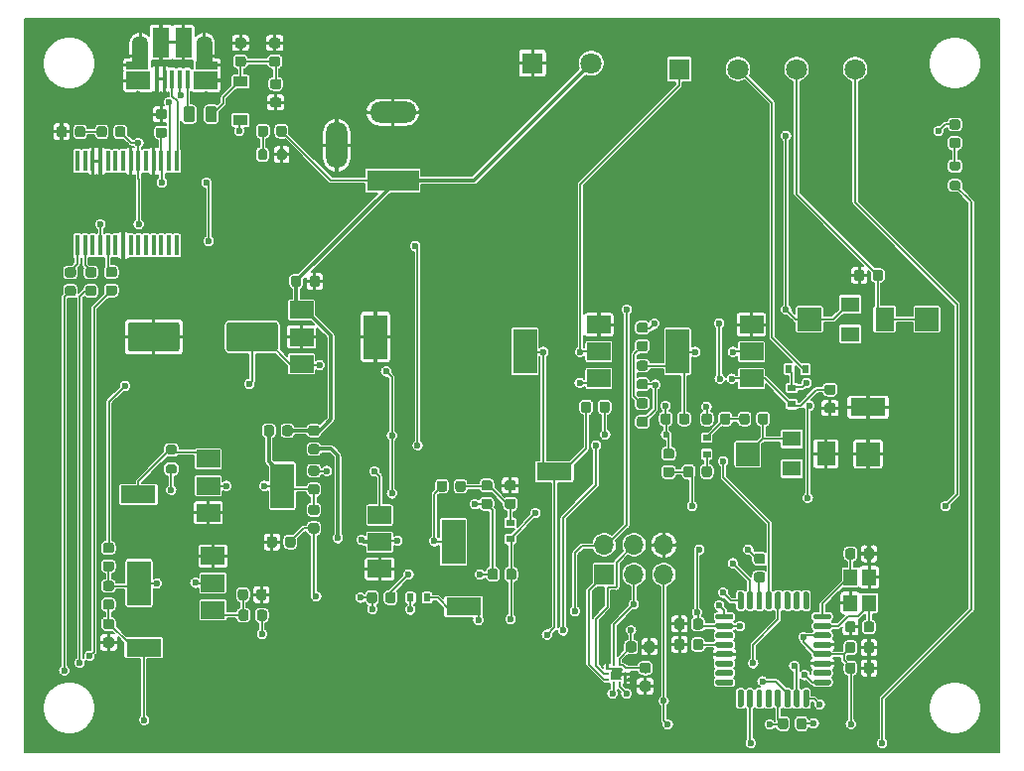
<source format=gbr>
%TF.GenerationSoftware,KiCad,Pcbnew,(5.1.12)-1*%
%TF.CreationDate,2022-11-10T12:01:46-07:00*%
%TF.ProjectId,MPS Tune-o-Matic,4d505320-5475-46e6-952d-6f2d4d617469,rev?*%
%TF.SameCoordinates,Original*%
%TF.FileFunction,Copper,L1,Top*%
%TF.FilePolarity,Positive*%
%FSLAX46Y46*%
G04 Gerber Fmt 4.6, Leading zero omitted, Abs format (unit mm)*
G04 Created by KiCad (PCBNEW (5.1.12)-1) date 2022-11-10 12:01:46*
%MOMM*%
%LPD*%
G01*
G04 APERTURE LIST*
%TA.AperFunction,SMDPad,CuDef*%
%ADD10R,0.250000X0.275000*%
%TD*%
%TA.AperFunction,SMDPad,CuDef*%
%ADD11R,0.275000X0.250000*%
%TD*%
%TA.AperFunction,ComponentPad*%
%ADD12R,1.800000X1.800000*%
%TD*%
%TA.AperFunction,ComponentPad*%
%ADD13C,1.800000*%
%TD*%
%TA.AperFunction,ComponentPad*%
%ADD14O,1.800000X4.000000*%
%TD*%
%TA.AperFunction,ComponentPad*%
%ADD15O,4.000000X1.800000*%
%TD*%
%TA.AperFunction,ComponentPad*%
%ADD16R,4.400000X1.800000*%
%TD*%
%TA.AperFunction,SMDPad,CuDef*%
%ADD17R,2.000000X2.000000*%
%TD*%
%TA.AperFunction,SMDPad,CuDef*%
%ADD18R,1.350000X2.000000*%
%TD*%
%TA.AperFunction,SMDPad,CuDef*%
%ADD19R,1.825000X0.700000*%
%TD*%
%TA.AperFunction,SMDPad,CuDef*%
%ADD20R,2.000000X1.500000*%
%TD*%
%TA.AperFunction,SMDPad,CuDef*%
%ADD21R,0.400000X1.650000*%
%TD*%
%TA.AperFunction,ComponentPad*%
%ADD22O,1.100000X1.500000*%
%TD*%
%TA.AperFunction,ComponentPad*%
%ADD23O,1.350000X1.700000*%
%TD*%
%TA.AperFunction,SMDPad,CuDef*%
%ADD24R,1.430000X2.500000*%
%TD*%
%TA.AperFunction,SMDPad,CuDef*%
%ADD25R,1.200000X1.400000*%
%TD*%
%TA.AperFunction,SMDPad,CuDef*%
%ADD26R,2.000000X3.800000*%
%TD*%
%TA.AperFunction,SMDPad,CuDef*%
%ADD27R,0.450000X1.750000*%
%TD*%
%TA.AperFunction,SMDPad,CuDef*%
%ADD28R,3.000000X1.500000*%
%TD*%
%TA.AperFunction,SMDPad,CuDef*%
%ADD29R,1.600000X2.000000*%
%TD*%
%TA.AperFunction,SMDPad,CuDef*%
%ADD30R,1.600000X1.300000*%
%TD*%
%TA.AperFunction,ComponentPad*%
%ADD31R,1.700000X1.700000*%
%TD*%
%TA.AperFunction,ComponentPad*%
%ADD32O,1.700000X1.700000*%
%TD*%
%TA.AperFunction,SMDPad,CuDef*%
%ADD33R,0.700000X0.600000*%
%TD*%
%TA.AperFunction,SMDPad,CuDef*%
%ADD34R,0.600000X0.700000*%
%TD*%
%TA.AperFunction,SMDPad,CuDef*%
%ADD35R,1.220000X0.910000*%
%TD*%
%TA.AperFunction,ViaPad*%
%ADD36C,0.600000*%
%TD*%
%TA.AperFunction,Conductor*%
%ADD37C,0.152000*%
%TD*%
%TA.AperFunction,Conductor*%
%ADD38C,0.300000*%
%TD*%
%TA.AperFunction,Conductor*%
%ADD39C,0.100000*%
%TD*%
G04 APERTURE END LIST*
%TO.P,R31,2*%
%TO.N,Net-(D9-Pad1)*%
%TA.AperFunction,SMDPad,CuDef*%
G36*
G01*
X70375000Y-27525000D02*
X70375000Y-28075000D01*
G75*
G02*
X70175000Y-28275000I-200000J0D01*
G01*
X69775000Y-28275000D01*
G75*
G02*
X69575000Y-28075000I0J200000D01*
G01*
X69575000Y-27525000D01*
G75*
G02*
X69775000Y-27325000I200000J0D01*
G01*
X70175000Y-27325000D01*
G75*
G02*
X70375000Y-27525000I0J-200000D01*
G01*
G37*
%TD.AperFunction*%
%TO.P,R31,1*%
%TO.N,GND*%
%TA.AperFunction,SMDPad,CuDef*%
G36*
G01*
X72025000Y-27525000D02*
X72025000Y-28075000D01*
G75*
G02*
X71825000Y-28275000I-200000J0D01*
G01*
X71425000Y-28275000D01*
G75*
G02*
X71225000Y-28075000I0J200000D01*
G01*
X71225000Y-27525000D01*
G75*
G02*
X71425000Y-27325000I200000J0D01*
G01*
X71825000Y-27325000D01*
G75*
G02*
X72025000Y-27525000I0J-200000D01*
G01*
G37*
%TD.AperFunction*%
%TD*%
%TO.P,D9,2*%
%TO.N,+12V*%
%TA.AperFunction,SMDPad,CuDef*%
G36*
G01*
X71150000Y-26056250D02*
X71150000Y-25543750D01*
G75*
G02*
X71368750Y-25325000I218750J0D01*
G01*
X71806250Y-25325000D01*
G75*
G02*
X72025000Y-25543750I0J-218750D01*
G01*
X72025000Y-26056250D01*
G75*
G02*
X71806250Y-26275000I-218750J0D01*
G01*
X71368750Y-26275000D01*
G75*
G02*
X71150000Y-26056250I0J218750D01*
G01*
G37*
%TD.AperFunction*%
%TO.P,D9,1*%
%TO.N,Net-(D9-Pad1)*%
%TA.AperFunction,SMDPad,CuDef*%
G36*
G01*
X69575000Y-26056250D02*
X69575000Y-25543750D01*
G75*
G02*
X69793750Y-25325000I218750J0D01*
G01*
X70231250Y-25325000D01*
G75*
G02*
X70450000Y-25543750I0J-218750D01*
G01*
X70450000Y-26056250D01*
G75*
G02*
X70231250Y-26275000I-218750J0D01*
G01*
X69793750Y-26275000D01*
G75*
G02*
X69575000Y-26056250I0J218750D01*
G01*
G37*
%TD.AperFunction*%
%TD*%
%TO.P,R30,2*%
%TO.N,/MPS_STIMULUS*%
%TA.AperFunction,SMDPad,CuDef*%
G36*
G01*
X61925000Y-54225000D02*
X62475000Y-54225000D01*
G75*
G02*
X62675000Y-54425000I0J-200000D01*
G01*
X62675000Y-54825000D01*
G75*
G02*
X62475000Y-55025000I-200000J0D01*
G01*
X61925000Y-55025000D01*
G75*
G02*
X61725000Y-54825000I0J200000D01*
G01*
X61725000Y-54425000D01*
G75*
G02*
X61925000Y-54225000I200000J0D01*
G01*
G37*
%TD.AperFunction*%
%TO.P,R30,1*%
%TO.N,Net-(Q1-Pad1)*%
%TA.AperFunction,SMDPad,CuDef*%
G36*
G01*
X61925000Y-52575000D02*
X62475000Y-52575000D01*
G75*
G02*
X62675000Y-52775000I0J-200000D01*
G01*
X62675000Y-53175000D01*
G75*
G02*
X62475000Y-53375000I-200000J0D01*
G01*
X61925000Y-53375000D01*
G75*
G02*
X61725000Y-53175000I0J200000D01*
G01*
X61725000Y-52775000D01*
G75*
G02*
X61925000Y-52575000I200000J0D01*
G01*
G37*
%TD.AperFunction*%
%TD*%
D10*
%TO.P,U4,1*%
%TO.N,+3V3*%
X100415000Y-71342500D03*
%TO.P,U4,6*%
%TO.N,/~CS_PRESSURE*%
X99915000Y-72867500D03*
%TO.P,U4,2*%
%TO.N,/SCK*%
X99915000Y-71342500D03*
%TO.P,U4,7*%
%TO.N,/INT_PRESSURE*%
X100415000Y-72867500D03*
D11*
%TO.P,U4,3*%
%TO.N,GND*%
X99402500Y-71605000D03*
%TO.P,U4,5*%
%TO.N,/MISO*%
X99402500Y-72605000D03*
%TO.P,U4,10*%
%TO.N,+3V3*%
X100927500Y-71605000D03*
%TO.P,U4,8*%
%TO.N,GND*%
X100927500Y-72605000D03*
%TO.P,U4,4*%
%TO.N,/MOSI*%
X99402500Y-72105000D03*
%TO.P,U4,9*%
%TO.N,GND*%
X100927500Y-72105000D03*
%TD*%
%TO.P,C18,2*%
%TO.N,GND*%
%TA.AperFunction,SMDPad,CuDef*%
G36*
G01*
X102350000Y-72700000D02*
X102850000Y-72700000D01*
G75*
G02*
X103075000Y-72925000I0J-225000D01*
G01*
X103075000Y-73375000D01*
G75*
G02*
X102850000Y-73600000I-225000J0D01*
G01*
X102350000Y-73600000D01*
G75*
G02*
X102125000Y-73375000I0J225000D01*
G01*
X102125000Y-72925000D01*
G75*
G02*
X102350000Y-72700000I225000J0D01*
G01*
G37*
%TD.AperFunction*%
%TO.P,C18,1*%
%TO.N,+3V3*%
%TA.AperFunction,SMDPad,CuDef*%
G36*
G01*
X102350000Y-71150000D02*
X102850000Y-71150000D01*
G75*
G02*
X103075000Y-71375000I0J-225000D01*
G01*
X103075000Y-71825000D01*
G75*
G02*
X102850000Y-72050000I-225000J0D01*
G01*
X102350000Y-72050000D01*
G75*
G02*
X102125000Y-71825000I0J225000D01*
G01*
X102125000Y-71375000D01*
G75*
G02*
X102350000Y-71150000I225000J0D01*
G01*
G37*
%TD.AperFunction*%
%TD*%
%TO.P,C17,2*%
%TO.N,GND*%
%TA.AperFunction,SMDPad,CuDef*%
G36*
G01*
X102500000Y-70050000D02*
X102500000Y-69550000D01*
G75*
G02*
X102725000Y-69325000I225000J0D01*
G01*
X103175000Y-69325000D01*
G75*
G02*
X103400000Y-69550000I0J-225000D01*
G01*
X103400000Y-70050000D01*
G75*
G02*
X103175000Y-70275000I-225000J0D01*
G01*
X102725000Y-70275000D01*
G75*
G02*
X102500000Y-70050000I0J225000D01*
G01*
G37*
%TD.AperFunction*%
%TO.P,C17,1*%
%TO.N,+3V3*%
%TA.AperFunction,SMDPad,CuDef*%
G36*
G01*
X100950000Y-70050000D02*
X100950000Y-69550000D01*
G75*
G02*
X101175000Y-69325000I225000J0D01*
G01*
X101625000Y-69325000D01*
G75*
G02*
X101850000Y-69550000I0J-225000D01*
G01*
X101850000Y-70050000D01*
G75*
G02*
X101625000Y-70275000I-225000J0D01*
G01*
X101175000Y-70275000D01*
G75*
G02*
X100950000Y-70050000I0J225000D01*
G01*
G37*
%TD.AperFunction*%
%TD*%
%TO.P,R29,2*%
%TO.N,Net-(D8-Pad1)*%
%TA.AperFunction,SMDPad,CuDef*%
G36*
G01*
X129275000Y-29175000D02*
X128725000Y-29175000D01*
G75*
G02*
X128525000Y-28975000I0J200000D01*
G01*
X128525000Y-28575000D01*
G75*
G02*
X128725000Y-28375000I200000J0D01*
G01*
X129275000Y-28375000D01*
G75*
G02*
X129475000Y-28575000I0J-200000D01*
G01*
X129475000Y-28975000D01*
G75*
G02*
X129275000Y-29175000I-200000J0D01*
G01*
G37*
%TD.AperFunction*%
%TO.P,R29,1*%
%TO.N,/STATUS*%
%TA.AperFunction,SMDPad,CuDef*%
G36*
G01*
X129275000Y-30825000D02*
X128725000Y-30825000D01*
G75*
G02*
X128525000Y-30625000I0J200000D01*
G01*
X128525000Y-30225000D01*
G75*
G02*
X128725000Y-30025000I200000J0D01*
G01*
X129275000Y-30025000D01*
G75*
G02*
X129475000Y-30225000I0J-200000D01*
G01*
X129475000Y-30625000D01*
G75*
G02*
X129275000Y-30825000I-200000J0D01*
G01*
G37*
%TD.AperFunction*%
%TD*%
%TO.P,D8,2*%
%TO.N,+5V*%
%TA.AperFunction,SMDPad,CuDef*%
G36*
G01*
X129256250Y-25662500D02*
X128743750Y-25662500D01*
G75*
G02*
X128525000Y-25443750I0J218750D01*
G01*
X128525000Y-25006250D01*
G75*
G02*
X128743750Y-24787500I218750J0D01*
G01*
X129256250Y-24787500D01*
G75*
G02*
X129475000Y-25006250I0J-218750D01*
G01*
X129475000Y-25443750D01*
G75*
G02*
X129256250Y-25662500I-218750J0D01*
G01*
G37*
%TD.AperFunction*%
%TO.P,D8,1*%
%TO.N,Net-(D8-Pad1)*%
%TA.AperFunction,SMDPad,CuDef*%
G36*
G01*
X129256250Y-27237500D02*
X128743750Y-27237500D01*
G75*
G02*
X128525000Y-27018750I0J218750D01*
G01*
X128525000Y-26581250D01*
G75*
G02*
X128743750Y-26362500I218750J0D01*
G01*
X129256250Y-26362500D01*
G75*
G02*
X129475000Y-26581250I0J-218750D01*
G01*
X129475000Y-27018750D01*
G75*
G02*
X129256250Y-27237500I-218750J0D01*
G01*
G37*
%TD.AperFunction*%
%TD*%
D12*
%TO.P,J5,1*%
%TO.N,GND*%
X93000000Y-20000000D03*
D13*
%TO.P,J5,2*%
%TO.N,+12V*%
X98000000Y-20000000D03*
%TD*%
D14*
%TO.P,J4,3*%
%TO.N,GND*%
X76300000Y-27000000D03*
D15*
%TO.P,J4,2*%
X81100000Y-24200000D03*
D16*
%TO.P,J4,1*%
%TO.N,+12V*%
X81100000Y-30000000D03*
%TD*%
D12*
%TO.P,J2,1*%
%TO.N,/MPS-7*%
X105500000Y-20500000D03*
D13*
%TO.P,J2,2*%
%TO.N,/MPS-8*%
X110500000Y-20500000D03*
%TO.P,J2,3*%
%TO.N,/MPS-10*%
X115500000Y-20500000D03*
%TO.P,J2,4*%
%TO.N,/MPS-15*%
X120500000Y-20500000D03*
%TD*%
D17*
%TO.P,TP8,1*%
%TO.N,/MPS-10*%
X126600000Y-41850000D03*
%TD*%
%TO.P,TP7,1*%
%TO.N,+5V*%
X116600000Y-41850000D03*
%TD*%
%TO.P,TP2,1*%
%TO.N,GND*%
X121600000Y-53350000D03*
%TD*%
%TO.P,TP1,1*%
%TO.N,Net-(R6-Pad2)*%
X111350000Y-53350000D03*
%TD*%
%TO.P,C1,1*%
%TO.N,+5V*%
%TA.AperFunction,SMDPad,CuDef*%
G36*
G01*
X107537500Y-67593750D02*
X107537500Y-68106250D01*
G75*
G02*
X107318750Y-68325000I-218750J0D01*
G01*
X106881250Y-68325000D01*
G75*
G02*
X106662500Y-68106250I0J218750D01*
G01*
X106662500Y-67593750D01*
G75*
G02*
X106881250Y-67375000I218750J0D01*
G01*
X107318750Y-67375000D01*
G75*
G02*
X107537500Y-67593750I0J-218750D01*
G01*
G37*
%TD.AperFunction*%
%TO.P,C1,2*%
%TO.N,GND*%
%TA.AperFunction,SMDPad,CuDef*%
G36*
G01*
X105962500Y-67593750D02*
X105962500Y-68106250D01*
G75*
G02*
X105743750Y-68325000I-218750J0D01*
G01*
X105306250Y-68325000D01*
G75*
G02*
X105087500Y-68106250I0J218750D01*
G01*
X105087500Y-67593750D01*
G75*
G02*
X105306250Y-67375000I218750J0D01*
G01*
X105743750Y-67375000D01*
G75*
G02*
X105962500Y-67593750I0J-218750D01*
G01*
G37*
%TD.AperFunction*%
%TD*%
%TO.P,C12,1*%
%TO.N,VBUS*%
%TA.AperFunction,SMDPad,CuDef*%
G36*
G01*
X70843750Y-21337500D02*
X71356250Y-21337500D01*
G75*
G02*
X71575000Y-21556250I0J-218750D01*
G01*
X71575000Y-21993750D01*
G75*
G02*
X71356250Y-22212500I-218750J0D01*
G01*
X70843750Y-22212500D01*
G75*
G02*
X70625000Y-21993750I0J218750D01*
G01*
X70625000Y-21556250D01*
G75*
G02*
X70843750Y-21337500I218750J0D01*
G01*
G37*
%TD.AperFunction*%
%TO.P,C12,2*%
%TO.N,GND*%
%TA.AperFunction,SMDPad,CuDef*%
G36*
G01*
X70843750Y-22912500D02*
X71356250Y-22912500D01*
G75*
G02*
X71575000Y-23131250I0J-218750D01*
G01*
X71575000Y-23568750D01*
G75*
G02*
X71356250Y-23787500I-218750J0D01*
G01*
X70843750Y-23787500D01*
G75*
G02*
X70625000Y-23568750I0J218750D01*
G01*
X70625000Y-23131250D01*
G75*
G02*
X70843750Y-22912500I218750J0D01*
G01*
G37*
%TD.AperFunction*%
%TD*%
D18*
%TO.P,J3,6*%
%TO.N,GND*%
X59525000Y-19415000D03*
X65005000Y-19415000D03*
D19*
X65225000Y-20165000D03*
X59275000Y-20165000D03*
D20*
X65125000Y-21465000D03*
X59375000Y-21485000D03*
D21*
%TO.P,J3,1*%
%TO.N,Net-(FB1-Pad1)*%
X63575000Y-21365000D03*
%TO.P,J3,2*%
%TO.N,Net-(J3-Pad2)*%
X62925000Y-21365000D03*
%TO.P,J3,3*%
%TO.N,Net-(J3-Pad3)*%
X62275000Y-21365000D03*
%TO.P,J3,4*%
%TO.N,GND*%
X61625000Y-21365000D03*
%TO.P,J3,5*%
X60975000Y-21365000D03*
D22*
%TO.P,J3,6*%
X64695000Y-21485000D03*
X59855000Y-21485000D03*
D23*
X65005000Y-18485000D03*
X59545000Y-18485000D03*
D24*
X63235000Y-18215000D03*
X61315000Y-18215000D03*
%TD*%
D25*
%TO.P,Y1,2*%
%TO.N,GND*%
X120100000Y-66050000D03*
%TO.P,Y1,1*%
%TO.N,Net-(C4-Pad1)*%
X120100000Y-63850000D03*
%TO.P,Y1,3*%
%TO.N,Net-(C5-Pad2)*%
X121700000Y-66050000D03*
%TO.P,Y1,4*%
%TO.N,GND*%
X121700000Y-63850000D03*
%TD*%
D26*
%TO.P,U3,4*%
%TO.N,GND*%
X79600000Y-43350000D03*
D20*
%TO.P,U3,2*%
X73300000Y-43350000D03*
%TO.P,U3,3*%
%TO.N,+10V*%
X73300000Y-45650000D03*
%TO.P,U3,1*%
%TO.N,+12V*%
X73300000Y-41050000D03*
%TD*%
D27*
%TO.P,U2,1*%
%TO.N,/RX*%
X54200000Y-35550000D03*
%TO.P,U2,2*%
%TO.N,Net-(C11-Pad2)*%
X54850000Y-35550000D03*
%TO.P,U2,3*%
%TO.N,N/C*%
X55500000Y-35550000D03*
%TO.P,U2,4*%
%TO.N,+5V*%
X56150000Y-35550000D03*
%TO.P,U2,5*%
%TO.N,/TX*%
X56800000Y-35550000D03*
%TO.P,U2,6*%
%TO.N,N/C*%
X57450000Y-35550000D03*
%TO.P,U2,7*%
%TO.N,GND*%
X58100000Y-35550000D03*
%TO.P,U2,8*%
%TO.N,N/C*%
X58750000Y-35550000D03*
%TO.P,U2,9*%
X59400000Y-35550000D03*
%TO.P,U2,10*%
X60050000Y-35550000D03*
%TO.P,U2,11*%
X60700000Y-35550000D03*
%TO.P,U2,12*%
X61350000Y-35550000D03*
%TO.P,U2,13*%
X62000000Y-35550000D03*
%TO.P,U2,14*%
X62650000Y-35550000D03*
%TO.P,U2,15*%
%TO.N,Net-(J3-Pad3)*%
X62650000Y-28350000D03*
%TO.P,U2,16*%
%TO.N,Net-(J3-Pad2)*%
X62000000Y-28350000D03*
%TO.P,U2,17*%
%TO.N,+3V3*%
X61350000Y-28350000D03*
%TO.P,U2,18*%
%TO.N,GND*%
X60700000Y-28350000D03*
%TO.P,U2,19*%
%TO.N,N/C*%
X60050000Y-28350000D03*
%TO.P,U2,20*%
%TO.N,+5V*%
X59400000Y-28350000D03*
%TO.P,U2,21*%
%TO.N,GND*%
X58750000Y-28350000D03*
%TO.P,U2,22*%
%TO.N,N/C*%
X58100000Y-28350000D03*
%TO.P,U2,23*%
X57450000Y-28350000D03*
%TO.P,U2,24*%
X56800000Y-28350000D03*
%TO.P,U2,25*%
%TO.N,GND*%
X56150000Y-28350000D03*
%TO.P,U2,26*%
X55500000Y-28350000D03*
%TO.P,U2,27*%
%TO.N,N/C*%
X54850000Y-28350000D03*
%TO.P,U2,28*%
X54200000Y-28350000D03*
%TD*%
%TO.P,U1,1*%
%TO.N,/INT_PRESSURE*%
%TA.AperFunction,SMDPad,CuDef*%
G36*
G01*
X118450000Y-72698400D02*
X118450000Y-72948400D01*
G75*
G02*
X118325000Y-73073400I-125000J0D01*
G01*
X117075000Y-73073400D01*
G75*
G02*
X116950000Y-72948400I0J125000D01*
G01*
X116950000Y-72698400D01*
G75*
G02*
X117075000Y-72573400I125000J0D01*
G01*
X118325000Y-72573400D01*
G75*
G02*
X118450000Y-72698400I0J-125000D01*
G01*
G37*
%TD.AperFunction*%
%TO.P,U1,2*%
%TO.N,N/C*%
%TA.AperFunction,SMDPad,CuDef*%
G36*
G01*
X118450000Y-71898400D02*
X118450000Y-72148400D01*
G75*
G02*
X118325000Y-72273400I-125000J0D01*
G01*
X117075000Y-72273400D01*
G75*
G02*
X116950000Y-72148400I0J125000D01*
G01*
X116950000Y-71898400D01*
G75*
G02*
X117075000Y-71773400I125000J0D01*
G01*
X118325000Y-71773400D01*
G75*
G02*
X118450000Y-71898400I0J-125000D01*
G01*
G37*
%TD.AperFunction*%
%TO.P,U1,3*%
%TO.N,GND*%
%TA.AperFunction,SMDPad,CuDef*%
G36*
G01*
X118450000Y-71098400D02*
X118450000Y-71348400D01*
G75*
G02*
X118325000Y-71473400I-125000J0D01*
G01*
X117075000Y-71473400D01*
G75*
G02*
X116950000Y-71348400I0J125000D01*
G01*
X116950000Y-71098400D01*
G75*
G02*
X117075000Y-70973400I125000J0D01*
G01*
X118325000Y-70973400D01*
G75*
G02*
X118450000Y-71098400I0J-125000D01*
G01*
G37*
%TD.AperFunction*%
%TO.P,U1,4*%
%TO.N,+5V*%
%TA.AperFunction,SMDPad,CuDef*%
G36*
G01*
X118450000Y-70298400D02*
X118450000Y-70548400D01*
G75*
G02*
X118325000Y-70673400I-125000J0D01*
G01*
X117075000Y-70673400D01*
G75*
G02*
X116950000Y-70548400I0J125000D01*
G01*
X116950000Y-70298400D01*
G75*
G02*
X117075000Y-70173400I125000J0D01*
G01*
X118325000Y-70173400D01*
G75*
G02*
X118450000Y-70298400I0J-125000D01*
G01*
G37*
%TD.AperFunction*%
%TO.P,U1,5*%
%TO.N,GND*%
%TA.AperFunction,SMDPad,CuDef*%
G36*
G01*
X118450000Y-69498400D02*
X118450000Y-69748400D01*
G75*
G02*
X118325000Y-69873400I-125000J0D01*
G01*
X117075000Y-69873400D01*
G75*
G02*
X116950000Y-69748400I0J125000D01*
G01*
X116950000Y-69498400D01*
G75*
G02*
X117075000Y-69373400I125000J0D01*
G01*
X118325000Y-69373400D01*
G75*
G02*
X118450000Y-69498400I0J-125000D01*
G01*
G37*
%TD.AperFunction*%
%TO.P,U1,6*%
%TO.N,+5V*%
%TA.AperFunction,SMDPad,CuDef*%
G36*
G01*
X118450000Y-68698400D02*
X118450000Y-68948400D01*
G75*
G02*
X118325000Y-69073400I-125000J0D01*
G01*
X117075000Y-69073400D01*
G75*
G02*
X116950000Y-68948400I0J125000D01*
G01*
X116950000Y-68698400D01*
G75*
G02*
X117075000Y-68573400I125000J0D01*
G01*
X118325000Y-68573400D01*
G75*
G02*
X118450000Y-68698400I0J-125000D01*
G01*
G37*
%TD.AperFunction*%
%TO.P,U1,7*%
%TO.N,Net-(C5-Pad2)*%
%TA.AperFunction,SMDPad,CuDef*%
G36*
G01*
X118450000Y-67898400D02*
X118450000Y-68148400D01*
G75*
G02*
X118325000Y-68273400I-125000J0D01*
G01*
X117075000Y-68273400D01*
G75*
G02*
X116950000Y-68148400I0J125000D01*
G01*
X116950000Y-67898400D01*
G75*
G02*
X117075000Y-67773400I125000J0D01*
G01*
X118325000Y-67773400D01*
G75*
G02*
X118450000Y-67898400I0J-125000D01*
G01*
G37*
%TD.AperFunction*%
%TO.P,U1,8*%
%TO.N,Net-(C4-Pad1)*%
%TA.AperFunction,SMDPad,CuDef*%
G36*
G01*
X118450000Y-67098400D02*
X118450000Y-67348400D01*
G75*
G02*
X118325000Y-67473400I-125000J0D01*
G01*
X117075000Y-67473400D01*
G75*
G02*
X116950000Y-67348400I0J125000D01*
G01*
X116950000Y-67098400D01*
G75*
G02*
X117075000Y-66973400I125000J0D01*
G01*
X118325000Y-66973400D01*
G75*
G02*
X118450000Y-67098400I0J-125000D01*
G01*
G37*
%TD.AperFunction*%
%TO.P,U1,9*%
%TO.N,N/C*%
%TA.AperFunction,SMDPad,CuDef*%
G36*
G01*
X116575000Y-65223400D02*
X116575000Y-66473400D01*
G75*
G02*
X116450000Y-66598400I-125000J0D01*
G01*
X116200000Y-66598400D01*
G75*
G02*
X116075000Y-66473400I0J125000D01*
G01*
X116075000Y-65223400D01*
G75*
G02*
X116200000Y-65098400I125000J0D01*
G01*
X116450000Y-65098400D01*
G75*
G02*
X116575000Y-65223400I0J-125000D01*
G01*
G37*
%TD.AperFunction*%
%TO.P,U1,10*%
%TA.AperFunction,SMDPad,CuDef*%
G36*
G01*
X115775000Y-65223400D02*
X115775000Y-66473400D01*
G75*
G02*
X115650000Y-66598400I-125000J0D01*
G01*
X115400000Y-66598400D01*
G75*
G02*
X115275000Y-66473400I0J125000D01*
G01*
X115275000Y-65223400D01*
G75*
G02*
X115400000Y-65098400I125000J0D01*
G01*
X115650000Y-65098400D01*
G75*
G02*
X115775000Y-65223400I0J-125000D01*
G01*
G37*
%TD.AperFunction*%
%TO.P,U1,11*%
%TA.AperFunction,SMDPad,CuDef*%
G36*
G01*
X114975000Y-65223400D02*
X114975000Y-66473400D01*
G75*
G02*
X114850000Y-66598400I-125000J0D01*
G01*
X114600000Y-66598400D01*
G75*
G02*
X114475000Y-66473400I0J125000D01*
G01*
X114475000Y-65223400D01*
G75*
G02*
X114600000Y-65098400I125000J0D01*
G01*
X114850000Y-65098400D01*
G75*
G02*
X114975000Y-65223400I0J-125000D01*
G01*
G37*
%TD.AperFunction*%
%TO.P,U1,12*%
%TO.N,/~CS_PRESSURE*%
%TA.AperFunction,SMDPad,CuDef*%
G36*
G01*
X114175000Y-65223400D02*
X114175000Y-66473400D01*
G75*
G02*
X114050000Y-66598400I-125000J0D01*
G01*
X113800000Y-66598400D01*
G75*
G02*
X113675000Y-66473400I0J125000D01*
G01*
X113675000Y-65223400D01*
G75*
G02*
X113800000Y-65098400I125000J0D01*
G01*
X114050000Y-65098400D01*
G75*
G02*
X114175000Y-65223400I0J-125000D01*
G01*
G37*
%TD.AperFunction*%
%TO.P,U1,13*%
%TO.N,/MPS_STIMULUS*%
%TA.AperFunction,SMDPad,CuDef*%
G36*
G01*
X113375000Y-65223400D02*
X113375000Y-66473400D01*
G75*
G02*
X113250000Y-66598400I-125000J0D01*
G01*
X113000000Y-66598400D01*
G75*
G02*
X112875000Y-66473400I0J125000D01*
G01*
X112875000Y-65223400D01*
G75*
G02*
X113000000Y-65098400I125000J0D01*
G01*
X113250000Y-65098400D01*
G75*
G02*
X113375000Y-65223400I0J-125000D01*
G01*
G37*
%TD.AperFunction*%
%TO.P,U1,14*%
%TO.N,Net-(R2-Pad2)*%
%TA.AperFunction,SMDPad,CuDef*%
G36*
G01*
X112575000Y-65223400D02*
X112575000Y-66473400D01*
G75*
G02*
X112450000Y-66598400I-125000J0D01*
G01*
X112200000Y-66598400D01*
G75*
G02*
X112075000Y-66473400I0J125000D01*
G01*
X112075000Y-65223400D01*
G75*
G02*
X112200000Y-65098400I125000J0D01*
G01*
X112450000Y-65098400D01*
G75*
G02*
X112575000Y-65223400I0J-125000D01*
G01*
G37*
%TD.AperFunction*%
%TO.P,U1,15*%
%TO.N,/MOSI*%
%TA.AperFunction,SMDPad,CuDef*%
G36*
G01*
X111775000Y-65223400D02*
X111775000Y-66473400D01*
G75*
G02*
X111650000Y-66598400I-125000J0D01*
G01*
X111400000Y-66598400D01*
G75*
G02*
X111275000Y-66473400I0J125000D01*
G01*
X111275000Y-65223400D01*
G75*
G02*
X111400000Y-65098400I125000J0D01*
G01*
X111650000Y-65098400D01*
G75*
G02*
X111775000Y-65223400I0J-125000D01*
G01*
G37*
%TD.AperFunction*%
%TO.P,U1,16*%
%TO.N,/MISO*%
%TA.AperFunction,SMDPad,CuDef*%
G36*
G01*
X110975000Y-65223400D02*
X110975000Y-66473400D01*
G75*
G02*
X110850000Y-66598400I-125000J0D01*
G01*
X110600000Y-66598400D01*
G75*
G02*
X110475000Y-66473400I0J125000D01*
G01*
X110475000Y-65223400D01*
G75*
G02*
X110600000Y-65098400I125000J0D01*
G01*
X110850000Y-65098400D01*
G75*
G02*
X110975000Y-65223400I0J-125000D01*
G01*
G37*
%TD.AperFunction*%
%TO.P,U1,17*%
%TO.N,/SCK*%
%TA.AperFunction,SMDPad,CuDef*%
G36*
G01*
X110100000Y-67098400D02*
X110100000Y-67348400D01*
G75*
G02*
X109975000Y-67473400I-125000J0D01*
G01*
X108725000Y-67473400D01*
G75*
G02*
X108600000Y-67348400I0J125000D01*
G01*
X108600000Y-67098400D01*
G75*
G02*
X108725000Y-66973400I125000J0D01*
G01*
X109975000Y-66973400D01*
G75*
G02*
X110100000Y-67098400I0J-125000D01*
G01*
G37*
%TD.AperFunction*%
%TO.P,U1,18*%
%TO.N,+5V*%
%TA.AperFunction,SMDPad,CuDef*%
G36*
G01*
X110100000Y-67898400D02*
X110100000Y-68148400D01*
G75*
G02*
X109975000Y-68273400I-125000J0D01*
G01*
X108725000Y-68273400D01*
G75*
G02*
X108600000Y-68148400I0J125000D01*
G01*
X108600000Y-67898400D01*
G75*
G02*
X108725000Y-67773400I125000J0D01*
G01*
X109975000Y-67773400D01*
G75*
G02*
X110100000Y-67898400I0J-125000D01*
G01*
G37*
%TD.AperFunction*%
%TO.P,U1,19*%
%TO.N,N/C*%
%TA.AperFunction,SMDPad,CuDef*%
G36*
G01*
X110100000Y-68698400D02*
X110100000Y-68948400D01*
G75*
G02*
X109975000Y-69073400I-125000J0D01*
G01*
X108725000Y-69073400D01*
G75*
G02*
X108600000Y-68948400I0J125000D01*
G01*
X108600000Y-68698400D01*
G75*
G02*
X108725000Y-68573400I125000J0D01*
G01*
X109975000Y-68573400D01*
G75*
G02*
X110100000Y-68698400I0J-125000D01*
G01*
G37*
%TD.AperFunction*%
%TO.P,U1,20*%
%TO.N,Net-(C2-Pad1)*%
%TA.AperFunction,SMDPad,CuDef*%
G36*
G01*
X110100000Y-69498400D02*
X110100000Y-69748400D01*
G75*
G02*
X109975000Y-69873400I-125000J0D01*
G01*
X108725000Y-69873400D01*
G75*
G02*
X108600000Y-69748400I0J125000D01*
G01*
X108600000Y-69498400D01*
G75*
G02*
X108725000Y-69373400I125000J0D01*
G01*
X109975000Y-69373400D01*
G75*
G02*
X110100000Y-69498400I0J-125000D01*
G01*
G37*
%TD.AperFunction*%
%TO.P,U1,21*%
%TO.N,GND*%
%TA.AperFunction,SMDPad,CuDef*%
G36*
G01*
X110100000Y-70298400D02*
X110100000Y-70548400D01*
G75*
G02*
X109975000Y-70673400I-125000J0D01*
G01*
X108725000Y-70673400D01*
G75*
G02*
X108600000Y-70548400I0J125000D01*
G01*
X108600000Y-70298400D01*
G75*
G02*
X108725000Y-70173400I125000J0D01*
G01*
X109975000Y-70173400D01*
G75*
G02*
X110100000Y-70298400I0J-125000D01*
G01*
G37*
%TD.AperFunction*%
%TO.P,U1,22*%
%TO.N,N/C*%
%TA.AperFunction,SMDPad,CuDef*%
G36*
G01*
X110100000Y-71098400D02*
X110100000Y-71348400D01*
G75*
G02*
X109975000Y-71473400I-125000J0D01*
G01*
X108725000Y-71473400D01*
G75*
G02*
X108600000Y-71348400I0J125000D01*
G01*
X108600000Y-71098400D01*
G75*
G02*
X108725000Y-70973400I125000J0D01*
G01*
X109975000Y-70973400D01*
G75*
G02*
X110100000Y-71098400I0J-125000D01*
G01*
G37*
%TD.AperFunction*%
%TO.P,U1,23*%
%TA.AperFunction,SMDPad,CuDef*%
G36*
G01*
X110100000Y-71898400D02*
X110100000Y-72148400D01*
G75*
G02*
X109975000Y-72273400I-125000J0D01*
G01*
X108725000Y-72273400D01*
G75*
G02*
X108600000Y-72148400I0J125000D01*
G01*
X108600000Y-71898400D01*
G75*
G02*
X108725000Y-71773400I125000J0D01*
G01*
X109975000Y-71773400D01*
G75*
G02*
X110100000Y-71898400I0J-125000D01*
G01*
G37*
%TD.AperFunction*%
%TO.P,U1,24*%
%TA.AperFunction,SMDPad,CuDef*%
G36*
G01*
X110100000Y-72698400D02*
X110100000Y-72948400D01*
G75*
G02*
X109975000Y-73073400I-125000J0D01*
G01*
X108725000Y-73073400D01*
G75*
G02*
X108600000Y-72948400I0J125000D01*
G01*
X108600000Y-72698400D01*
G75*
G02*
X108725000Y-72573400I125000J0D01*
G01*
X109975000Y-72573400D01*
G75*
G02*
X110100000Y-72698400I0J-125000D01*
G01*
G37*
%TD.AperFunction*%
%TO.P,U1,25*%
%TA.AperFunction,SMDPad,CuDef*%
G36*
G01*
X110975000Y-73573400D02*
X110975000Y-74823400D01*
G75*
G02*
X110850000Y-74948400I-125000J0D01*
G01*
X110600000Y-74948400D01*
G75*
G02*
X110475000Y-74823400I0J125000D01*
G01*
X110475000Y-73573400D01*
G75*
G02*
X110600000Y-73448400I125000J0D01*
G01*
X110850000Y-73448400D01*
G75*
G02*
X110975000Y-73573400I0J-125000D01*
G01*
G37*
%TD.AperFunction*%
%TO.P,U1,26*%
%TO.N,/STATUS*%
%TA.AperFunction,SMDPad,CuDef*%
G36*
G01*
X111775000Y-73573400D02*
X111775000Y-74823400D01*
G75*
G02*
X111650000Y-74948400I-125000J0D01*
G01*
X111400000Y-74948400D01*
G75*
G02*
X111275000Y-74823400I0J125000D01*
G01*
X111275000Y-73573400D01*
G75*
G02*
X111400000Y-73448400I125000J0D01*
G01*
X111650000Y-73448400D01*
G75*
G02*
X111775000Y-73573400I0J-125000D01*
G01*
G37*
%TD.AperFunction*%
%TO.P,U1,27*%
%TO.N,N/C*%
%TA.AperFunction,SMDPad,CuDef*%
G36*
G01*
X112575000Y-73573400D02*
X112575000Y-74823400D01*
G75*
G02*
X112450000Y-74948400I-125000J0D01*
G01*
X112200000Y-74948400D01*
G75*
G02*
X112075000Y-74823400I0J125000D01*
G01*
X112075000Y-73573400D01*
G75*
G02*
X112200000Y-73448400I125000J0D01*
G01*
X112450000Y-73448400D01*
G75*
G02*
X112575000Y-73573400I0J-125000D01*
G01*
G37*
%TD.AperFunction*%
%TO.P,U1,28*%
%TA.AperFunction,SMDPad,CuDef*%
G36*
G01*
X113375000Y-73573400D02*
X113375000Y-74823400D01*
G75*
G02*
X113250000Y-74948400I-125000J0D01*
G01*
X113000000Y-74948400D01*
G75*
G02*
X112875000Y-74823400I0J125000D01*
G01*
X112875000Y-73573400D01*
G75*
G02*
X113000000Y-73448400I125000J0D01*
G01*
X113250000Y-73448400D01*
G75*
G02*
X113375000Y-73573400I0J-125000D01*
G01*
G37*
%TD.AperFunction*%
%TO.P,U1,29*%
%TO.N,/~RESET*%
%TA.AperFunction,SMDPad,CuDef*%
G36*
G01*
X114175000Y-73573400D02*
X114175000Y-74823400D01*
G75*
G02*
X114050000Y-74948400I-125000J0D01*
G01*
X113800000Y-74948400D01*
G75*
G02*
X113675000Y-74823400I0J125000D01*
G01*
X113675000Y-73573400D01*
G75*
G02*
X113800000Y-73448400I125000J0D01*
G01*
X114050000Y-73448400D01*
G75*
G02*
X114175000Y-73573400I0J-125000D01*
G01*
G37*
%TD.AperFunction*%
%TO.P,U1,30*%
%TO.N,Net-(R4-Pad1)*%
%TA.AperFunction,SMDPad,CuDef*%
G36*
G01*
X114975000Y-73573400D02*
X114975000Y-74823400D01*
G75*
G02*
X114850000Y-74948400I-125000J0D01*
G01*
X114600000Y-74948400D01*
G75*
G02*
X114475000Y-74823400I0J125000D01*
G01*
X114475000Y-73573400D01*
G75*
G02*
X114600000Y-73448400I125000J0D01*
G01*
X114850000Y-73448400D01*
G75*
G02*
X114975000Y-73573400I0J-125000D01*
G01*
G37*
%TD.AperFunction*%
%TO.P,U1,31*%
%TO.N,Net-(R3-Pad1)*%
%TA.AperFunction,SMDPad,CuDef*%
G36*
G01*
X115775000Y-73573400D02*
X115775000Y-74823400D01*
G75*
G02*
X115650000Y-74948400I-125000J0D01*
G01*
X115400000Y-74948400D01*
G75*
G02*
X115275000Y-74823400I0J125000D01*
G01*
X115275000Y-73573400D01*
G75*
G02*
X115400000Y-73448400I125000J0D01*
G01*
X115650000Y-73448400D01*
G75*
G02*
X115775000Y-73573400I0J-125000D01*
G01*
G37*
%TD.AperFunction*%
%TO.P,U1,32*%
%TO.N,/MPS_PULSE*%
%TA.AperFunction,SMDPad,CuDef*%
G36*
G01*
X116575000Y-73573400D02*
X116575000Y-74823400D01*
G75*
G02*
X116450000Y-74948400I-125000J0D01*
G01*
X116200000Y-74948400D01*
G75*
G02*
X116075000Y-74823400I0J125000D01*
G01*
X116075000Y-73573400D01*
G75*
G02*
X116200000Y-73448400I125000J0D01*
G01*
X116450000Y-73448400D01*
G75*
G02*
X116575000Y-73573400I0J-125000D01*
G01*
G37*
%TD.AperFunction*%
%TD*%
D28*
%TO.P,TP6,1*%
%TO.N,/MPS Stimulator/EDGES*%
X87100000Y-66350000D03*
%TD*%
%TO.P,TP3,1*%
%TO.N,Net-(Q1-Pad1)*%
X59400000Y-56800000D03*
%TD*%
%TO.P,TP5,1*%
%TO.N,/MPS-7*%
X94850000Y-54850000D03*
%TD*%
%TO.P,TP9,1*%
%TO.N,/MPS_PULSE*%
X59850000Y-69850000D03*
%TD*%
%TO.P,TP4,1*%
%TO.N,GND*%
X121600000Y-49350000D03*
%TD*%
D29*
%TO.P,RV2,2*%
%TO.N,/MPS-10*%
X123000000Y-41830000D03*
D30*
%TO.P,RV2,1*%
%TO.N,+5V*%
X120100000Y-40560000D03*
%TO.P,RV2,*%
%TO.N,*%
X120100000Y-43100000D03*
%TD*%
%TO.P,RV1,*%
%TO.N,*%
X115100000Y-54600000D03*
%TO.P,RV1,1*%
%TO.N,Net-(R6-Pad2)*%
X115100000Y-52060000D03*
D29*
%TO.P,RV1,2*%
%TO.N,GND*%
X118000000Y-53330000D03*
%TD*%
%TO.P,R28,1*%
%TO.N,GND*%
%TA.AperFunction,SMDPad,CuDef*%
G36*
G01*
X57106250Y-69862500D02*
X56593750Y-69862500D01*
G75*
G02*
X56375000Y-69643750I0J218750D01*
G01*
X56375000Y-69206250D01*
G75*
G02*
X56593750Y-68987500I218750J0D01*
G01*
X57106250Y-68987500D01*
G75*
G02*
X57325000Y-69206250I0J-218750D01*
G01*
X57325000Y-69643750D01*
G75*
G02*
X57106250Y-69862500I-218750J0D01*
G01*
G37*
%TD.AperFunction*%
%TO.P,R28,2*%
%TO.N,/MPS_PULSE*%
%TA.AperFunction,SMDPad,CuDef*%
G36*
G01*
X57106250Y-68287500D02*
X56593750Y-68287500D01*
G75*
G02*
X56375000Y-68068750I0J218750D01*
G01*
X56375000Y-67631250D01*
G75*
G02*
X56593750Y-67412500I218750J0D01*
G01*
X57106250Y-67412500D01*
G75*
G02*
X57325000Y-67631250I0J-218750D01*
G01*
X57325000Y-68068750D01*
G75*
G02*
X57106250Y-68287500I-218750J0D01*
G01*
G37*
%TD.AperFunction*%
%TD*%
%TO.P,R27,1*%
%TO.N,/MPS_PULSE*%
%TA.AperFunction,SMDPad,CuDef*%
G36*
G01*
X57106250Y-66612500D02*
X56593750Y-66612500D01*
G75*
G02*
X56375000Y-66393750I0J218750D01*
G01*
X56375000Y-65956250D01*
G75*
G02*
X56593750Y-65737500I218750J0D01*
G01*
X57106250Y-65737500D01*
G75*
G02*
X57325000Y-65956250I0J-218750D01*
G01*
X57325000Y-66393750D01*
G75*
G02*
X57106250Y-66612500I-218750J0D01*
G01*
G37*
%TD.AperFunction*%
%TO.P,R27,2*%
%TO.N,Net-(Q5-Pad2)*%
%TA.AperFunction,SMDPad,CuDef*%
G36*
G01*
X57106250Y-65037500D02*
X56593750Y-65037500D01*
G75*
G02*
X56375000Y-64818750I0J218750D01*
G01*
X56375000Y-64381250D01*
G75*
G02*
X56593750Y-64162500I218750J0D01*
G01*
X57106250Y-64162500D01*
G75*
G02*
X57325000Y-64381250I0J-218750D01*
G01*
X57325000Y-64818750D01*
G75*
G02*
X57106250Y-65037500I-218750J0D01*
G01*
G37*
%TD.AperFunction*%
%TD*%
%TO.P,R26,1*%
%TO.N,Net-(Q5-Pad2)*%
%TA.AperFunction,SMDPad,CuDef*%
G36*
G01*
X57106250Y-63362500D02*
X56593750Y-63362500D01*
G75*
G02*
X56375000Y-63143750I0J218750D01*
G01*
X56375000Y-62706250D01*
G75*
G02*
X56593750Y-62487500I218750J0D01*
G01*
X57106250Y-62487500D01*
G75*
G02*
X57325000Y-62706250I0J-218750D01*
G01*
X57325000Y-63143750D01*
G75*
G02*
X57106250Y-63362500I-218750J0D01*
G01*
G37*
%TD.AperFunction*%
%TO.P,R26,2*%
%TO.N,+10V*%
%TA.AperFunction,SMDPad,CuDef*%
G36*
G01*
X57106250Y-61787500D02*
X56593750Y-61787500D01*
G75*
G02*
X56375000Y-61568750I0J218750D01*
G01*
X56375000Y-61131250D01*
G75*
G02*
X56593750Y-60912500I218750J0D01*
G01*
X57106250Y-60912500D01*
G75*
G02*
X57325000Y-61131250I0J-218750D01*
G01*
X57325000Y-61568750D01*
G75*
G02*
X57106250Y-61787500I-218750J0D01*
G01*
G37*
%TD.AperFunction*%
%TD*%
%TO.P,R25,1*%
%TO.N,Net-(Q5-Pad1)*%
%TA.AperFunction,SMDPad,CuDef*%
G36*
G01*
X67875000Y-65606250D02*
X67875000Y-65093750D01*
G75*
G02*
X68093750Y-64875000I218750J0D01*
G01*
X68531250Y-64875000D01*
G75*
G02*
X68750000Y-65093750I0J-218750D01*
G01*
X68750000Y-65606250D01*
G75*
G02*
X68531250Y-65825000I-218750J0D01*
G01*
X68093750Y-65825000D01*
G75*
G02*
X67875000Y-65606250I0J218750D01*
G01*
G37*
%TD.AperFunction*%
%TO.P,R25,2*%
%TO.N,GND*%
%TA.AperFunction,SMDPad,CuDef*%
G36*
G01*
X69450000Y-65606250D02*
X69450000Y-65093750D01*
G75*
G02*
X69668750Y-64875000I218750J0D01*
G01*
X70106250Y-64875000D01*
G75*
G02*
X70325000Y-65093750I0J-218750D01*
G01*
X70325000Y-65606250D01*
G75*
G02*
X70106250Y-65825000I-218750J0D01*
G01*
X69668750Y-65825000D01*
G75*
G02*
X69450000Y-65606250I0J218750D01*
G01*
G37*
%TD.AperFunction*%
%TD*%
%TO.P,R23,1*%
%TO.N,/MPS-7*%
%TA.AperFunction,SMDPad,CuDef*%
G36*
G01*
X70362500Y-66843750D02*
X70362500Y-67356250D01*
G75*
G02*
X70143750Y-67575000I-218750J0D01*
G01*
X69706250Y-67575000D01*
G75*
G02*
X69487500Y-67356250I0J218750D01*
G01*
X69487500Y-66843750D01*
G75*
G02*
X69706250Y-66625000I218750J0D01*
G01*
X70143750Y-66625000D01*
G75*
G02*
X70362500Y-66843750I0J-218750D01*
G01*
G37*
%TD.AperFunction*%
%TO.P,R23,2*%
%TO.N,Net-(Q5-Pad1)*%
%TA.AperFunction,SMDPad,CuDef*%
G36*
G01*
X68787500Y-66843750D02*
X68787500Y-67356250D01*
G75*
G02*
X68568750Y-67575000I-218750J0D01*
G01*
X68131250Y-67575000D01*
G75*
G02*
X67912500Y-67356250I0J218750D01*
G01*
X67912500Y-66843750D01*
G75*
G02*
X68131250Y-66625000I218750J0D01*
G01*
X68568750Y-66625000D01*
G75*
G02*
X68787500Y-66843750I0J-218750D01*
G01*
G37*
%TD.AperFunction*%
%TD*%
%TO.P,R24,1*%
%TO.N,GND*%
%TA.AperFunction,SMDPad,CuDef*%
G36*
G01*
X120412500Y-38356250D02*
X120412500Y-37843750D01*
G75*
G02*
X120631250Y-37625000I218750J0D01*
G01*
X121068750Y-37625000D01*
G75*
G02*
X121287500Y-37843750I0J-218750D01*
G01*
X121287500Y-38356250D01*
G75*
G02*
X121068750Y-38575000I-218750J0D01*
G01*
X120631250Y-38575000D01*
G75*
G02*
X120412500Y-38356250I0J218750D01*
G01*
G37*
%TD.AperFunction*%
%TO.P,R24,2*%
%TO.N,/MPS-10*%
%TA.AperFunction,SMDPad,CuDef*%
G36*
G01*
X121987500Y-38356250D02*
X121987500Y-37843750D01*
G75*
G02*
X122206250Y-37625000I218750J0D01*
G01*
X122643750Y-37625000D01*
G75*
G02*
X122862500Y-37843750I0J-218750D01*
G01*
X122862500Y-38356250D01*
G75*
G02*
X122643750Y-38575000I-218750J0D01*
G01*
X122206250Y-38575000D01*
G75*
G02*
X121987500Y-38356250I0J218750D01*
G01*
G37*
%TD.AperFunction*%
%TD*%
%TO.P,R22,2*%
%TO.N,+10V*%
%TA.AperFunction,SMDPad,CuDef*%
G36*
G01*
X98700000Y-49606250D02*
X98700000Y-49093750D01*
G75*
G02*
X98918750Y-48875000I218750J0D01*
G01*
X99356250Y-48875000D01*
G75*
G02*
X99575000Y-49093750I0J-218750D01*
G01*
X99575000Y-49606250D01*
G75*
G02*
X99356250Y-49825000I-218750J0D01*
G01*
X98918750Y-49825000D01*
G75*
G02*
X98700000Y-49606250I0J218750D01*
G01*
G37*
%TD.AperFunction*%
%TO.P,R22,1*%
%TO.N,/MPS-7*%
%TA.AperFunction,SMDPad,CuDef*%
G36*
G01*
X97125000Y-49606250D02*
X97125000Y-49093750D01*
G75*
G02*
X97343750Y-48875000I218750J0D01*
G01*
X97781250Y-48875000D01*
G75*
G02*
X98000000Y-49093750I0J-218750D01*
G01*
X98000000Y-49606250D01*
G75*
G02*
X97781250Y-49825000I-218750J0D01*
G01*
X97343750Y-49825000D01*
G75*
G02*
X97125000Y-49606250I0J218750D01*
G01*
G37*
%TD.AperFunction*%
%TD*%
%TO.P,R21,1*%
%TO.N,/MPS Stimulator/EDGES*%
%TA.AperFunction,SMDPad,CuDef*%
G36*
G01*
X91612500Y-63343750D02*
X91612500Y-63856250D01*
G75*
G02*
X91393750Y-64075000I-218750J0D01*
G01*
X90956250Y-64075000D01*
G75*
G02*
X90737500Y-63856250I0J218750D01*
G01*
X90737500Y-63343750D01*
G75*
G02*
X90956250Y-63125000I218750J0D01*
G01*
X91393750Y-63125000D01*
G75*
G02*
X91612500Y-63343750I0J-218750D01*
G01*
G37*
%TD.AperFunction*%
%TO.P,R21,2*%
%TO.N,+10V*%
%TA.AperFunction,SMDPad,CuDef*%
G36*
G01*
X90037500Y-63343750D02*
X90037500Y-63856250D01*
G75*
G02*
X89818750Y-64075000I-218750J0D01*
G01*
X89381250Y-64075000D01*
G75*
G02*
X89162500Y-63856250I0J218750D01*
G01*
X89162500Y-63343750D01*
G75*
G02*
X89381250Y-63125000I218750J0D01*
G01*
X89818750Y-63125000D01*
G75*
G02*
X90037500Y-63343750I0J-218750D01*
G01*
G37*
%TD.AperFunction*%
%TD*%
%TO.P,R20,1*%
%TO.N,GND*%
%TA.AperFunction,SMDPad,CuDef*%
G36*
G01*
X90843750Y-55587500D02*
X91356250Y-55587500D01*
G75*
G02*
X91575000Y-55806250I0J-218750D01*
G01*
X91575000Y-56243750D01*
G75*
G02*
X91356250Y-56462500I-218750J0D01*
G01*
X90843750Y-56462500D01*
G75*
G02*
X90625000Y-56243750I0J218750D01*
G01*
X90625000Y-55806250D01*
G75*
G02*
X90843750Y-55587500I218750J0D01*
G01*
G37*
%TD.AperFunction*%
%TO.P,R20,2*%
%TO.N,Net-(C15-Pad2)*%
%TA.AperFunction,SMDPad,CuDef*%
G36*
G01*
X90843750Y-57162500D02*
X91356250Y-57162500D01*
G75*
G02*
X91575000Y-57381250I0J-218750D01*
G01*
X91575000Y-57818750D01*
G75*
G02*
X91356250Y-58037500I-218750J0D01*
G01*
X90843750Y-58037500D01*
G75*
G02*
X90625000Y-57818750I0J218750D01*
G01*
X90625000Y-57381250D01*
G75*
G02*
X90843750Y-57162500I218750J0D01*
G01*
G37*
%TD.AperFunction*%
%TD*%
%TO.P,R19,1*%
%TO.N,Net-(C15-Pad2)*%
%TA.AperFunction,SMDPad,CuDef*%
G36*
G01*
X88843750Y-55587500D02*
X89356250Y-55587500D01*
G75*
G02*
X89575000Y-55806250I0J-218750D01*
G01*
X89575000Y-56243750D01*
G75*
G02*
X89356250Y-56462500I-218750J0D01*
G01*
X88843750Y-56462500D01*
G75*
G02*
X88625000Y-56243750I0J218750D01*
G01*
X88625000Y-55806250D01*
G75*
G02*
X88843750Y-55587500I218750J0D01*
G01*
G37*
%TD.AperFunction*%
%TO.P,R19,2*%
%TO.N,+10V*%
%TA.AperFunction,SMDPad,CuDef*%
G36*
G01*
X88843750Y-57162500D02*
X89356250Y-57162500D01*
G75*
G02*
X89575000Y-57381250I0J-218750D01*
G01*
X89575000Y-57818750D01*
G75*
G02*
X89356250Y-58037500I-218750J0D01*
G01*
X88843750Y-58037500D01*
G75*
G02*
X88625000Y-57818750I0J218750D01*
G01*
X88625000Y-57381250D01*
G75*
G02*
X88843750Y-57162500I218750J0D01*
G01*
G37*
%TD.AperFunction*%
%TD*%
%TO.P,R18,2*%
%TO.N,Net-(D5-Pad1)*%
%TA.AperFunction,SMDPad,CuDef*%
G36*
G01*
X102606250Y-43000000D02*
X102093750Y-43000000D01*
G75*
G02*
X101875000Y-42781250I0J218750D01*
G01*
X101875000Y-42343750D01*
G75*
G02*
X102093750Y-42125000I218750J0D01*
G01*
X102606250Y-42125000D01*
G75*
G02*
X102825000Y-42343750I0J-218750D01*
G01*
X102825000Y-42781250D01*
G75*
G02*
X102606250Y-43000000I-218750J0D01*
G01*
G37*
%TD.AperFunction*%
%TO.P,R18,1*%
%TO.N,Net-(C16-Pad2)*%
%TA.AperFunction,SMDPad,CuDef*%
G36*
G01*
X102606250Y-44575000D02*
X102093750Y-44575000D01*
G75*
G02*
X101875000Y-44356250I0J218750D01*
G01*
X101875000Y-43918750D01*
G75*
G02*
X102093750Y-43700000I218750J0D01*
G01*
X102606250Y-43700000D01*
G75*
G02*
X102825000Y-43918750I0J-218750D01*
G01*
X102825000Y-44356250D01*
G75*
G02*
X102606250Y-44575000I-218750J0D01*
G01*
G37*
%TD.AperFunction*%
%TD*%
%TO.P,R17,2*%
%TO.N,Net-(Q3-Pad2)*%
%TA.AperFunction,SMDPad,CuDef*%
G36*
G01*
X102606250Y-46250000D02*
X102093750Y-46250000D01*
G75*
G02*
X101875000Y-46031250I0J218750D01*
G01*
X101875000Y-45593750D01*
G75*
G02*
X102093750Y-45375000I218750J0D01*
G01*
X102606250Y-45375000D01*
G75*
G02*
X102825000Y-45593750I0J-218750D01*
G01*
X102825000Y-46031250D01*
G75*
G02*
X102606250Y-46250000I-218750J0D01*
G01*
G37*
%TD.AperFunction*%
%TO.P,R17,1*%
%TO.N,Net-(C16-Pad1)*%
%TA.AperFunction,SMDPad,CuDef*%
G36*
G01*
X102606250Y-47825000D02*
X102093750Y-47825000D01*
G75*
G02*
X101875000Y-47606250I0J218750D01*
G01*
X101875000Y-47168750D01*
G75*
G02*
X102093750Y-46950000I218750J0D01*
G01*
X102606250Y-46950000D01*
G75*
G02*
X102825000Y-47168750I0J-218750D01*
G01*
X102825000Y-47606250D01*
G75*
G02*
X102606250Y-47825000I-218750J0D01*
G01*
G37*
%TD.AperFunction*%
%TD*%
%TO.P,R16,2*%
%TO.N,+10V*%
%TA.AperFunction,SMDPad,CuDef*%
G36*
G01*
X104787500Y-50093750D02*
X104787500Y-50606250D01*
G75*
G02*
X104568750Y-50825000I-218750J0D01*
G01*
X104131250Y-50825000D01*
G75*
G02*
X103912500Y-50606250I0J218750D01*
G01*
X103912500Y-50093750D01*
G75*
G02*
X104131250Y-49875000I218750J0D01*
G01*
X104568750Y-49875000D01*
G75*
G02*
X104787500Y-50093750I0J-218750D01*
G01*
G37*
%TD.AperFunction*%
%TO.P,R16,1*%
%TO.N,Net-(Q3-Pad2)*%
%TA.AperFunction,SMDPad,CuDef*%
G36*
G01*
X106362500Y-50093750D02*
X106362500Y-50606250D01*
G75*
G02*
X106143750Y-50825000I-218750J0D01*
G01*
X105706250Y-50825000D01*
G75*
G02*
X105487500Y-50606250I0J218750D01*
G01*
X105487500Y-50093750D01*
G75*
G02*
X105706250Y-49875000I218750J0D01*
G01*
X106143750Y-49875000D01*
G75*
G02*
X106362500Y-50093750I0J-218750D01*
G01*
G37*
%TD.AperFunction*%
%TD*%
%TO.P,R15,1*%
%TO.N,GND*%
%TA.AperFunction,SMDPad,CuDef*%
G36*
G01*
X70337500Y-61106250D02*
X70337500Y-60593750D01*
G75*
G02*
X70556250Y-60375000I218750J0D01*
G01*
X70993750Y-60375000D01*
G75*
G02*
X71212500Y-60593750I0J-218750D01*
G01*
X71212500Y-61106250D01*
G75*
G02*
X70993750Y-61325000I-218750J0D01*
G01*
X70556250Y-61325000D01*
G75*
G02*
X70337500Y-61106250I0J218750D01*
G01*
G37*
%TD.AperFunction*%
%TO.P,R15,2*%
%TO.N,Net-(C14-Pad2)*%
%TA.AperFunction,SMDPad,CuDef*%
G36*
G01*
X71912500Y-61106250D02*
X71912500Y-60593750D01*
G75*
G02*
X72131250Y-60375000I218750J0D01*
G01*
X72568750Y-60375000D01*
G75*
G02*
X72787500Y-60593750I0J-218750D01*
G01*
X72787500Y-61106250D01*
G75*
G02*
X72568750Y-61325000I-218750J0D01*
G01*
X72131250Y-61325000D01*
G75*
G02*
X71912500Y-61106250I0J218750D01*
G01*
G37*
%TD.AperFunction*%
%TD*%
%TO.P,R14,1*%
%TO.N,Net-(C14-Pad2)*%
%TA.AperFunction,SMDPad,CuDef*%
G36*
G01*
X78875000Y-65856250D02*
X78875000Y-65343750D01*
G75*
G02*
X79093750Y-65125000I218750J0D01*
G01*
X79531250Y-65125000D01*
G75*
G02*
X79750000Y-65343750I0J-218750D01*
G01*
X79750000Y-65856250D01*
G75*
G02*
X79531250Y-66075000I-218750J0D01*
G01*
X79093750Y-66075000D01*
G75*
G02*
X78875000Y-65856250I0J218750D01*
G01*
G37*
%TD.AperFunction*%
%TO.P,R14,2*%
%TO.N,+10V*%
%TA.AperFunction,SMDPad,CuDef*%
G36*
G01*
X80450000Y-65856250D02*
X80450000Y-65343750D01*
G75*
G02*
X80668750Y-65125000I218750J0D01*
G01*
X81106250Y-65125000D01*
G75*
G02*
X81325000Y-65343750I0J-218750D01*
G01*
X81325000Y-65856250D01*
G75*
G02*
X81106250Y-66075000I-218750J0D01*
G01*
X80668750Y-66075000D01*
G75*
G02*
X80450000Y-65856250I0J218750D01*
G01*
G37*
%TD.AperFunction*%
%TD*%
%TO.P,R13,2*%
%TO.N,Net-(D5-Pad1)*%
%TA.AperFunction,SMDPad,CuDef*%
G36*
G01*
X118606250Y-48287500D02*
X118093750Y-48287500D01*
G75*
G02*
X117875000Y-48068750I0J218750D01*
G01*
X117875000Y-47631250D01*
G75*
G02*
X118093750Y-47412500I218750J0D01*
G01*
X118606250Y-47412500D01*
G75*
G02*
X118825000Y-47631250I0J-218750D01*
G01*
X118825000Y-48068750D01*
G75*
G02*
X118606250Y-48287500I-218750J0D01*
G01*
G37*
%TD.AperFunction*%
%TO.P,R13,1*%
%TO.N,GND*%
%TA.AperFunction,SMDPad,CuDef*%
G36*
G01*
X118606250Y-49862500D02*
X118093750Y-49862500D01*
G75*
G02*
X117875000Y-49643750I0J218750D01*
G01*
X117875000Y-49206250D01*
G75*
G02*
X118093750Y-48987500I218750J0D01*
G01*
X118606250Y-48987500D01*
G75*
G02*
X118825000Y-49206250I0J-218750D01*
G01*
X118825000Y-49643750D01*
G75*
G02*
X118606250Y-49862500I-218750J0D01*
G01*
G37*
%TD.AperFunction*%
%TD*%
%TO.P,R12,2*%
%TO.N,+10V*%
%TA.AperFunction,SMDPad,CuDef*%
G36*
G01*
X104856250Y-53750000D02*
X104343750Y-53750000D01*
G75*
G02*
X104125000Y-53531250I0J218750D01*
G01*
X104125000Y-53093750D01*
G75*
G02*
X104343750Y-52875000I218750J0D01*
G01*
X104856250Y-52875000D01*
G75*
G02*
X105075000Y-53093750I0J-218750D01*
G01*
X105075000Y-53531250D01*
G75*
G02*
X104856250Y-53750000I-218750J0D01*
G01*
G37*
%TD.AperFunction*%
%TO.P,R12,1*%
%TO.N,/MPS-15*%
%TA.AperFunction,SMDPad,CuDef*%
G36*
G01*
X104856250Y-55325000D02*
X104343750Y-55325000D01*
G75*
G02*
X104125000Y-55106250I0J218750D01*
G01*
X104125000Y-54668750D01*
G75*
G02*
X104343750Y-54450000I218750J0D01*
G01*
X104856250Y-54450000D01*
G75*
G02*
X105075000Y-54668750I0J-218750D01*
G01*
X105075000Y-55106250D01*
G75*
G02*
X104856250Y-55325000I-218750J0D01*
G01*
G37*
%TD.AperFunction*%
%TD*%
%TO.P,R11,1*%
%TO.N,/MPS Stimulator/AUX11-TGL*%
%TA.AperFunction,SMDPad,CuDef*%
G36*
G01*
X74606250Y-53362500D02*
X74093750Y-53362500D01*
G75*
G02*
X73875000Y-53143750I0J218750D01*
G01*
X73875000Y-52706250D01*
G75*
G02*
X74093750Y-52487500I218750J0D01*
G01*
X74606250Y-52487500D01*
G75*
G02*
X74825000Y-52706250I0J-218750D01*
G01*
X74825000Y-53143750D01*
G75*
G02*
X74606250Y-53362500I-218750J0D01*
G01*
G37*
%TD.AperFunction*%
%TO.P,R11,2*%
%TO.N,+12V*%
%TA.AperFunction,SMDPad,CuDef*%
G36*
G01*
X74606250Y-51787500D02*
X74093750Y-51787500D01*
G75*
G02*
X73875000Y-51568750I0J218750D01*
G01*
X73875000Y-51131250D01*
G75*
G02*
X74093750Y-50912500I218750J0D01*
G01*
X74606250Y-50912500D01*
G75*
G02*
X74825000Y-51131250I0J-218750D01*
G01*
X74825000Y-51568750D01*
G75*
G02*
X74606250Y-51787500I-218750J0D01*
G01*
G37*
%TD.AperFunction*%
%TD*%
%TO.P,R10,2*%
%TO.N,Net-(D3-Pad1)*%
%TA.AperFunction,SMDPad,CuDef*%
G36*
G01*
X107412500Y-55106250D02*
X107412500Y-54593750D01*
G75*
G02*
X107631250Y-54375000I218750J0D01*
G01*
X108068750Y-54375000D01*
G75*
G02*
X108287500Y-54593750I0J-218750D01*
G01*
X108287500Y-55106250D01*
G75*
G02*
X108068750Y-55325000I-218750J0D01*
G01*
X107631250Y-55325000D01*
G75*
G02*
X107412500Y-55106250I0J218750D01*
G01*
G37*
%TD.AperFunction*%
%TO.P,R10,1*%
%TO.N,/MPS-15*%
%TA.AperFunction,SMDPad,CuDef*%
G36*
G01*
X105837500Y-55106250D02*
X105837500Y-54593750D01*
G75*
G02*
X106056250Y-54375000I218750J0D01*
G01*
X106493750Y-54375000D01*
G75*
G02*
X106712500Y-54593750I0J-218750D01*
G01*
X106712500Y-55106250D01*
G75*
G02*
X106493750Y-55325000I-218750J0D01*
G01*
X106056250Y-55325000D01*
G75*
G02*
X105837500Y-55106250I0J218750D01*
G01*
G37*
%TD.AperFunction*%
%TD*%
%TO.P,R9,1*%
%TO.N,Net-(Q2-Pad1)*%
%TA.AperFunction,SMDPad,CuDef*%
G36*
G01*
X74093750Y-54337500D02*
X74606250Y-54337500D01*
G75*
G02*
X74825000Y-54556250I0J-218750D01*
G01*
X74825000Y-54993750D01*
G75*
G02*
X74606250Y-55212500I-218750J0D01*
G01*
X74093750Y-55212500D01*
G75*
G02*
X73875000Y-54993750I0J218750D01*
G01*
X73875000Y-54556250D01*
G75*
G02*
X74093750Y-54337500I218750J0D01*
G01*
G37*
%TD.AperFunction*%
%TO.P,R9,2*%
%TO.N,/MPS Stimulator/AUX12-TGL*%
%TA.AperFunction,SMDPad,CuDef*%
G36*
G01*
X74093750Y-55912500D02*
X74606250Y-55912500D01*
G75*
G02*
X74825000Y-56131250I0J-218750D01*
G01*
X74825000Y-56568750D01*
G75*
G02*
X74606250Y-56787500I-218750J0D01*
G01*
X74093750Y-56787500D01*
G75*
G02*
X73875000Y-56568750I0J218750D01*
G01*
X73875000Y-56131250D01*
G75*
G02*
X74093750Y-55912500I218750J0D01*
G01*
G37*
%TD.AperFunction*%
%TD*%
%TO.P,R8,2*%
%TO.N,+10V*%
%TA.AperFunction,SMDPad,CuDef*%
G36*
G01*
X108287500Y-50093750D02*
X108287500Y-50606250D01*
G75*
G02*
X108068750Y-50825000I-218750J0D01*
G01*
X107631250Y-50825000D01*
G75*
G02*
X107412500Y-50606250I0J218750D01*
G01*
X107412500Y-50093750D01*
G75*
G02*
X107631250Y-49875000I218750J0D01*
G01*
X108068750Y-49875000D01*
G75*
G02*
X108287500Y-50093750I0J-218750D01*
G01*
G37*
%TD.AperFunction*%
%TO.P,R8,1*%
%TO.N,Net-(D3-Pad2)*%
%TA.AperFunction,SMDPad,CuDef*%
G36*
G01*
X109862500Y-50093750D02*
X109862500Y-50606250D01*
G75*
G02*
X109643750Y-50825000I-218750J0D01*
G01*
X109206250Y-50825000D01*
G75*
G02*
X108987500Y-50606250I0J218750D01*
G01*
X108987500Y-50093750D01*
G75*
G02*
X109206250Y-49875000I218750J0D01*
G01*
X109643750Y-49875000D01*
G75*
G02*
X109862500Y-50093750I0J-218750D01*
G01*
G37*
%TD.AperFunction*%
%TD*%
%TO.P,R7,1*%
%TO.N,/MPS Stimulator/AUX12-TGL*%
%TA.AperFunction,SMDPad,CuDef*%
G36*
G01*
X70087500Y-51606250D02*
X70087500Y-51093750D01*
G75*
G02*
X70306250Y-50875000I218750J0D01*
G01*
X70743750Y-50875000D01*
G75*
G02*
X70962500Y-51093750I0J-218750D01*
G01*
X70962500Y-51606250D01*
G75*
G02*
X70743750Y-51825000I-218750J0D01*
G01*
X70306250Y-51825000D01*
G75*
G02*
X70087500Y-51606250I0J218750D01*
G01*
G37*
%TD.AperFunction*%
%TO.P,R7,2*%
%TO.N,+12V*%
%TA.AperFunction,SMDPad,CuDef*%
G36*
G01*
X71662500Y-51606250D02*
X71662500Y-51093750D01*
G75*
G02*
X71881250Y-50875000I218750J0D01*
G01*
X72318750Y-50875000D01*
G75*
G02*
X72537500Y-51093750I0J-218750D01*
G01*
X72537500Y-51606250D01*
G75*
G02*
X72318750Y-51825000I-218750J0D01*
G01*
X71881250Y-51825000D01*
G75*
G02*
X71662500Y-51606250I0J218750D01*
G01*
G37*
%TD.AperFunction*%
%TD*%
%TO.P,R6,2*%
%TO.N,Net-(R6-Pad2)*%
%TA.AperFunction,SMDPad,CuDef*%
G36*
G01*
X112200000Y-50606250D02*
X112200000Y-50093750D01*
G75*
G02*
X112418750Y-49875000I218750J0D01*
G01*
X112856250Y-49875000D01*
G75*
G02*
X113075000Y-50093750I0J-218750D01*
G01*
X113075000Y-50606250D01*
G75*
G02*
X112856250Y-50825000I-218750J0D01*
G01*
X112418750Y-50825000D01*
G75*
G02*
X112200000Y-50606250I0J218750D01*
G01*
G37*
%TD.AperFunction*%
%TO.P,R6,1*%
%TO.N,Net-(D3-Pad2)*%
%TA.AperFunction,SMDPad,CuDef*%
G36*
G01*
X110625000Y-50606250D02*
X110625000Y-50093750D01*
G75*
G02*
X110843750Y-49875000I218750J0D01*
G01*
X111281250Y-49875000D01*
G75*
G02*
X111500000Y-50093750I0J-218750D01*
G01*
X111500000Y-50606250D01*
G75*
G02*
X111281250Y-50825000I-218750J0D01*
G01*
X110843750Y-50825000D01*
G75*
G02*
X110625000Y-50606250I0J218750D01*
G01*
G37*
%TD.AperFunction*%
%TD*%
%TO.P,R5,1*%
%TO.N,GND*%
%TA.AperFunction,SMDPad,CuDef*%
G36*
G01*
X52412500Y-26106250D02*
X52412500Y-25593750D01*
G75*
G02*
X52631250Y-25375000I218750J0D01*
G01*
X53068750Y-25375000D01*
G75*
G02*
X53287500Y-25593750I0J-218750D01*
G01*
X53287500Y-26106250D01*
G75*
G02*
X53068750Y-26325000I-218750J0D01*
G01*
X52631250Y-26325000D01*
G75*
G02*
X52412500Y-26106250I0J218750D01*
G01*
G37*
%TD.AperFunction*%
%TO.P,R5,2*%
%TO.N,Net-(D1-Pad1)*%
%TA.AperFunction,SMDPad,CuDef*%
G36*
G01*
X53987500Y-26106250D02*
X53987500Y-25593750D01*
G75*
G02*
X54206250Y-25375000I218750J0D01*
G01*
X54643750Y-25375000D01*
G75*
G02*
X54862500Y-25593750I0J-218750D01*
G01*
X54862500Y-26106250D01*
G75*
G02*
X54643750Y-26325000I-218750J0D01*
G01*
X54206250Y-26325000D01*
G75*
G02*
X53987500Y-26106250I0J218750D01*
G01*
G37*
%TD.AperFunction*%
%TD*%
%TO.P,R4,1*%
%TO.N,Net-(R4-Pad1)*%
%TA.AperFunction,SMDPad,CuDef*%
G36*
G01*
X53856250Y-39862500D02*
X53343750Y-39862500D01*
G75*
G02*
X53125000Y-39643750I0J218750D01*
G01*
X53125000Y-39206250D01*
G75*
G02*
X53343750Y-38987500I218750J0D01*
G01*
X53856250Y-38987500D01*
G75*
G02*
X54075000Y-39206250I0J-218750D01*
G01*
X54075000Y-39643750D01*
G75*
G02*
X53856250Y-39862500I-218750J0D01*
G01*
G37*
%TD.AperFunction*%
%TO.P,R4,2*%
%TO.N,/RX*%
%TA.AperFunction,SMDPad,CuDef*%
G36*
G01*
X53856250Y-38287500D02*
X53343750Y-38287500D01*
G75*
G02*
X53125000Y-38068750I0J218750D01*
G01*
X53125000Y-37631250D01*
G75*
G02*
X53343750Y-37412500I218750J0D01*
G01*
X53856250Y-37412500D01*
G75*
G02*
X54075000Y-37631250I0J-218750D01*
G01*
X54075000Y-38068750D01*
G75*
G02*
X53856250Y-38287500I-218750J0D01*
G01*
G37*
%TD.AperFunction*%
%TD*%
%TO.P,R3,1*%
%TO.N,Net-(R3-Pad1)*%
%TA.AperFunction,SMDPad,CuDef*%
G36*
G01*
X57356250Y-39825000D02*
X56843750Y-39825000D01*
G75*
G02*
X56625000Y-39606250I0J218750D01*
G01*
X56625000Y-39168750D01*
G75*
G02*
X56843750Y-38950000I218750J0D01*
G01*
X57356250Y-38950000D01*
G75*
G02*
X57575000Y-39168750I0J-218750D01*
G01*
X57575000Y-39606250D01*
G75*
G02*
X57356250Y-39825000I-218750J0D01*
G01*
G37*
%TD.AperFunction*%
%TO.P,R3,2*%
%TO.N,/TX*%
%TA.AperFunction,SMDPad,CuDef*%
G36*
G01*
X57356250Y-38250000D02*
X56843750Y-38250000D01*
G75*
G02*
X56625000Y-38031250I0J218750D01*
G01*
X56625000Y-37593750D01*
G75*
G02*
X56843750Y-37375000I218750J0D01*
G01*
X57356250Y-37375000D01*
G75*
G02*
X57575000Y-37593750I0J-218750D01*
G01*
X57575000Y-38031250D01*
G75*
G02*
X57356250Y-38250000I-218750J0D01*
G01*
G37*
%TD.AperFunction*%
%TD*%
%TO.P,R2,1*%
%TO.N,+5V*%
%TA.AperFunction,SMDPad,CuDef*%
G36*
G01*
X112093750Y-61837500D02*
X112606250Y-61837500D01*
G75*
G02*
X112825000Y-62056250I0J-218750D01*
G01*
X112825000Y-62493750D01*
G75*
G02*
X112606250Y-62712500I-218750J0D01*
G01*
X112093750Y-62712500D01*
G75*
G02*
X111875000Y-62493750I0J218750D01*
G01*
X111875000Y-62056250D01*
G75*
G02*
X112093750Y-61837500I218750J0D01*
G01*
G37*
%TD.AperFunction*%
%TO.P,R2,2*%
%TO.N,Net-(R2-Pad2)*%
%TA.AperFunction,SMDPad,CuDef*%
G36*
G01*
X112093750Y-63412500D02*
X112606250Y-63412500D01*
G75*
G02*
X112825000Y-63631250I0J-218750D01*
G01*
X112825000Y-64068750D01*
G75*
G02*
X112606250Y-64287500I-218750J0D01*
G01*
X112093750Y-64287500D01*
G75*
G02*
X111875000Y-64068750I0J218750D01*
G01*
X111875000Y-63631250D01*
G75*
G02*
X112093750Y-63412500I218750J0D01*
G01*
G37*
%TD.AperFunction*%
%TD*%
%TO.P,R1,1*%
%TO.N,+5V*%
%TA.AperFunction,SMDPad,CuDef*%
G36*
G01*
X116362500Y-76093750D02*
X116362500Y-76606250D01*
G75*
G02*
X116143750Y-76825000I-218750J0D01*
G01*
X115706250Y-76825000D01*
G75*
G02*
X115487500Y-76606250I0J218750D01*
G01*
X115487500Y-76093750D01*
G75*
G02*
X115706250Y-75875000I218750J0D01*
G01*
X116143750Y-75875000D01*
G75*
G02*
X116362500Y-76093750I0J-218750D01*
G01*
G37*
%TD.AperFunction*%
%TO.P,R1,2*%
%TO.N,/~RESET*%
%TA.AperFunction,SMDPad,CuDef*%
G36*
G01*
X114787500Y-76093750D02*
X114787500Y-76606250D01*
G75*
G02*
X114568750Y-76825000I-218750J0D01*
G01*
X114131250Y-76825000D01*
G75*
G02*
X113912500Y-76606250I0J218750D01*
G01*
X113912500Y-76093750D01*
G75*
G02*
X114131250Y-75875000I218750J0D01*
G01*
X114568750Y-75875000D01*
G75*
G02*
X114787500Y-76093750I0J-218750D01*
G01*
G37*
%TD.AperFunction*%
%TD*%
D26*
%TO.P,Q5,2*%
%TO.N,Net-(Q5-Pad2)*%
X59450000Y-64350000D03*
D20*
X65750000Y-64350000D03*
%TO.P,Q5,3*%
%TO.N,GND*%
X65750000Y-62050000D03*
%TO.P,Q5,1*%
%TO.N,Net-(Q5-Pad1)*%
X65750000Y-66650000D03*
%TD*%
%TO.P,Q4,1*%
%TO.N,Net-(C16-Pad1)*%
X98650000Y-46900000D03*
%TO.P,Q4,3*%
%TO.N,GND*%
X98650000Y-42300000D03*
%TO.P,Q4,2*%
%TO.N,/MPS-7*%
X98650000Y-44600000D03*
D26*
X92350000Y-44600000D03*
%TD*%
D20*
%TO.P,Q3,1*%
%TO.N,Net-(D5-Pad1)*%
X111650000Y-46900000D03*
%TO.P,Q3,3*%
%TO.N,GND*%
X111650000Y-42300000D03*
%TO.P,Q3,2*%
%TO.N,Net-(Q3-Pad2)*%
X111650000Y-44600000D03*
D26*
X105350000Y-44600000D03*
%TD*%
%TO.P,Q2,2*%
%TO.N,/MPS Stimulator/AUX11-TGL*%
X86250000Y-60850000D03*
D20*
X79950000Y-60850000D03*
%TO.P,Q2,3*%
%TO.N,GND*%
X79950000Y-63150000D03*
%TO.P,Q2,1*%
%TO.N,Net-(Q2-Pad1)*%
X79950000Y-58550000D03*
%TD*%
D26*
%TO.P,Q1,2*%
%TO.N,/MPS Stimulator/AUX12-TGL*%
X71650000Y-56050000D03*
D20*
X65350000Y-56050000D03*
%TO.P,Q1,3*%
%TO.N,GND*%
X65350000Y-58350000D03*
%TO.P,Q1,1*%
%TO.N,Net-(Q1-Pad1)*%
X65350000Y-53750000D03*
%TD*%
D31*
%TO.P,J1,1*%
%TO.N,/MISO*%
X99100000Y-63640000D03*
D32*
%TO.P,J1,2*%
%TO.N,+5V*%
X99100000Y-61100000D03*
%TO.P,J1,3*%
%TO.N,/SCK*%
X101640000Y-63640000D03*
%TO.P,J1,4*%
%TO.N,/MOSI*%
X101640000Y-61100000D03*
%TO.P,J1,5*%
%TO.N,/~RESET*%
X104180000Y-63640000D03*
%TO.P,J1,6*%
%TO.N,GND*%
X104180000Y-61100000D03*
%TD*%
%TO.P,FB1,2*%
%TO.N,VBUS*%
%TA.AperFunction,SMDPad,CuDef*%
G36*
G01*
X65112500Y-24806250D02*
X65112500Y-23893750D01*
G75*
G02*
X65356250Y-23650000I243750J0D01*
G01*
X65843750Y-23650000D01*
G75*
G02*
X66087500Y-23893750I0J-243750D01*
G01*
X66087500Y-24806250D01*
G75*
G02*
X65843750Y-25050000I-243750J0D01*
G01*
X65356250Y-25050000D01*
G75*
G02*
X65112500Y-24806250I0J243750D01*
G01*
G37*
%TD.AperFunction*%
%TO.P,FB1,1*%
%TO.N,Net-(FB1-Pad1)*%
%TA.AperFunction,SMDPad,CuDef*%
G36*
G01*
X63237500Y-24806250D02*
X63237500Y-23893750D01*
G75*
G02*
X63481250Y-23650000I243750J0D01*
G01*
X63968750Y-23650000D01*
G75*
G02*
X64212500Y-23893750I0J-243750D01*
G01*
X64212500Y-24806250D01*
G75*
G02*
X63968750Y-25050000I-243750J0D01*
G01*
X63481250Y-25050000D01*
G75*
G02*
X63237500Y-24806250I0J243750D01*
G01*
G37*
%TD.AperFunction*%
%TD*%
D33*
%TO.P,D7,2*%
%TO.N,/MPS Stimulator/EDGES*%
X91100000Y-60600000D03*
%TO.P,D7,1*%
%TO.N,Net-(C15-Pad2)*%
X91100000Y-59200000D03*
%TD*%
D34*
%TO.P,D6,2*%
%TO.N,/MPS Stimulator/EDGES*%
X84000000Y-65600000D03*
%TO.P,D6,1*%
%TO.N,Net-(C14-Pad2)*%
X82600000Y-65600000D03*
%TD*%
D33*
%TO.P,D5,1*%
%TO.N,Net-(D5-Pad1)*%
X115100000Y-49100000D03*
%TO.P,D5,2*%
%TO.N,/MPS Stimulator/EDGES*%
X115100000Y-47700000D03*
%TD*%
D34*
%TO.P,D4,1*%
%TO.N,/MPS-8*%
X116250000Y-46100000D03*
%TO.P,D4,2*%
%TO.N,/MPS Stimulator/EDGES*%
X114850000Y-46100000D03*
%TD*%
D33*
%TO.P,D3,1*%
%TO.N,Net-(D3-Pad1)*%
X107850000Y-53350000D03*
%TO.P,D3,2*%
%TO.N,Net-(D3-Pad2)*%
X107850000Y-51950000D03*
%TD*%
D35*
%TO.P,D2,2*%
%TO.N,VBUS*%
X68100000Y-21580000D03*
%TO.P,D2,1*%
%TO.N,+5V*%
X68100000Y-24850000D03*
%TD*%
%TO.P,D1,1*%
%TO.N,Net-(D1-Pad1)*%
%TA.AperFunction,SMDPad,CuDef*%
G36*
G01*
X55837500Y-26106250D02*
X55837500Y-25593750D01*
G75*
G02*
X56056250Y-25375000I218750J0D01*
G01*
X56493750Y-25375000D01*
G75*
G02*
X56712500Y-25593750I0J-218750D01*
G01*
X56712500Y-26106250D01*
G75*
G02*
X56493750Y-26325000I-218750J0D01*
G01*
X56056250Y-26325000D01*
G75*
G02*
X55837500Y-26106250I0J218750D01*
G01*
G37*
%TD.AperFunction*%
%TO.P,D1,2*%
%TO.N,+5V*%
%TA.AperFunction,SMDPad,CuDef*%
G36*
G01*
X57412500Y-26106250D02*
X57412500Y-25593750D01*
G75*
G02*
X57631250Y-25375000I218750J0D01*
G01*
X58068750Y-25375000D01*
G75*
G02*
X58287500Y-25593750I0J-218750D01*
G01*
X58287500Y-26106250D01*
G75*
G02*
X58068750Y-26325000I-218750J0D01*
G01*
X57631250Y-26325000D01*
G75*
G02*
X57412500Y-26106250I0J218750D01*
G01*
G37*
%TD.AperFunction*%
%TD*%
%TO.P,C16,2*%
%TO.N,Net-(C16-Pad2)*%
%TA.AperFunction,SMDPad,CuDef*%
G36*
G01*
X102606250Y-49462500D02*
X102093750Y-49462500D01*
G75*
G02*
X101875000Y-49243750I0J218750D01*
G01*
X101875000Y-48806250D01*
G75*
G02*
X102093750Y-48587500I218750J0D01*
G01*
X102606250Y-48587500D01*
G75*
G02*
X102825000Y-48806250I0J-218750D01*
G01*
X102825000Y-49243750D01*
G75*
G02*
X102606250Y-49462500I-218750J0D01*
G01*
G37*
%TD.AperFunction*%
%TO.P,C16,1*%
%TO.N,Net-(C16-Pad1)*%
%TA.AperFunction,SMDPad,CuDef*%
G36*
G01*
X102606250Y-51037500D02*
X102093750Y-51037500D01*
G75*
G02*
X101875000Y-50818750I0J218750D01*
G01*
X101875000Y-50381250D01*
G75*
G02*
X102093750Y-50162500I218750J0D01*
G01*
X102606250Y-50162500D01*
G75*
G02*
X102825000Y-50381250I0J-218750D01*
G01*
X102825000Y-50818750D01*
G75*
G02*
X102606250Y-51037500I-218750J0D01*
G01*
G37*
%TD.AperFunction*%
%TD*%
%TO.P,C15,1*%
%TO.N,/MPS Stimulator/AUX11-TGL*%
%TA.AperFunction,SMDPad,CuDef*%
G36*
G01*
X84837500Y-56356250D02*
X84837500Y-55843750D01*
G75*
G02*
X85056250Y-55625000I218750J0D01*
G01*
X85493750Y-55625000D01*
G75*
G02*
X85712500Y-55843750I0J-218750D01*
G01*
X85712500Y-56356250D01*
G75*
G02*
X85493750Y-56575000I-218750J0D01*
G01*
X85056250Y-56575000D01*
G75*
G02*
X84837500Y-56356250I0J218750D01*
G01*
G37*
%TD.AperFunction*%
%TO.P,C15,2*%
%TO.N,Net-(C15-Pad2)*%
%TA.AperFunction,SMDPad,CuDef*%
G36*
G01*
X86412500Y-56356250D02*
X86412500Y-55843750D01*
G75*
G02*
X86631250Y-55625000I218750J0D01*
G01*
X87068750Y-55625000D01*
G75*
G02*
X87287500Y-55843750I0J-218750D01*
G01*
X87287500Y-56356250D01*
G75*
G02*
X87068750Y-56575000I-218750J0D01*
G01*
X86631250Y-56575000D01*
G75*
G02*
X86412500Y-56356250I0J218750D01*
G01*
G37*
%TD.AperFunction*%
%TD*%
%TO.P,C14,1*%
%TO.N,/MPS Stimulator/AUX12-TGL*%
%TA.AperFunction,SMDPad,CuDef*%
G36*
G01*
X74093750Y-57662500D02*
X74606250Y-57662500D01*
G75*
G02*
X74825000Y-57881250I0J-218750D01*
G01*
X74825000Y-58318750D01*
G75*
G02*
X74606250Y-58537500I-218750J0D01*
G01*
X74093750Y-58537500D01*
G75*
G02*
X73875000Y-58318750I0J218750D01*
G01*
X73875000Y-57881250D01*
G75*
G02*
X74093750Y-57662500I218750J0D01*
G01*
G37*
%TD.AperFunction*%
%TO.P,C14,2*%
%TO.N,Net-(C14-Pad2)*%
%TA.AperFunction,SMDPad,CuDef*%
G36*
G01*
X74093750Y-59237500D02*
X74606250Y-59237500D01*
G75*
G02*
X74825000Y-59456250I0J-218750D01*
G01*
X74825000Y-59893750D01*
G75*
G02*
X74606250Y-60112500I-218750J0D01*
G01*
X74093750Y-60112500D01*
G75*
G02*
X73875000Y-59893750I0J218750D01*
G01*
X73875000Y-59456250D01*
G75*
G02*
X74093750Y-59237500I218750J0D01*
G01*
G37*
%TD.AperFunction*%
%TD*%
%TO.P,C13,2*%
%TO.N,GND*%
%TA.AperFunction,SMDPad,CuDef*%
G36*
G01*
X71281250Y-18712500D02*
X70768750Y-18712500D01*
G75*
G02*
X70550000Y-18493750I0J218750D01*
G01*
X70550000Y-18056250D01*
G75*
G02*
X70768750Y-17837500I218750J0D01*
G01*
X71281250Y-17837500D01*
G75*
G02*
X71500000Y-18056250I0J-218750D01*
G01*
X71500000Y-18493750D01*
G75*
G02*
X71281250Y-18712500I-218750J0D01*
G01*
G37*
%TD.AperFunction*%
%TO.P,C13,1*%
%TO.N,VBUS*%
%TA.AperFunction,SMDPad,CuDef*%
G36*
G01*
X71281250Y-20287500D02*
X70768750Y-20287500D01*
G75*
G02*
X70550000Y-20068750I0J218750D01*
G01*
X70550000Y-19631250D01*
G75*
G02*
X70768750Y-19412500I218750J0D01*
G01*
X71281250Y-19412500D01*
G75*
G02*
X71500000Y-19631250I0J-218750D01*
G01*
X71500000Y-20068750D01*
G75*
G02*
X71281250Y-20287500I-218750J0D01*
G01*
G37*
%TD.AperFunction*%
%TD*%
%TO.P,C10,1*%
%TO.N,+10V*%
%TA.AperFunction,SMDPad,CuDef*%
G36*
G01*
X71300000Y-42350000D02*
X71300000Y-44350000D01*
G75*
G02*
X71050000Y-44600000I-250000J0D01*
G01*
X67150000Y-44600000D01*
G75*
G02*
X66900000Y-44350000I0J250000D01*
G01*
X66900000Y-42350000D01*
G75*
G02*
X67150000Y-42100000I250000J0D01*
G01*
X71050000Y-42100000D01*
G75*
G02*
X71300000Y-42350000I0J-250000D01*
G01*
G37*
%TD.AperFunction*%
%TO.P,C10,2*%
%TO.N,GND*%
%TA.AperFunction,SMDPad,CuDef*%
G36*
G01*
X62900000Y-42350000D02*
X62900000Y-44350000D01*
G75*
G02*
X62650000Y-44600000I-250000J0D01*
G01*
X58750000Y-44600000D01*
G75*
G02*
X58500000Y-44350000I0J250000D01*
G01*
X58500000Y-42350000D01*
G75*
G02*
X58750000Y-42100000I250000J0D01*
G01*
X62650000Y-42100000D01*
G75*
G02*
X62900000Y-42350000I0J-250000D01*
G01*
G37*
%TD.AperFunction*%
%TD*%
%TO.P,C9,1*%
%TO.N,+12V*%
%TA.AperFunction,SMDPad,CuDef*%
G36*
G01*
X72412500Y-38856250D02*
X72412500Y-38343750D01*
G75*
G02*
X72631250Y-38125000I218750J0D01*
G01*
X73068750Y-38125000D01*
G75*
G02*
X73287500Y-38343750I0J-218750D01*
G01*
X73287500Y-38856250D01*
G75*
G02*
X73068750Y-39075000I-218750J0D01*
G01*
X72631250Y-39075000D01*
G75*
G02*
X72412500Y-38856250I0J218750D01*
G01*
G37*
%TD.AperFunction*%
%TO.P,C9,2*%
%TO.N,GND*%
%TA.AperFunction,SMDPad,CuDef*%
G36*
G01*
X73987500Y-38856250D02*
X73987500Y-38343750D01*
G75*
G02*
X74206250Y-38125000I218750J0D01*
G01*
X74643750Y-38125000D01*
G75*
G02*
X74862500Y-38343750I0J-218750D01*
G01*
X74862500Y-38856250D01*
G75*
G02*
X74643750Y-39075000I-218750J0D01*
G01*
X74206250Y-39075000D01*
G75*
G02*
X73987500Y-38856250I0J218750D01*
G01*
G37*
%TD.AperFunction*%
%TD*%
%TO.P,C11,1*%
%TO.N,/~RESET*%
%TA.AperFunction,SMDPad,CuDef*%
G36*
G01*
X55606250Y-39862500D02*
X55093750Y-39862500D01*
G75*
G02*
X54875000Y-39643750I0J218750D01*
G01*
X54875000Y-39206250D01*
G75*
G02*
X55093750Y-38987500I218750J0D01*
G01*
X55606250Y-38987500D01*
G75*
G02*
X55825000Y-39206250I0J-218750D01*
G01*
X55825000Y-39643750D01*
G75*
G02*
X55606250Y-39862500I-218750J0D01*
G01*
G37*
%TD.AperFunction*%
%TO.P,C11,2*%
%TO.N,Net-(C11-Pad2)*%
%TA.AperFunction,SMDPad,CuDef*%
G36*
G01*
X55606250Y-38287500D02*
X55093750Y-38287500D01*
G75*
G02*
X54875000Y-38068750I0J218750D01*
G01*
X54875000Y-37631250D01*
G75*
G02*
X55093750Y-37412500I218750J0D01*
G01*
X55606250Y-37412500D01*
G75*
G02*
X55825000Y-37631250I0J-218750D01*
G01*
X55825000Y-38068750D01*
G75*
G02*
X55606250Y-38287500I-218750J0D01*
G01*
G37*
%TD.AperFunction*%
%TD*%
%TO.P,C8,1*%
%TO.N,+3V3*%
%TA.AperFunction,SMDPad,CuDef*%
G36*
G01*
X61606250Y-26362500D02*
X61093750Y-26362500D01*
G75*
G02*
X60875000Y-26143750I0J218750D01*
G01*
X60875000Y-25706250D01*
G75*
G02*
X61093750Y-25487500I218750J0D01*
G01*
X61606250Y-25487500D01*
G75*
G02*
X61825000Y-25706250I0J-218750D01*
G01*
X61825000Y-26143750D01*
G75*
G02*
X61606250Y-26362500I-218750J0D01*
G01*
G37*
%TD.AperFunction*%
%TO.P,C8,2*%
%TO.N,GND*%
%TA.AperFunction,SMDPad,CuDef*%
G36*
G01*
X61606250Y-24787500D02*
X61093750Y-24787500D01*
G75*
G02*
X60875000Y-24568750I0J218750D01*
G01*
X60875000Y-24131250D01*
G75*
G02*
X61093750Y-23912500I218750J0D01*
G01*
X61606250Y-23912500D01*
G75*
G02*
X61825000Y-24131250I0J-218750D01*
G01*
X61825000Y-24568750D01*
G75*
G02*
X61606250Y-24787500I-218750J0D01*
G01*
G37*
%TD.AperFunction*%
%TD*%
%TO.P,C7,1*%
%TO.N,GND*%
%TA.AperFunction,SMDPad,CuDef*%
G36*
G01*
X67843750Y-17837500D02*
X68356250Y-17837500D01*
G75*
G02*
X68575000Y-18056250I0J-218750D01*
G01*
X68575000Y-18493750D01*
G75*
G02*
X68356250Y-18712500I-218750J0D01*
G01*
X67843750Y-18712500D01*
G75*
G02*
X67625000Y-18493750I0J218750D01*
G01*
X67625000Y-18056250D01*
G75*
G02*
X67843750Y-17837500I218750J0D01*
G01*
G37*
%TD.AperFunction*%
%TO.P,C7,2*%
%TO.N,VBUS*%
%TA.AperFunction,SMDPad,CuDef*%
G36*
G01*
X67843750Y-19412500D02*
X68356250Y-19412500D01*
G75*
G02*
X68575000Y-19631250I0J-218750D01*
G01*
X68575000Y-20068750D01*
G75*
G02*
X68356250Y-20287500I-218750J0D01*
G01*
X67843750Y-20287500D01*
G75*
G02*
X67625000Y-20068750I0J218750D01*
G01*
X67625000Y-19631250D01*
G75*
G02*
X67843750Y-19412500I218750J0D01*
G01*
G37*
%TD.AperFunction*%
%TD*%
%TO.P,C6,1*%
%TO.N,+5V*%
%TA.AperFunction,SMDPad,CuDef*%
G36*
G01*
X119662500Y-70106250D02*
X119662500Y-69593750D01*
G75*
G02*
X119881250Y-69375000I218750J0D01*
G01*
X120318750Y-69375000D01*
G75*
G02*
X120537500Y-69593750I0J-218750D01*
G01*
X120537500Y-70106250D01*
G75*
G02*
X120318750Y-70325000I-218750J0D01*
G01*
X119881250Y-70325000D01*
G75*
G02*
X119662500Y-70106250I0J218750D01*
G01*
G37*
%TD.AperFunction*%
%TO.P,C6,2*%
%TO.N,GND*%
%TA.AperFunction,SMDPad,CuDef*%
G36*
G01*
X121237500Y-70106250D02*
X121237500Y-69593750D01*
G75*
G02*
X121456250Y-69375000I218750J0D01*
G01*
X121893750Y-69375000D01*
G75*
G02*
X122112500Y-69593750I0J-218750D01*
G01*
X122112500Y-70106250D01*
G75*
G02*
X121893750Y-70325000I-218750J0D01*
G01*
X121456250Y-70325000D01*
G75*
G02*
X121237500Y-70106250I0J218750D01*
G01*
G37*
%TD.AperFunction*%
%TD*%
%TO.P,C5,1*%
%TO.N,GND*%
%TA.AperFunction,SMDPad,CuDef*%
G36*
G01*
X119662500Y-68356250D02*
X119662500Y-67843750D01*
G75*
G02*
X119881250Y-67625000I218750J0D01*
G01*
X120318750Y-67625000D01*
G75*
G02*
X120537500Y-67843750I0J-218750D01*
G01*
X120537500Y-68356250D01*
G75*
G02*
X120318750Y-68575000I-218750J0D01*
G01*
X119881250Y-68575000D01*
G75*
G02*
X119662500Y-68356250I0J218750D01*
G01*
G37*
%TD.AperFunction*%
%TO.P,C5,2*%
%TO.N,Net-(C5-Pad2)*%
%TA.AperFunction,SMDPad,CuDef*%
G36*
G01*
X121237500Y-68356250D02*
X121237500Y-67843750D01*
G75*
G02*
X121456250Y-67625000I218750J0D01*
G01*
X121893750Y-67625000D01*
G75*
G02*
X122112500Y-67843750I0J-218750D01*
G01*
X122112500Y-68356250D01*
G75*
G02*
X121893750Y-68575000I-218750J0D01*
G01*
X121456250Y-68575000D01*
G75*
G02*
X121237500Y-68356250I0J218750D01*
G01*
G37*
%TD.AperFunction*%
%TD*%
%TO.P,C4,1*%
%TO.N,Net-(C4-Pad1)*%
%TA.AperFunction,SMDPad,CuDef*%
G36*
G01*
X119662500Y-62106250D02*
X119662500Y-61593750D01*
G75*
G02*
X119881250Y-61375000I218750J0D01*
G01*
X120318750Y-61375000D01*
G75*
G02*
X120537500Y-61593750I0J-218750D01*
G01*
X120537500Y-62106250D01*
G75*
G02*
X120318750Y-62325000I-218750J0D01*
G01*
X119881250Y-62325000D01*
G75*
G02*
X119662500Y-62106250I0J218750D01*
G01*
G37*
%TD.AperFunction*%
%TO.P,C4,2*%
%TO.N,GND*%
%TA.AperFunction,SMDPad,CuDef*%
G36*
G01*
X121237500Y-62106250D02*
X121237500Y-61593750D01*
G75*
G02*
X121456250Y-61375000I218750J0D01*
G01*
X121893750Y-61375000D01*
G75*
G02*
X122112500Y-61593750I0J-218750D01*
G01*
X122112500Y-62106250D01*
G75*
G02*
X121893750Y-62325000I-218750J0D01*
G01*
X121456250Y-62325000D01*
G75*
G02*
X121237500Y-62106250I0J218750D01*
G01*
G37*
%TD.AperFunction*%
%TD*%
%TO.P,C3,1*%
%TO.N,+5V*%
%TA.AperFunction,SMDPad,CuDef*%
G36*
G01*
X119662500Y-71856250D02*
X119662500Y-71343750D01*
G75*
G02*
X119881250Y-71125000I218750J0D01*
G01*
X120318750Y-71125000D01*
G75*
G02*
X120537500Y-71343750I0J-218750D01*
G01*
X120537500Y-71856250D01*
G75*
G02*
X120318750Y-72075000I-218750J0D01*
G01*
X119881250Y-72075000D01*
G75*
G02*
X119662500Y-71856250I0J218750D01*
G01*
G37*
%TD.AperFunction*%
%TO.P,C3,2*%
%TO.N,GND*%
%TA.AperFunction,SMDPad,CuDef*%
G36*
G01*
X121237500Y-71856250D02*
X121237500Y-71343750D01*
G75*
G02*
X121456250Y-71125000I218750J0D01*
G01*
X121893750Y-71125000D01*
G75*
G02*
X122112500Y-71343750I0J-218750D01*
G01*
X122112500Y-71856250D01*
G75*
G02*
X121893750Y-72075000I-218750J0D01*
G01*
X121456250Y-72075000D01*
G75*
G02*
X121237500Y-71856250I0J218750D01*
G01*
G37*
%TD.AperFunction*%
%TD*%
%TO.P,C2,1*%
%TO.N,Net-(C2-Pad1)*%
%TA.AperFunction,SMDPad,CuDef*%
G36*
G01*
X107537500Y-69343750D02*
X107537500Y-69856250D01*
G75*
G02*
X107318750Y-70075000I-218750J0D01*
G01*
X106881250Y-70075000D01*
G75*
G02*
X106662500Y-69856250I0J218750D01*
G01*
X106662500Y-69343750D01*
G75*
G02*
X106881250Y-69125000I218750J0D01*
G01*
X107318750Y-69125000D01*
G75*
G02*
X107537500Y-69343750I0J-218750D01*
G01*
G37*
%TD.AperFunction*%
%TO.P,C2,2*%
%TO.N,GND*%
%TA.AperFunction,SMDPad,CuDef*%
G36*
G01*
X105962500Y-69343750D02*
X105962500Y-69856250D01*
G75*
G02*
X105743750Y-70075000I-218750J0D01*
G01*
X105306250Y-70075000D01*
G75*
G02*
X105087500Y-69856250I0J218750D01*
G01*
X105087500Y-69343750D01*
G75*
G02*
X105306250Y-69125000I218750J0D01*
G01*
X105743750Y-69125000D01*
G75*
G02*
X105962500Y-69343750I0J-218750D01*
G01*
G37*
%TD.AperFunction*%
%TD*%
D36*
%TO.N,GND*%
X123022800Y-63878000D03*
X118806400Y-66214800D03*
X119212800Y-69059600D03*
X122667200Y-61134800D03*
X120736800Y-61033200D03*
X122768800Y-69567600D03*
X122768800Y-72006000D03*
X114800000Y-68400000D03*
X113472400Y-71345600D03*
X101600000Y-70800000D03*
X102600000Y-74400000D03*
X108600000Y-73800000D03*
X106600000Y-73800000D03*
X103000000Y-68400000D03*
X106400000Y-70400000D03*
X98000000Y-73200000D03*
X97200000Y-71200000D03*
X99200000Y-70000000D03*
X99200000Y-67600000D03*
X98600000Y-66000000D03*
X109600000Y-76400000D03*
X50760000Y-16862500D03*
X50760000Y-25886500D03*
X50760000Y-34910500D03*
X50760000Y-43934500D03*
X50760000Y-52958500D03*
X50760000Y-61982500D03*
X50760000Y-71006500D03*
X53016000Y-77774500D03*
X55272000Y-30398500D03*
X56024000Y-21374500D03*
X56776000Y-40926500D03*
X57528000Y-49950500D03*
X57528000Y-58974500D03*
X58280000Y-67246500D03*
X60536000Y-74014500D03*
X61288000Y-33406500D03*
X62040000Y-45438500D03*
X62792000Y-62734500D03*
X63544000Y-25886500D03*
X64296000Y-52206500D03*
X65048000Y-16862500D03*
X65800000Y-37918500D03*
X65800000Y-68750500D03*
X65800000Y-77774500D03*
X67304000Y-58222500D03*
X68056000Y-30398500D03*
X69560000Y-21374500D03*
X69560000Y-48446500D03*
X70312000Y-64238500D03*
X70312000Y-73262500D03*
X73320000Y-34158500D03*
X73320000Y-55214500D03*
X74072000Y-16862500D03*
X74072000Y-25886500D03*
X74824000Y-43934500D03*
X74824000Y-77774500D03*
X75576000Y-67998500D03*
X77832000Y-49950500D03*
X78584000Y-21374500D03*
X78584000Y-37918500D03*
X79336000Y-73262500D03*
X80840000Y-28142500D03*
X81592000Y-58222500D03*
X82344000Y-45438500D03*
X83096000Y-16862500D03*
X83848000Y-34158500D03*
X83848000Y-66494500D03*
X83848000Y-77774500D03*
X85352000Y-23630500D03*
X86104000Y-50702500D03*
X86856000Y-40174500D03*
X87608000Y-71758500D03*
X88360000Y-60478500D03*
X89112000Y-30398500D03*
X89864000Y-19118500D03*
X90616000Y-46190500D03*
X91368000Y-54462500D03*
X92120000Y-36414500D03*
X92120000Y-65742500D03*
X92120000Y-77022500D03*
X93624000Y-25886500D03*
X95880000Y-41678500D03*
X95880000Y-71006500D03*
X96632000Y-16862500D03*
X96632000Y-49950500D03*
X96632000Y-58974500D03*
X98136000Y-30398500D03*
X99640000Y-22878500D03*
X100392000Y-37166500D03*
X100392000Y-77774500D03*
X101896000Y-54462500D03*
X103400000Y-43934500D03*
X104152000Y-18366500D03*
X104152000Y-27390500D03*
X104904000Y-73262500D03*
X105656000Y-59726500D03*
X106408000Y-34158500D03*
X108664000Y-22878500D03*
X108664000Y-52206500D03*
X109416000Y-40174500D03*
X109416000Y-77774500D03*
X110920000Y-29646500D03*
X111672000Y-16862500D03*
X112424000Y-67246500D03*
X113176000Y-45438500D03*
X113928000Y-55966500D03*
X115432000Y-34158500D03*
X116184000Y-24382500D03*
X116936000Y-61982500D03*
X117688000Y-50702500D03*
X118440000Y-40174500D03*
X118440000Y-77022500D03*
X119192000Y-18366500D03*
X119944000Y-29646500D03*
X121448000Y-57470500D03*
X122200000Y-45438500D03*
X122952000Y-35662500D03*
X122952000Y-64990500D03*
X123704000Y-22878500D03*
X124456000Y-74014500D03*
X125208000Y-52206500D03*
X126712000Y-16862500D03*
X127464000Y-28142500D03*
X127464000Y-40174500D03*
X127464000Y-60478500D03*
X128968000Y-69502500D03*
X129720000Y-77774500D03*
X131224000Y-33406500D03*
X131224000Y-45438500D03*
X131224000Y-55214500D03*
X131976000Y-20622500D03*
X71600000Y-29200000D03*
X73000000Y-28200000D03*
%TO.N,+5V*%
X59421200Y-33753600D03*
X56170000Y-33753600D03*
X110678400Y-68043600D03*
X107020800Y-66875200D03*
X96606800Y-66773600D03*
X107224000Y-61490400D03*
X111389600Y-61490400D03*
X116096240Y-68975760D03*
X116977600Y-76324000D03*
X120127200Y-76374800D03*
X114600000Y-41000000D03*
X101026400Y-41026400D03*
X59400000Y-26800000D03*
X68000000Y-25800000D03*
X127600000Y-25800000D03*
X114600000Y-26200000D03*
%TO.N,+3V3*%
X101400000Y-68400000D03*
X95600000Y-68400000D03*
X98400000Y-52600000D03*
X83200000Y-52600000D03*
X83000000Y-35600000D03*
X65400000Y-35200000D03*
X65200000Y-30200000D03*
X61400000Y-30200000D03*
%TO.N,/~RESET*%
X104531600Y-76425600D03*
X113218400Y-76425600D03*
X54392000Y-71142400D03*
X104180000Y-74420004D03*
%TO.N,+10V*%
X99197600Y-51686000D03*
X104379200Y-51686000D03*
X82433600Y-63624000D03*
X88529600Y-63624000D03*
X68870000Y-47368000D03*
X58252800Y-47520400D03*
X88072400Y-57629600D03*
X81011200Y-56715200D03*
X80503200Y-46301200D03*
X107833600Y-49298400D03*
X104328400Y-49247600D03*
X81011200Y-51787600D03*
X74821190Y-45761468D03*
%TO.N,/MPS Stimulator/AUX12-TGL*%
X66888800Y-56054800D03*
X70140000Y-56054800D03*
%TO.N,/MPS Stimulator/AUX11-TGL*%
X84618000Y-60779200D03*
X81468400Y-60728400D03*
X78420400Y-60677600D03*
X76388400Y-60525200D03*
%TO.N,/MPS Stimulator/EDGES*%
X91120400Y-67434000D03*
X88377200Y-67535600D03*
X93254000Y-58391600D03*
X116368000Y-47266400D03*
X116469600Y-57071990D03*
X116588960Y-49214560D03*
%TO.N,/MOSI*%
X110068800Y-62658800D03*
%TO.N,/SCK*%
X108900400Y-66265600D03*
X101636000Y-66164000D03*
%TO.N,/MISO*%
X109238240Y-65181040D03*
%TO.N,/MPS-7*%
X97064000Y-44624800D03*
X93914400Y-44624800D03*
X94219200Y-68754800D03*
X69936800Y-68704000D03*
%TO.N,/MPS-15*%
X128200000Y-57800000D03*
X106600000Y-57800000D03*
%TO.N,/MPS_STIMULUS*%
X109256000Y-53972000D03*
X62200000Y-56400000D03*
%TO.N,Net-(Q2-Pad1)*%
X79538000Y-54835600D03*
X75474000Y-54784800D03*
%TO.N,Net-(Q3-Pad2)*%
X110068800Y-44624800D03*
X106868400Y-44624800D03*
%TO.N,Net-(Q5-Pad2)*%
X64247200Y-64335200D03*
X60945200Y-64386000D03*
%TO.N,Net-(R3-Pad1)*%
X115307484Y-71427190D03*
X55232546Y-70560546D03*
%TO.N,Net-(R4-Pad1)*%
X53071200Y-71802800D03*
X112585974Y-72737312D03*
%TO.N,/MPS_PULSE*%
X117485600Y-74718410D03*
X59878400Y-76032021D03*
%TO.N,Net-(C14-Pad2)*%
X82586000Y-66621200D03*
X79334800Y-66570400D03*
X74559600Y-65503600D03*
X78318800Y-65605200D03*
%TO.N,Net-(C16-Pad1)*%
X103464800Y-47418800D03*
X97013200Y-47266400D03*
%TO.N,Net-(J3-Pad2)*%
X62977200Y-22730000D03*
X62012000Y-23339600D03*
%TO.N,/STATUS*%
X111600000Y-78000000D03*
X122800000Y-78000000D03*
%TO.N,/INT_PRESSURE*%
X101000000Y-73800000D03*
X116200000Y-72200000D03*
%TO.N,/~CS_PRESSURE*%
X99800000Y-73800000D03*
X111800000Y-71200000D03*
%TO.N,Net-(D5-Pad1)*%
X109967200Y-46910800D03*
X103363200Y-42237200D03*
X108900400Y-42186400D03*
X108951198Y-46910800D03*
%TD*%
D37*
%TO.N,GND*%
X100638000Y-72105000D02*
X100927500Y-72105000D01*
X100241001Y-71708001D02*
X100638000Y-72105000D01*
X99505501Y-71708001D02*
X100241001Y-71708001D01*
X99402500Y-71605000D02*
X99505501Y-71708001D01*
X100927500Y-72605000D02*
X100927500Y-72105000D01*
%TO.N,+5V*%
X59400000Y-28350000D02*
X59400000Y-29820800D01*
X59400000Y-29820800D02*
X59421200Y-29842000D01*
X59421200Y-29842000D02*
X59421200Y-33753600D01*
X56170000Y-33753600D02*
X56170000Y-35176000D01*
X116600000Y-41850000D02*
X118629600Y-41850000D01*
X118629600Y-41850000D02*
X119889200Y-40590400D01*
X109350000Y-68023400D02*
X107153000Y-68023400D01*
X107153000Y-68023400D02*
X107071600Y-67942000D01*
X117700000Y-70423400D02*
X119525400Y-70423400D01*
X119525400Y-70423400D02*
X120076400Y-69872400D01*
X119525400Y-70423400D02*
X119525400Y-70947000D01*
X119525400Y-70947000D02*
X120025600Y-71447200D01*
X109350000Y-68023400D02*
X110658200Y-68023400D01*
X110658200Y-68023400D02*
X110678400Y-68043600D01*
X107100000Y-67850000D02*
X107100000Y-66954400D01*
X107100000Y-66954400D02*
X107020800Y-66875200D01*
X96606800Y-66773600D02*
X96606800Y-61795200D01*
X96606800Y-61795200D02*
X97216400Y-61185600D01*
X97216400Y-61185600D02*
X99045200Y-61185600D01*
X107020800Y-66875200D02*
X107020800Y-61693600D01*
X107020800Y-61693600D02*
X107224000Y-61490400D01*
X111389600Y-61490400D02*
X112151600Y-62252400D01*
X112151600Y-62252400D02*
X112354800Y-62252400D01*
X116266400Y-68805600D02*
X116096240Y-68975760D01*
X116096240Y-69400024D02*
X116096240Y-68975760D01*
X117127416Y-70431200D02*
X116096240Y-69400024D01*
X117841200Y-70431200D02*
X117127416Y-70431200D01*
X117739600Y-68805600D02*
X116266400Y-68805600D01*
X115925000Y-76350000D02*
X116951600Y-76350000D01*
X116951600Y-76350000D02*
X116977600Y-76324000D01*
X120127200Y-76374800D02*
X120127200Y-71548800D01*
X115450000Y-41850000D02*
X116600000Y-41850000D01*
X114600000Y-41000000D02*
X115450000Y-41850000D01*
X99146800Y-61287200D02*
X101026400Y-59407600D01*
X101026400Y-59407600D02*
X101026400Y-41026400D01*
X59400000Y-28350000D02*
X59400000Y-26800000D01*
X68000000Y-24950000D02*
X68100000Y-24850000D01*
X68000000Y-25800000D02*
X68000000Y-24950000D01*
X57993400Y-25925000D02*
X57948000Y-25879600D01*
X58800000Y-26800000D02*
X57850000Y-25850000D01*
X59400000Y-26800000D02*
X58800000Y-26800000D01*
X128175000Y-25225000D02*
X127600000Y-25800000D01*
X129000000Y-25225000D02*
X128175000Y-25225000D01*
X114600000Y-26200000D02*
X114600000Y-41000000D01*
%TO.N,Net-(C2-Pad1)*%
X109350000Y-69623400D02*
X107229000Y-69623400D01*
X107229000Y-69623400D02*
X107224000Y-69618400D01*
%TO.N,Net-(C4-Pad1)*%
X120100000Y-61850000D02*
X120100000Y-63803600D01*
X120100000Y-63803600D02*
X120076400Y-63827200D01*
X117700000Y-67223400D02*
X117700000Y-66102000D01*
X117700000Y-66102000D02*
X120025600Y-63776400D01*
%TO.N,Net-(C5-Pad2)*%
X121675000Y-68100000D02*
X121675000Y-66241800D01*
X121675000Y-66241800D02*
X121752800Y-66164000D01*
X119913184Y-67180000D02*
X120736800Y-67180000D01*
X117700000Y-68023400D02*
X119069784Y-68023400D01*
X120736800Y-67180000D02*
X121702000Y-66214800D01*
X119069784Y-68023400D02*
X119913184Y-67180000D01*
%TO.N,VBUS*%
X71025000Y-19850000D02*
X68143200Y-19850000D01*
X68143200Y-19850000D02*
X68108000Y-19885200D01*
X68108000Y-19885200D02*
X68108000Y-21510800D01*
X71100000Y-21775000D02*
X71100000Y-19890400D01*
X71100000Y-19890400D02*
X71105200Y-19885200D01*
X68100000Y-21580000D02*
X67988000Y-21580000D01*
X67988000Y-21580000D02*
X66634800Y-22933200D01*
X66634800Y-22933200D02*
X66634800Y-23441200D01*
X66634800Y-23441200D02*
X65669600Y-24406400D01*
%TO.N,+3V3*%
X61350000Y-25925000D02*
X61350000Y-28367200D01*
X61350000Y-28367200D02*
X61402400Y-28419600D01*
X100415000Y-70785000D02*
X101400000Y-69800000D01*
X100415000Y-71342500D02*
X100415000Y-70785000D01*
X102155000Y-71605000D02*
X102600000Y-72050000D01*
X100927500Y-71605000D02*
X102155000Y-71605000D01*
X100665000Y-71342500D02*
X100927500Y-71605000D01*
X100415000Y-71342500D02*
X100665000Y-71342500D01*
X101400000Y-69800000D02*
X101400000Y-68400000D01*
X95600000Y-68400000D02*
X95600000Y-58800000D01*
X98400000Y-56000000D02*
X98400000Y-52600000D01*
X95600000Y-58800000D02*
X98400000Y-56000000D01*
X83200000Y-35800000D02*
X83000000Y-35600000D01*
X83200000Y-52600000D02*
X83200000Y-35800000D01*
X65400000Y-30400000D02*
X65200000Y-30200000D01*
X65400000Y-35200000D02*
X65400000Y-30400000D01*
X61400000Y-28400000D02*
X61350000Y-28350000D01*
X61400000Y-30200000D02*
X61400000Y-28400000D01*
D38*
%TO.N,+12V*%
X72850000Y-38600000D02*
X72850000Y-40832400D01*
D37*
X72850000Y-40832400D02*
X72883200Y-40865600D01*
D38*
X72100000Y-51350000D02*
X74325200Y-51350000D01*
D37*
X74325200Y-51350000D02*
X74356400Y-51381200D01*
X74350000Y-51350000D02*
X74825000Y-51350000D01*
D38*
X88000000Y-30000000D02*
X81100000Y-30000000D01*
X98000000Y-20000000D02*
X88000000Y-30000000D01*
X81100000Y-30350000D02*
X72850000Y-38600000D01*
X81100000Y-30000000D02*
X81100000Y-30350000D01*
X75443201Y-50731799D02*
X74825000Y-51350000D01*
X75800000Y-50375000D02*
X75443201Y-50731799D01*
X75800000Y-43223600D02*
X75800000Y-50375000D01*
X73442000Y-40865600D02*
X75800000Y-43223600D01*
D37*
X71600000Y-25800000D02*
X71587500Y-25800000D01*
X75800000Y-30000000D02*
X71600000Y-25800000D01*
X81100000Y-30000000D02*
X75800000Y-30000000D01*
%TO.N,/~RESET*%
X113925000Y-74198400D02*
X113925000Y-75963800D01*
X113925000Y-75963800D02*
X114336000Y-76374800D01*
X113218400Y-76425600D02*
X114285200Y-76425600D01*
X114285200Y-76425600D02*
X114336000Y-76476400D01*
X55350000Y-39425000D02*
X54875000Y-39425000D01*
X54392000Y-39908000D02*
X54392000Y-71142400D01*
X54875000Y-39425000D02*
X54392000Y-39908000D01*
X104180000Y-63640000D02*
X104180000Y-74420004D01*
X104531600Y-76425600D02*
X104180000Y-76074000D01*
X104180000Y-76074000D02*
X104180000Y-74420004D01*
%TO.N,+10V*%
X73300000Y-45650000D02*
X72333600Y-45650000D01*
X72333600Y-45650000D02*
X70190800Y-43507200D01*
X99137500Y-49350000D02*
X99137500Y-51625900D01*
X99137500Y-51625900D02*
X99197600Y-51686000D01*
X104379200Y-51686000D02*
X104379200Y-50416000D01*
X104600000Y-51906800D02*
X104379200Y-51686000D01*
X104600000Y-53312500D02*
X104600000Y-51906800D01*
X89600000Y-63600000D02*
X89600000Y-58090400D01*
X89600000Y-58090400D02*
X89139200Y-57629600D01*
X80887500Y-65600000D02*
X80887500Y-65170100D01*
X80887500Y-65170100D02*
X82433600Y-63624000D01*
X88529600Y-63624000D02*
X89647200Y-63624000D01*
X69100000Y-43350000D02*
X69100000Y-47138000D01*
X69100000Y-47138000D02*
X68870000Y-47368000D01*
X58252800Y-47520400D02*
X56881200Y-48892000D01*
X56881200Y-48892000D02*
X56881200Y-61236400D01*
X89100000Y-57600000D02*
X88102000Y-57600000D01*
X88102000Y-57600000D02*
X88072400Y-57629600D01*
X81011200Y-56715200D02*
X81011200Y-46809200D01*
X81011200Y-46809200D02*
X80503200Y-46301200D01*
X107850000Y-50350000D02*
X107850000Y-49314800D01*
X107850000Y-49314800D02*
X107833600Y-49298400D01*
X104328400Y-49247600D02*
X104328400Y-50365200D01*
X73289600Y-45742400D02*
X74802122Y-45742400D01*
X74802122Y-45742400D02*
X74821190Y-45761468D01*
%TO.N,/MPS Stimulator/AUX12-TGL*%
X74350000Y-58100000D02*
X74350000Y-56366000D01*
X74350000Y-56366000D02*
X74407200Y-56308800D01*
X74407200Y-56308800D02*
X71867200Y-56308800D01*
X65350000Y-56050000D02*
X66884000Y-56050000D01*
X66884000Y-56050000D02*
X66888800Y-56054800D01*
X70140000Y-56054800D02*
X71613200Y-56054800D01*
X71613200Y-56054800D02*
X71765600Y-55902400D01*
D38*
X70525000Y-51350000D02*
X70525000Y-54001400D01*
X70525000Y-54001400D02*
X71511600Y-54988000D01*
D37*
%TO.N,/MPS Stimulator/AUX11-TGL*%
X86250000Y-60850000D02*
X84688800Y-60850000D01*
X84688800Y-60850000D02*
X84618000Y-60779200D01*
X81468400Y-60728400D02*
X80300000Y-60728400D01*
X80300000Y-60728400D02*
X80147600Y-60880800D01*
X84618000Y-60779200D02*
X84618000Y-56766000D01*
X84618000Y-56766000D02*
X85329200Y-56054800D01*
D38*
X79950000Y-60850000D02*
X78592800Y-60850000D01*
D37*
X78592800Y-60850000D02*
X78420400Y-60677600D01*
D38*
X76388400Y-60525200D02*
X76388400Y-53464000D01*
X76388400Y-53464000D02*
X75829600Y-52905200D01*
X75829600Y-52905200D02*
X74356400Y-52905200D01*
D37*
%TO.N,/MPS Stimulator/EDGES*%
X91175000Y-63600000D02*
X91175000Y-60681400D01*
X91175000Y-60681400D02*
X91069600Y-60576000D01*
X91175000Y-63600000D02*
X91175000Y-67379400D01*
X91175000Y-67379400D02*
X91120400Y-67434000D01*
X88377200Y-67535600D02*
X88377200Y-66214800D01*
X88377200Y-66214800D02*
X88326400Y-66214800D01*
X84000000Y-65600000D02*
X84917600Y-65600000D01*
X84917600Y-65600000D02*
X85989600Y-66672000D01*
X115100000Y-47700000D02*
X115100000Y-46404800D01*
X115100000Y-46404800D02*
X114844000Y-46148800D01*
X91100000Y-60600000D02*
X91100000Y-60545600D01*
X91100000Y-60545600D02*
X93254000Y-58391600D01*
X116368000Y-47266400D02*
X116012400Y-47622000D01*
X116012400Y-47622000D02*
X115148800Y-47622000D01*
X116469600Y-57071990D02*
X116469600Y-49333920D01*
X116469600Y-49333920D02*
X116588960Y-49214560D01*
%TO.N,/MPS-8*%
X116100000Y-46100000D02*
X116250000Y-46100000D01*
X113400000Y-43400000D02*
X116100000Y-46100000D01*
X113400000Y-23400000D02*
X113400000Y-43400000D01*
X110500000Y-20500000D02*
X113400000Y-23400000D01*
%TO.N,Net-(FB1-Pad1)*%
X63575000Y-21365000D02*
X63575000Y-24140600D01*
X63575000Y-24140600D02*
X63688400Y-24254000D01*
%TO.N,/MOSI*%
X111525000Y-65848400D02*
X111525000Y-64115000D01*
X111525000Y-64115000D02*
X110068800Y-62658800D01*
X98400000Y-67400000D02*
X98400000Y-71392000D01*
X99113000Y-72105000D02*
X99402500Y-72105000D01*
X99404010Y-64718001D02*
X99404010Y-66395990D01*
X99404010Y-66395990D02*
X98400000Y-67400000D01*
X100132401Y-64718001D02*
X99404010Y-64718001D01*
X100178001Y-64672401D02*
X100132401Y-64718001D01*
X98400000Y-71392000D02*
X99113000Y-72105000D01*
X100155201Y-62584799D02*
X100178001Y-62607599D01*
X100178001Y-62607599D02*
X100178001Y-64672401D01*
X101640000Y-61100000D02*
X100155201Y-62584799D01*
%TO.N,/SCK*%
X109350000Y-67223400D02*
X109350000Y-66715200D01*
X109350000Y-66715200D02*
X108900400Y-66265600D01*
X101636000Y-66164000D02*
X101636000Y-63725600D01*
X101636000Y-63725600D02*
X101737600Y-63624000D01*
X99915000Y-70855064D02*
X99915000Y-71342500D01*
X99915000Y-67885000D02*
X99915000Y-70855064D01*
X101636000Y-66164000D02*
X99915000Y-67885000D01*
%TO.N,/MISO*%
X110725000Y-65848400D02*
X109905600Y-65848400D01*
X109905600Y-65848400D02*
X109238240Y-65181040D01*
X99113000Y-72605000D02*
X99402500Y-72605000D01*
X97800000Y-71292000D02*
X99113000Y-72605000D01*
X97800000Y-64940000D02*
X97800000Y-71292000D01*
X99100000Y-63640000D02*
X97800000Y-64940000D01*
%TO.N,/MPS-10*%
X122425000Y-38100000D02*
X122425000Y-41246600D01*
X122425000Y-41246600D02*
X122937200Y-41758800D01*
X123000000Y-41830000D02*
X126716800Y-41830000D01*
X126716800Y-41830000D02*
X126798000Y-41911200D01*
X115500000Y-31175000D02*
X122425000Y-38100000D01*
X115500000Y-20500000D02*
X115500000Y-31175000D01*
%TO.N,/MPS-7*%
X98650000Y-44600000D02*
X97088800Y-44600000D01*
X97088800Y-44600000D02*
X97064000Y-44624800D01*
X93914400Y-44624800D02*
X92847600Y-44624800D01*
X92847600Y-44624800D02*
X92796800Y-44574000D01*
X97562500Y-49350000D02*
X97562500Y-52863900D01*
X97562500Y-52863900D02*
X95286000Y-55140400D01*
X93914400Y-44624800D02*
X93914400Y-54632400D01*
X94850000Y-54850000D02*
X94850000Y-68124000D01*
X94850000Y-68124000D02*
X94219200Y-68754800D01*
X69936800Y-68704000D02*
X69936800Y-67129200D01*
X105500000Y-20500000D02*
X105500000Y-21900000D01*
X97064000Y-30336000D02*
X97064000Y-44624800D01*
X105500000Y-21900000D02*
X97064000Y-30336000D01*
%TO.N,/MPS-15*%
X104600000Y-54887500D02*
X106308500Y-54887500D01*
X106308500Y-54887500D02*
X106309600Y-54886400D01*
X106600000Y-55175000D02*
X106275000Y-54850000D01*
X106600000Y-57800000D02*
X106600000Y-55175000D01*
X129200000Y-40600000D02*
X129200000Y-56800000D01*
X120500000Y-31900000D02*
X129200000Y-40600000D01*
X129200000Y-56800000D02*
X128200000Y-57800000D01*
X120500000Y-20500000D02*
X120500000Y-31900000D01*
%TO.N,/MPS_STIMULUS*%
X113167600Y-59255200D02*
X113167600Y-65808400D01*
X109256000Y-53972000D02*
X109256000Y-55343600D01*
X109256000Y-55343600D02*
X113167600Y-59255200D01*
X62200000Y-56400000D02*
X62200000Y-54625000D01*
%TO.N,Net-(Q2-Pad1)*%
X79950000Y-58550000D02*
X79950000Y-55247600D01*
X79950000Y-55247600D02*
X79538000Y-54835600D01*
X75474000Y-54784800D02*
X74559600Y-54784800D01*
%TO.N,Net-(Q3-Pad2)*%
X111650000Y-44600000D02*
X110093600Y-44600000D01*
X110093600Y-44600000D02*
X110068800Y-44624800D01*
X106868400Y-44624800D02*
X105242800Y-44624800D01*
X102350000Y-45812500D02*
X105071100Y-45812500D01*
X105071100Y-45812500D02*
X105192000Y-45691600D01*
X105925000Y-50350000D02*
X105925000Y-46119800D01*
X105925000Y-46119800D02*
X105700000Y-45894800D01*
%TO.N,Net-(Q5-Pad1)*%
X68312500Y-65350000D02*
X68312500Y-67026300D01*
X68312500Y-67026300D02*
X68260400Y-67078400D01*
X68260400Y-67078400D02*
X65872800Y-67078400D01*
%TO.N,Net-(Q5-Pad2)*%
X65750000Y-64350000D02*
X64262000Y-64350000D01*
X64262000Y-64350000D02*
X64247200Y-64335200D01*
X60945200Y-64386000D02*
X59319600Y-64386000D01*
X56850000Y-64600000D02*
X59330400Y-64600000D01*
X59330400Y-64600000D02*
X59370400Y-64640000D01*
X56850000Y-64600000D02*
X56850000Y-62994800D01*
X56850000Y-62994800D02*
X56932000Y-62912800D01*
%TO.N,Net-(R2-Pad2)*%
X112325000Y-65848400D02*
X112325000Y-64009400D01*
X112325000Y-64009400D02*
X112405600Y-63928800D01*
%TO.N,/TX*%
X56800000Y-35550000D02*
X56800000Y-37380800D01*
X56800000Y-37380800D02*
X57186000Y-37766800D01*
%TO.N,Net-(R3-Pad1)*%
X115504400Y-71624106D02*
X115307484Y-71427190D01*
X115504400Y-73987200D02*
X115504400Y-71624106D01*
X55600000Y-70193092D02*
X55232546Y-70560546D01*
X55600000Y-40887500D02*
X55600000Y-70193092D01*
X57100000Y-39387500D02*
X55600000Y-40887500D01*
%TO.N,/RX*%
X54200000Y-35550000D02*
X54200000Y-37095200D01*
X54200000Y-37095200D02*
X53528400Y-37766800D01*
%TO.N,Net-(R4-Pad1)*%
X113713144Y-72737312D02*
X112585974Y-72737312D01*
X114742400Y-73766568D02*
X113713144Y-72737312D01*
X114742400Y-73885600D02*
X114742400Y-73766568D01*
X53071200Y-39953800D02*
X53071200Y-71802800D01*
X53600000Y-39425000D02*
X53071200Y-39953800D01*
%TO.N,/MPS_PULSE*%
X56850000Y-66175000D02*
X56850000Y-67758400D01*
X56850000Y-67758400D02*
X58760800Y-69669200D01*
X58760800Y-69669200D02*
X59827600Y-69669200D01*
X116418800Y-74241200D02*
X117008390Y-74241200D01*
X117008390Y-74241200D02*
X117485600Y-74718410D01*
X59850000Y-69850000D02*
X59850000Y-76003621D01*
X59850000Y-76003621D02*
X59878400Y-76032021D01*
%TO.N,Net-(C11-Pad2)*%
X54850000Y-35550000D02*
X54850000Y-37208800D01*
X54850000Y-37208800D02*
X55357200Y-37716000D01*
%TO.N,Net-(C14-Pad2)*%
X82600000Y-65600000D02*
X82600000Y-66607200D01*
X82600000Y-66607200D02*
X82586000Y-66621200D01*
X79334800Y-66570400D02*
X79334800Y-65859200D01*
X79334800Y-65859200D02*
X79284000Y-65808400D01*
X74350000Y-59675000D02*
X73479400Y-59675000D01*
X73479400Y-59675000D02*
X72273600Y-60880800D01*
X74350000Y-59675000D02*
X74350000Y-65294000D01*
X74350000Y-65294000D02*
X74559600Y-65503600D01*
X78318800Y-65605200D02*
X79233200Y-65605200D01*
%TO.N,Net-(C15-Pad2)*%
X91100000Y-57600000D02*
X91100000Y-59123200D01*
X91100000Y-59123200D02*
X91069600Y-59153600D01*
X91100000Y-57600000D02*
X90836800Y-57600000D01*
X90836800Y-57600000D02*
X89240800Y-56004000D01*
X89240800Y-56004000D02*
X89139200Y-56105600D01*
X89139200Y-56105600D02*
X86853200Y-56105600D01*
%TO.N,Net-(C16-Pad1)*%
X102350000Y-47387500D02*
X103433500Y-47387500D01*
X103433500Y-47387500D02*
X103464800Y-47418800D01*
X97013200Y-47266400D02*
X98689600Y-47266400D01*
X98689600Y-47266400D02*
X98740400Y-47215600D01*
X103464800Y-47418800D02*
X103464800Y-49552400D01*
X103464800Y-49552400D02*
X102398000Y-50619200D01*
%TO.N,Net-(C16-Pad2)*%
X102296400Y-49044400D02*
X102347200Y-49095200D01*
X101646990Y-44840510D02*
X101646990Y-48394990D01*
X102350000Y-44137500D02*
X101646990Y-44840510D01*
X101646990Y-48394990D02*
X102347200Y-49095200D01*
%TO.N,Net-(D1-Pad1)*%
X56275000Y-25850000D02*
X54413200Y-25850000D01*
X54413200Y-25850000D02*
X54392000Y-25828800D01*
%TO.N,Net-(D3-Pad2)*%
X111062500Y-50350000D02*
X109444000Y-50350000D01*
X109444000Y-50350000D02*
X107986000Y-51808000D01*
X107986000Y-51808000D02*
X107986000Y-51838400D01*
%TO.N,Net-(D3-Pad1)*%
X107850000Y-53350000D02*
X107850000Y-54666800D01*
X107850000Y-54666800D02*
X107833600Y-54683200D01*
%TO.N,Net-(J3-Pad3)*%
X62275000Y-21365000D02*
X62275000Y-22809244D01*
X62723200Y-23257444D02*
X62723200Y-28318000D01*
X62275000Y-22809244D02*
X62723200Y-23257444D01*
%TO.N,Net-(J3-Pad2)*%
X62925000Y-22677800D02*
X62977200Y-22730000D01*
X62925000Y-21365000D02*
X62925000Y-22677800D01*
X62053010Y-23380610D02*
X62053010Y-28226190D01*
X62012000Y-23339600D02*
X62053010Y-23380610D01*
X62053010Y-28226190D02*
X61961200Y-28318000D01*
%TO.N,Net-(R6-Pad2)*%
X112637500Y-50350000D02*
X112637500Y-52012900D01*
X115100000Y-52060000D02*
X112590400Y-52060000D01*
X112590400Y-52060000D02*
X112583400Y-52067000D01*
X112637500Y-52012900D02*
X112583400Y-52067000D01*
X112583400Y-52067000D02*
X111643600Y-53006800D01*
%TO.N,Net-(D8-Pad1)*%
X129000000Y-26800000D02*
X129000000Y-28775000D01*
%TO.N,/STATUS*%
X111525000Y-77925000D02*
X111600000Y-78000000D01*
X111525000Y-74198400D02*
X111525000Y-77925000D01*
X122800000Y-78000000D02*
X122800000Y-74200000D01*
X122800000Y-74200000D02*
X130400000Y-66600000D01*
X130400000Y-31825000D02*
X129000000Y-30425000D01*
X130400000Y-66600000D02*
X130400000Y-31825000D01*
%TO.N,/INT_PRESSURE*%
X100415000Y-73215000D02*
X101000000Y-73800000D01*
X100415000Y-72867500D02*
X100415000Y-73215000D01*
X116823400Y-72823400D02*
X117700000Y-72823400D01*
X116200000Y-72200000D02*
X116823400Y-72823400D01*
%TO.N,/~CS_PRESSURE*%
X99915000Y-73685000D02*
X99800000Y-73800000D01*
X99915000Y-72867500D02*
X99915000Y-73685000D01*
X113925000Y-67475000D02*
X113925000Y-65848400D01*
X111800000Y-69600000D02*
X113925000Y-67475000D01*
X111800000Y-71200000D02*
X111800000Y-69600000D01*
%TO.N,Net-(D5-Pad1)*%
X111650000Y-46900000D02*
X112801200Y-46900000D01*
X112801200Y-46900000D02*
X115047200Y-49146000D01*
X111650000Y-46900000D02*
X109978000Y-46900000D01*
X109978000Y-46900000D02*
X109967200Y-46910800D01*
X102956800Y-42643600D02*
X103363200Y-42237200D01*
X102398000Y-42643600D02*
X102956800Y-42643600D01*
X115860000Y-49196800D02*
X115098000Y-49196800D01*
X118350000Y-47850000D02*
X117206800Y-47850000D01*
X117206800Y-47850000D02*
X115860000Y-49196800D01*
X108900400Y-46860002D02*
X108951198Y-46910800D01*
X108900400Y-42186400D02*
X108900400Y-46860002D01*
%TO.N,Net-(Q1-Pad1)*%
X65334400Y-53850000D02*
X65466400Y-53718000D01*
X59400000Y-55687500D02*
X59400000Y-56800000D01*
X62112500Y-52975000D02*
X59400000Y-55687500D01*
X62200000Y-52975000D02*
X62112500Y-52975000D01*
X64800000Y-53200000D02*
X65350000Y-53750000D01*
X62425000Y-53200000D02*
X64800000Y-53200000D01*
X62200000Y-52975000D02*
X62425000Y-53200000D01*
%TO.N,Net-(D9-Pad1)*%
X70012500Y-27762500D02*
X69975000Y-27800000D01*
X70012500Y-25800000D02*
X70012500Y-27762500D01*
%TD*%
%TO.N,GND*%
X132747000Y-18587573D02*
X132747000Y-18587574D01*
X132747001Y-78747000D01*
X49753000Y-78747000D01*
X49753000Y-74777207D01*
X51237945Y-74777207D01*
X51237945Y-75222793D01*
X51324875Y-75659817D01*
X51495393Y-76071485D01*
X51742947Y-76441976D01*
X52058024Y-76757053D01*
X52428515Y-77004607D01*
X52840183Y-77175125D01*
X53277207Y-77262055D01*
X53722793Y-77262055D01*
X54159817Y-77175125D01*
X54571485Y-77004607D01*
X54941976Y-76757053D01*
X55257053Y-76441976D01*
X55504607Y-76071485D01*
X55675125Y-75659817D01*
X55762055Y-75222793D01*
X55762055Y-74777207D01*
X55675125Y-74340183D01*
X55504607Y-73928515D01*
X55257053Y-73558024D01*
X54941976Y-73242947D01*
X54571485Y-72995393D01*
X54159817Y-72824875D01*
X53722793Y-72737945D01*
X53277207Y-72737945D01*
X52840183Y-72824875D01*
X52428515Y-72995393D01*
X52058024Y-73242947D01*
X51742947Y-73558024D01*
X51495393Y-73928515D01*
X51324875Y-74340183D01*
X51237945Y-74777207D01*
X49753000Y-74777207D01*
X49753000Y-71750797D01*
X52543200Y-71750797D01*
X52543200Y-71854803D01*
X52563491Y-71956812D01*
X52603292Y-72052902D01*
X52661075Y-72139381D01*
X52734619Y-72212925D01*
X52821098Y-72270708D01*
X52917188Y-72310509D01*
X53019197Y-72330800D01*
X53123203Y-72330800D01*
X53225212Y-72310509D01*
X53321302Y-72270708D01*
X53407781Y-72212925D01*
X53481325Y-72139381D01*
X53539108Y-72052902D01*
X53578909Y-71956812D01*
X53599200Y-71854803D01*
X53599200Y-71750797D01*
X53578909Y-71648788D01*
X53539108Y-71552698D01*
X53481325Y-71466219D01*
X53407781Y-71392675D01*
X53375200Y-71370905D01*
X53375200Y-40091603D01*
X53856250Y-40091603D01*
X53943622Y-40082998D01*
X54027636Y-40057512D01*
X54088000Y-40025247D01*
X54088001Y-70710505D01*
X54055419Y-70732275D01*
X53981875Y-70805819D01*
X53924092Y-70892298D01*
X53884291Y-70988388D01*
X53864000Y-71090397D01*
X53864000Y-71194403D01*
X53884291Y-71296412D01*
X53924092Y-71392502D01*
X53981875Y-71478981D01*
X54055419Y-71552525D01*
X54141898Y-71610308D01*
X54237988Y-71650109D01*
X54339997Y-71670400D01*
X54444003Y-71670400D01*
X54546012Y-71650109D01*
X54642102Y-71610308D01*
X54728581Y-71552525D01*
X54802125Y-71478981D01*
X54859908Y-71392502D01*
X54899709Y-71296412D01*
X54920000Y-71194403D01*
X54920000Y-71090397D01*
X54899709Y-70988388D01*
X54889829Y-70964535D01*
X54895965Y-70970671D01*
X54982444Y-71028454D01*
X55078534Y-71068255D01*
X55180543Y-71088546D01*
X55284549Y-71088546D01*
X55386558Y-71068255D01*
X55482648Y-71028454D01*
X55569127Y-70970671D01*
X55642671Y-70897127D01*
X55700454Y-70810648D01*
X55740255Y-70714558D01*
X55760546Y-70612549D01*
X55760546Y-70508543D01*
X55752901Y-70470111D01*
X55804406Y-70418607D01*
X55816000Y-70409092D01*
X55853989Y-70362802D01*
X55882217Y-70309990D01*
X55896929Y-70261490D01*
X55899600Y-70252687D01*
X55900169Y-70246908D01*
X55904000Y-70208016D01*
X55904000Y-70208009D01*
X55905469Y-70193093D01*
X55904000Y-70178177D01*
X55904000Y-69862500D01*
X56043403Y-69862500D01*
X56049775Y-69927191D01*
X56068644Y-69989397D01*
X56099287Y-70046725D01*
X56140526Y-70096974D01*
X56190775Y-70138213D01*
X56248103Y-70168856D01*
X56310309Y-70187725D01*
X56375000Y-70194097D01*
X56716500Y-70192500D01*
X56799000Y-70110000D01*
X56799000Y-69476000D01*
X56901000Y-69476000D01*
X56901000Y-70110000D01*
X56983500Y-70192500D01*
X57325000Y-70194097D01*
X57389691Y-70187725D01*
X57451897Y-70168856D01*
X57509225Y-70138213D01*
X57559474Y-70096974D01*
X57600713Y-70046725D01*
X57631356Y-69989397D01*
X57650225Y-69927191D01*
X57656597Y-69862500D01*
X57655000Y-69558500D01*
X57572500Y-69476000D01*
X56901000Y-69476000D01*
X56799000Y-69476000D01*
X56127500Y-69476000D01*
X56045000Y-69558500D01*
X56043403Y-69862500D01*
X55904000Y-69862500D01*
X55904000Y-68987500D01*
X56043403Y-68987500D01*
X56045000Y-69291500D01*
X56127500Y-69374000D01*
X56799000Y-69374000D01*
X56799000Y-68740000D01*
X56716500Y-68657500D01*
X56375000Y-68655903D01*
X56310309Y-68662275D01*
X56248103Y-68681144D01*
X56190775Y-68711787D01*
X56140526Y-68753026D01*
X56099287Y-68803275D01*
X56068644Y-68860603D01*
X56049775Y-68922809D01*
X56043403Y-68987500D01*
X55904000Y-68987500D01*
X55904000Y-65956250D01*
X56145897Y-65956250D01*
X56145897Y-66393750D01*
X56154502Y-66481122D01*
X56179988Y-66565136D01*
X56221374Y-66642564D01*
X56277070Y-66710430D01*
X56344936Y-66766126D01*
X56422364Y-66807512D01*
X56506378Y-66832998D01*
X56546000Y-66836900D01*
X56546001Y-67188100D01*
X56506378Y-67192002D01*
X56422364Y-67217488D01*
X56344936Y-67258874D01*
X56277070Y-67314570D01*
X56221374Y-67382436D01*
X56179988Y-67459864D01*
X56154502Y-67543878D01*
X56145897Y-67631250D01*
X56145897Y-68068750D01*
X56154502Y-68156122D01*
X56179988Y-68240136D01*
X56221374Y-68317564D01*
X56277070Y-68385430D01*
X56344936Y-68441126D01*
X56422364Y-68482512D01*
X56506378Y-68507998D01*
X56593750Y-68516603D01*
X57106250Y-68516603D01*
X57171824Y-68510145D01*
X57317617Y-68655938D01*
X56983500Y-68657500D01*
X56901000Y-68740000D01*
X56901000Y-69374000D01*
X57572500Y-69374000D01*
X57655000Y-69291500D01*
X57656558Y-68994879D01*
X58120897Y-69459218D01*
X58120897Y-70600000D01*
X58125299Y-70644696D01*
X58138336Y-70687674D01*
X58159508Y-70727283D01*
X58188000Y-70762000D01*
X58222717Y-70790492D01*
X58262326Y-70811664D01*
X58305304Y-70824701D01*
X58350000Y-70829103D01*
X59546000Y-70829103D01*
X59546001Y-75619102D01*
X59541819Y-75621896D01*
X59468275Y-75695440D01*
X59410492Y-75781919D01*
X59370691Y-75878009D01*
X59350400Y-75980018D01*
X59350400Y-76084024D01*
X59370691Y-76186033D01*
X59410492Y-76282123D01*
X59468275Y-76368602D01*
X59541819Y-76442146D01*
X59628298Y-76499929D01*
X59724388Y-76539730D01*
X59826397Y-76560021D01*
X59930403Y-76560021D01*
X60032412Y-76539730D01*
X60128502Y-76499929D01*
X60214981Y-76442146D01*
X60288525Y-76368602D01*
X60346308Y-76282123D01*
X60386109Y-76186033D01*
X60406400Y-76084024D01*
X60406400Y-75980018D01*
X60386109Y-75878009D01*
X60346308Y-75781919D01*
X60288525Y-75695440D01*
X60214981Y-75621896D01*
X60154000Y-75581150D01*
X60154000Y-70829103D01*
X61350000Y-70829103D01*
X61394696Y-70824701D01*
X61437674Y-70811664D01*
X61477283Y-70790492D01*
X61512000Y-70762000D01*
X61540492Y-70727283D01*
X61561664Y-70687674D01*
X61574701Y-70644696D01*
X61579103Y-70600000D01*
X61579103Y-69100000D01*
X61574701Y-69055304D01*
X61561664Y-69012326D01*
X61540492Y-68972717D01*
X61512000Y-68938000D01*
X61477283Y-68909508D01*
X61437674Y-68888336D01*
X61394696Y-68875299D01*
X61350000Y-68870897D01*
X58392418Y-68870897D01*
X57554103Y-68032583D01*
X57554103Y-67631250D01*
X57545498Y-67543878D01*
X57520012Y-67459864D01*
X57478626Y-67382436D01*
X57422930Y-67314570D01*
X57355064Y-67258874D01*
X57277636Y-67217488D01*
X57193622Y-67192002D01*
X57154000Y-67188100D01*
X57154000Y-66836900D01*
X57193622Y-66832998D01*
X57277636Y-66807512D01*
X57355064Y-66766126D01*
X57422930Y-66710430D01*
X57478626Y-66642564D01*
X57520012Y-66565136D01*
X57545498Y-66481122D01*
X57554103Y-66393750D01*
X57554103Y-65956250D01*
X57545498Y-65868878D01*
X57520012Y-65784864D01*
X57478626Y-65707436D01*
X57422930Y-65639570D01*
X57355064Y-65583874D01*
X57277636Y-65542488D01*
X57193622Y-65517002D01*
X57106250Y-65508397D01*
X56593750Y-65508397D01*
X56506378Y-65517002D01*
X56422364Y-65542488D01*
X56344936Y-65583874D01*
X56277070Y-65639570D01*
X56221374Y-65707436D01*
X56179988Y-65784864D01*
X56154502Y-65868878D01*
X56145897Y-65956250D01*
X55904000Y-65956250D01*
X55904000Y-62706250D01*
X56145897Y-62706250D01*
X56145897Y-63143750D01*
X56154502Y-63231122D01*
X56179988Y-63315136D01*
X56221374Y-63392564D01*
X56277070Y-63460430D01*
X56344936Y-63516126D01*
X56422364Y-63557512D01*
X56506378Y-63582998D01*
X56546001Y-63586900D01*
X56546000Y-63938100D01*
X56506378Y-63942002D01*
X56422364Y-63967488D01*
X56344936Y-64008874D01*
X56277070Y-64064570D01*
X56221374Y-64132436D01*
X56179988Y-64209864D01*
X56154502Y-64293878D01*
X56145897Y-64381250D01*
X56145897Y-64818750D01*
X56154502Y-64906122D01*
X56179988Y-64990136D01*
X56221374Y-65067564D01*
X56277070Y-65135430D01*
X56344936Y-65191126D01*
X56422364Y-65232512D01*
X56506378Y-65257998D01*
X56593750Y-65266603D01*
X57106250Y-65266603D01*
X57193622Y-65257998D01*
X57277636Y-65232512D01*
X57355064Y-65191126D01*
X57422930Y-65135430D01*
X57478626Y-65067564D01*
X57520012Y-64990136D01*
X57545498Y-64906122D01*
X57545707Y-64904000D01*
X58220897Y-64904000D01*
X58220897Y-66250000D01*
X58225299Y-66294696D01*
X58238336Y-66337674D01*
X58259508Y-66377283D01*
X58288000Y-66412000D01*
X58322717Y-66440492D01*
X58362326Y-66461664D01*
X58405304Y-66474701D01*
X58450000Y-66479103D01*
X60450000Y-66479103D01*
X60494696Y-66474701D01*
X60537674Y-66461664D01*
X60577283Y-66440492D01*
X60612000Y-66412000D01*
X60640492Y-66377283D01*
X60661664Y-66337674D01*
X60674701Y-66294696D01*
X60679103Y-66250000D01*
X60679103Y-65900000D01*
X64520897Y-65900000D01*
X64520897Y-67400000D01*
X64525299Y-67444696D01*
X64538336Y-67487674D01*
X64559508Y-67527283D01*
X64588000Y-67562000D01*
X64622717Y-67590492D01*
X64662326Y-67611664D01*
X64705304Y-67624701D01*
X64750000Y-67629103D01*
X66750000Y-67629103D01*
X66794696Y-67624701D01*
X66837674Y-67611664D01*
X66877283Y-67590492D01*
X66912000Y-67562000D01*
X66940492Y-67527283D01*
X66961664Y-67487674D01*
X66974701Y-67444696D01*
X66979103Y-67400000D01*
X66979103Y-67382400D01*
X67685972Y-67382400D01*
X67692002Y-67443622D01*
X67717488Y-67527636D01*
X67758874Y-67605064D01*
X67814570Y-67672930D01*
X67882436Y-67728626D01*
X67959864Y-67770012D01*
X68043878Y-67795498D01*
X68131250Y-67804103D01*
X68568750Y-67804103D01*
X68656122Y-67795498D01*
X68740136Y-67770012D01*
X68817564Y-67728626D01*
X68885430Y-67672930D01*
X68941126Y-67605064D01*
X68982512Y-67527636D01*
X69007998Y-67443622D01*
X69016603Y-67356250D01*
X69016603Y-66843750D01*
X69258397Y-66843750D01*
X69258397Y-67356250D01*
X69267002Y-67443622D01*
X69292488Y-67527636D01*
X69333874Y-67605064D01*
X69389570Y-67672930D01*
X69457436Y-67728626D01*
X69534864Y-67770012D01*
X69618878Y-67795498D01*
X69632801Y-67796869D01*
X69632800Y-68272105D01*
X69600219Y-68293875D01*
X69526675Y-68367419D01*
X69468892Y-68453898D01*
X69429091Y-68549988D01*
X69408800Y-68651997D01*
X69408800Y-68756003D01*
X69429091Y-68858012D01*
X69468892Y-68954102D01*
X69526675Y-69040581D01*
X69600219Y-69114125D01*
X69686698Y-69171908D01*
X69782788Y-69211709D01*
X69884797Y-69232000D01*
X69988803Y-69232000D01*
X70090812Y-69211709D01*
X70186902Y-69171908D01*
X70273381Y-69114125D01*
X70346925Y-69040581D01*
X70404708Y-68954102D01*
X70444509Y-68858012D01*
X70464800Y-68756003D01*
X70464800Y-68651997D01*
X70444509Y-68549988D01*
X70404708Y-68453898D01*
X70346925Y-68367419D01*
X70273381Y-68293875D01*
X70240800Y-68272105D01*
X70240800Y-67792562D01*
X70315136Y-67770012D01*
X70392564Y-67728626D01*
X70460430Y-67672930D01*
X70516126Y-67605064D01*
X70557512Y-67527636D01*
X70582998Y-67443622D01*
X70591603Y-67356250D01*
X70591603Y-66843750D01*
X70582998Y-66756378D01*
X70557512Y-66672364D01*
X70516126Y-66594936D01*
X70460430Y-66527070D01*
X70392564Y-66471374D01*
X70315136Y-66429988D01*
X70231122Y-66404502D01*
X70143750Y-66395897D01*
X69706250Y-66395897D01*
X69618878Y-66404502D01*
X69534864Y-66429988D01*
X69457436Y-66471374D01*
X69389570Y-66527070D01*
X69333874Y-66594936D01*
X69292488Y-66672364D01*
X69267002Y-66756378D01*
X69258397Y-66843750D01*
X69016603Y-66843750D01*
X69007998Y-66756378D01*
X68982512Y-66672364D01*
X68941126Y-66594936D01*
X68885430Y-66527070D01*
X68817564Y-66471374D01*
X68740136Y-66429988D01*
X68656122Y-66404502D01*
X68616500Y-66400600D01*
X68616500Y-66045707D01*
X68618622Y-66045498D01*
X68702636Y-66020012D01*
X68780064Y-65978626D01*
X68847930Y-65922930D01*
X68903626Y-65855064D01*
X68919695Y-65825000D01*
X69118403Y-65825000D01*
X69124775Y-65889691D01*
X69143644Y-65951897D01*
X69174287Y-66009225D01*
X69215526Y-66059474D01*
X69265775Y-66100713D01*
X69323103Y-66131356D01*
X69385309Y-66150225D01*
X69450000Y-66156597D01*
X69754000Y-66155000D01*
X69836500Y-66072500D01*
X69836500Y-65401000D01*
X69938500Y-65401000D01*
X69938500Y-66072500D01*
X70021000Y-66155000D01*
X70325000Y-66156597D01*
X70389691Y-66150225D01*
X70451897Y-66131356D01*
X70509225Y-66100713D01*
X70559474Y-66059474D01*
X70600713Y-66009225D01*
X70631356Y-65951897D01*
X70650225Y-65889691D01*
X70656597Y-65825000D01*
X70655000Y-65483500D01*
X70572500Y-65401000D01*
X69938500Y-65401000D01*
X69836500Y-65401000D01*
X69202500Y-65401000D01*
X69120000Y-65483500D01*
X69118403Y-65825000D01*
X68919695Y-65825000D01*
X68945012Y-65777636D01*
X68970498Y-65693622D01*
X68979103Y-65606250D01*
X68979103Y-65093750D01*
X68970498Y-65006378D01*
X68945012Y-64922364D01*
X68919696Y-64875000D01*
X69118403Y-64875000D01*
X69120000Y-65216500D01*
X69202500Y-65299000D01*
X69836500Y-65299000D01*
X69836500Y-64627500D01*
X69938500Y-64627500D01*
X69938500Y-65299000D01*
X70572500Y-65299000D01*
X70655000Y-65216500D01*
X70656597Y-64875000D01*
X70650225Y-64810309D01*
X70631356Y-64748103D01*
X70600713Y-64690775D01*
X70559474Y-64640526D01*
X70509225Y-64599287D01*
X70451897Y-64568644D01*
X70389691Y-64549775D01*
X70325000Y-64543403D01*
X70021000Y-64545000D01*
X69938500Y-64627500D01*
X69836500Y-64627500D01*
X69754000Y-64545000D01*
X69450000Y-64543403D01*
X69385309Y-64549775D01*
X69323103Y-64568644D01*
X69265775Y-64599287D01*
X69215526Y-64640526D01*
X69174287Y-64690775D01*
X69143644Y-64748103D01*
X69124775Y-64810309D01*
X69118403Y-64875000D01*
X68919696Y-64875000D01*
X68903626Y-64844936D01*
X68847930Y-64777070D01*
X68780064Y-64721374D01*
X68702636Y-64679988D01*
X68618622Y-64654502D01*
X68531250Y-64645897D01*
X68093750Y-64645897D01*
X68006378Y-64654502D01*
X67922364Y-64679988D01*
X67844936Y-64721374D01*
X67777070Y-64777070D01*
X67721374Y-64844936D01*
X67679988Y-64922364D01*
X67654502Y-65006378D01*
X67645897Y-65093750D01*
X67645897Y-65606250D01*
X67654502Y-65693622D01*
X67679988Y-65777636D01*
X67721374Y-65855064D01*
X67777070Y-65922930D01*
X67844936Y-65978626D01*
X67922364Y-66020012D01*
X68006378Y-66045498D01*
X68008500Y-66045707D01*
X68008501Y-66415234D01*
X67959864Y-66429988D01*
X67882436Y-66471374D01*
X67814570Y-66527070D01*
X67758874Y-66594936D01*
X67717488Y-66672364D01*
X67692002Y-66756378D01*
X67690227Y-66774400D01*
X66979103Y-66774400D01*
X66979103Y-65900000D01*
X66974701Y-65855304D01*
X66961664Y-65812326D01*
X66940492Y-65772717D01*
X66912000Y-65738000D01*
X66877283Y-65709508D01*
X66837674Y-65688336D01*
X66794696Y-65675299D01*
X66750000Y-65670897D01*
X64750000Y-65670897D01*
X64705304Y-65675299D01*
X64662326Y-65688336D01*
X64622717Y-65709508D01*
X64588000Y-65738000D01*
X64559508Y-65772717D01*
X64538336Y-65812326D01*
X64525299Y-65855304D01*
X64520897Y-65900000D01*
X60679103Y-65900000D01*
X60679103Y-64843221D01*
X60695098Y-64853908D01*
X60791188Y-64893709D01*
X60893197Y-64914000D01*
X60997203Y-64914000D01*
X61099212Y-64893709D01*
X61195302Y-64853908D01*
X61281781Y-64796125D01*
X61355325Y-64722581D01*
X61413108Y-64636102D01*
X61452909Y-64540012D01*
X61473200Y-64438003D01*
X61473200Y-64333997D01*
X61463096Y-64283197D01*
X63719200Y-64283197D01*
X63719200Y-64387203D01*
X63739491Y-64489212D01*
X63779292Y-64585302D01*
X63837075Y-64671781D01*
X63910619Y-64745325D01*
X63997098Y-64803108D01*
X64093188Y-64842909D01*
X64195197Y-64863200D01*
X64299203Y-64863200D01*
X64401212Y-64842909D01*
X64497302Y-64803108D01*
X64520897Y-64787342D01*
X64520897Y-65100000D01*
X64525299Y-65144696D01*
X64538336Y-65187674D01*
X64559508Y-65227283D01*
X64588000Y-65262000D01*
X64622717Y-65290492D01*
X64662326Y-65311664D01*
X64705304Y-65324701D01*
X64750000Y-65329103D01*
X66750000Y-65329103D01*
X66794696Y-65324701D01*
X66837674Y-65311664D01*
X66877283Y-65290492D01*
X66912000Y-65262000D01*
X66940492Y-65227283D01*
X66961664Y-65187674D01*
X66974701Y-65144696D01*
X66979103Y-65100000D01*
X66979103Y-63600000D01*
X66974701Y-63555304D01*
X66961664Y-63512326D01*
X66940492Y-63472717D01*
X66912000Y-63438000D01*
X66877283Y-63409508D01*
X66837674Y-63388336D01*
X66794696Y-63375299D01*
X66750000Y-63370897D01*
X64750000Y-63370897D01*
X64705304Y-63375299D01*
X64662326Y-63388336D01*
X64622717Y-63409508D01*
X64588000Y-63438000D01*
X64559508Y-63472717D01*
X64538336Y-63512326D01*
X64525299Y-63555304D01*
X64520897Y-63600000D01*
X64520897Y-63883058D01*
X64497302Y-63867292D01*
X64401212Y-63827491D01*
X64299203Y-63807200D01*
X64195197Y-63807200D01*
X64093188Y-63827491D01*
X63997098Y-63867292D01*
X63910619Y-63925075D01*
X63837075Y-63998619D01*
X63779292Y-64085098D01*
X63739491Y-64181188D01*
X63719200Y-64283197D01*
X61463096Y-64283197D01*
X61452909Y-64231988D01*
X61413108Y-64135898D01*
X61355325Y-64049419D01*
X61281781Y-63975875D01*
X61195302Y-63918092D01*
X61099212Y-63878291D01*
X60997203Y-63858000D01*
X60893197Y-63858000D01*
X60791188Y-63878291D01*
X60695098Y-63918092D01*
X60679103Y-63928779D01*
X60679103Y-62800000D01*
X64418403Y-62800000D01*
X64424775Y-62864691D01*
X64443644Y-62926897D01*
X64474287Y-62984225D01*
X64515526Y-63034474D01*
X64565775Y-63075713D01*
X64623103Y-63106356D01*
X64685309Y-63125225D01*
X64750000Y-63131597D01*
X65616500Y-63130000D01*
X65699000Y-63047500D01*
X65699000Y-62101000D01*
X65801000Y-62101000D01*
X65801000Y-63047500D01*
X65883500Y-63130000D01*
X66750000Y-63131597D01*
X66814691Y-63125225D01*
X66876897Y-63106356D01*
X66934225Y-63075713D01*
X66984474Y-63034474D01*
X67025713Y-62984225D01*
X67056356Y-62926897D01*
X67075225Y-62864691D01*
X67081597Y-62800000D01*
X67080000Y-62183500D01*
X66997500Y-62101000D01*
X65801000Y-62101000D01*
X65699000Y-62101000D01*
X64502500Y-62101000D01*
X64420000Y-62183500D01*
X64418403Y-62800000D01*
X60679103Y-62800000D01*
X60679103Y-62450000D01*
X60674701Y-62405304D01*
X60661664Y-62362326D01*
X60640492Y-62322717D01*
X60612000Y-62288000D01*
X60577283Y-62259508D01*
X60537674Y-62238336D01*
X60494696Y-62225299D01*
X60450000Y-62220897D01*
X58450000Y-62220897D01*
X58405304Y-62225299D01*
X58362326Y-62238336D01*
X58322717Y-62259508D01*
X58288000Y-62288000D01*
X58259508Y-62322717D01*
X58238336Y-62362326D01*
X58225299Y-62405304D01*
X58220897Y-62450000D01*
X58220897Y-64296000D01*
X57545707Y-64296000D01*
X57545498Y-64293878D01*
X57520012Y-64209864D01*
X57478626Y-64132436D01*
X57422930Y-64064570D01*
X57355064Y-64008874D01*
X57277636Y-63967488D01*
X57193622Y-63942002D01*
X57154000Y-63938100D01*
X57154000Y-63586900D01*
X57193622Y-63582998D01*
X57277636Y-63557512D01*
X57355064Y-63516126D01*
X57422930Y-63460430D01*
X57478626Y-63392564D01*
X57520012Y-63315136D01*
X57545498Y-63231122D01*
X57554103Y-63143750D01*
X57554103Y-62706250D01*
X57545498Y-62618878D01*
X57520012Y-62534864D01*
X57478626Y-62457436D01*
X57422930Y-62389570D01*
X57355064Y-62333874D01*
X57277636Y-62292488D01*
X57193622Y-62267002D01*
X57106250Y-62258397D01*
X56593750Y-62258397D01*
X56506378Y-62267002D01*
X56422364Y-62292488D01*
X56344936Y-62333874D01*
X56277070Y-62389570D01*
X56221374Y-62457436D01*
X56179988Y-62534864D01*
X56154502Y-62618878D01*
X56145897Y-62706250D01*
X55904000Y-62706250D01*
X55904000Y-61131250D01*
X56145897Y-61131250D01*
X56145897Y-61568750D01*
X56154502Y-61656122D01*
X56179988Y-61740136D01*
X56221374Y-61817564D01*
X56277070Y-61885430D01*
X56344936Y-61941126D01*
X56422364Y-61982512D01*
X56506378Y-62007998D01*
X56593750Y-62016603D01*
X57106250Y-62016603D01*
X57193622Y-62007998D01*
X57277636Y-61982512D01*
X57355064Y-61941126D01*
X57422930Y-61885430D01*
X57478626Y-61817564D01*
X57520012Y-61740136D01*
X57545498Y-61656122D01*
X57554103Y-61568750D01*
X57554103Y-61300000D01*
X64418403Y-61300000D01*
X64420000Y-61916500D01*
X64502500Y-61999000D01*
X65699000Y-61999000D01*
X65699000Y-61052500D01*
X65801000Y-61052500D01*
X65801000Y-61999000D01*
X66997500Y-61999000D01*
X67080000Y-61916500D01*
X67081532Y-61325000D01*
X70005903Y-61325000D01*
X70012275Y-61389691D01*
X70031144Y-61451897D01*
X70061787Y-61509225D01*
X70103026Y-61559474D01*
X70153275Y-61600713D01*
X70210603Y-61631356D01*
X70272809Y-61650225D01*
X70337500Y-61656597D01*
X70641500Y-61655000D01*
X70724000Y-61572500D01*
X70724000Y-60901000D01*
X70826000Y-60901000D01*
X70826000Y-61572500D01*
X70908500Y-61655000D01*
X71212500Y-61656597D01*
X71277191Y-61650225D01*
X71339397Y-61631356D01*
X71396725Y-61600713D01*
X71446974Y-61559474D01*
X71488213Y-61509225D01*
X71518856Y-61451897D01*
X71537725Y-61389691D01*
X71544097Y-61325000D01*
X71542500Y-60983500D01*
X71460000Y-60901000D01*
X70826000Y-60901000D01*
X70724000Y-60901000D01*
X70090000Y-60901000D01*
X70007500Y-60983500D01*
X70005903Y-61325000D01*
X67081532Y-61325000D01*
X67081597Y-61300000D01*
X67075225Y-61235309D01*
X67056356Y-61173103D01*
X67025713Y-61115775D01*
X66984474Y-61065526D01*
X66934225Y-61024287D01*
X66876897Y-60993644D01*
X66814691Y-60974775D01*
X66750000Y-60968403D01*
X65883500Y-60970000D01*
X65801000Y-61052500D01*
X65699000Y-61052500D01*
X65616500Y-60970000D01*
X64750000Y-60968403D01*
X64685309Y-60974775D01*
X64623103Y-60993644D01*
X64565775Y-61024287D01*
X64515526Y-61065526D01*
X64474287Y-61115775D01*
X64443644Y-61173103D01*
X64424775Y-61235309D01*
X64418403Y-61300000D01*
X57554103Y-61300000D01*
X57554103Y-61131250D01*
X57545498Y-61043878D01*
X57520012Y-60959864D01*
X57478626Y-60882436D01*
X57422930Y-60814570D01*
X57355064Y-60758874D01*
X57277636Y-60717488D01*
X57193622Y-60692002D01*
X57185200Y-60691173D01*
X57185200Y-60375000D01*
X70005903Y-60375000D01*
X70007500Y-60716500D01*
X70090000Y-60799000D01*
X70724000Y-60799000D01*
X70724000Y-60127500D01*
X70826000Y-60127500D01*
X70826000Y-60799000D01*
X71460000Y-60799000D01*
X71542500Y-60716500D01*
X71543074Y-60593750D01*
X71683397Y-60593750D01*
X71683397Y-61106250D01*
X71692002Y-61193622D01*
X71717488Y-61277636D01*
X71758874Y-61355064D01*
X71814570Y-61422930D01*
X71882436Y-61478626D01*
X71959864Y-61520012D01*
X72043878Y-61545498D01*
X72131250Y-61554103D01*
X72568750Y-61554103D01*
X72656122Y-61545498D01*
X72740136Y-61520012D01*
X72817564Y-61478626D01*
X72885430Y-61422930D01*
X72941126Y-61355064D01*
X72982512Y-61277636D01*
X73007998Y-61193622D01*
X73016603Y-61106250D01*
X73016603Y-60593750D01*
X73014269Y-60570051D01*
X73605321Y-59979000D01*
X73654293Y-59979000D01*
X73654502Y-59981122D01*
X73679988Y-60065136D01*
X73721374Y-60142564D01*
X73777070Y-60210430D01*
X73844936Y-60266126D01*
X73922364Y-60307512D01*
X74006378Y-60332998D01*
X74046000Y-60336900D01*
X74046001Y-65279066D01*
X74044530Y-65294000D01*
X74050400Y-65353594D01*
X74050819Y-65354976D01*
X74031600Y-65451597D01*
X74031600Y-65555603D01*
X74051891Y-65657612D01*
X74091692Y-65753702D01*
X74149475Y-65840181D01*
X74223019Y-65913725D01*
X74309498Y-65971508D01*
X74405588Y-66011309D01*
X74507597Y-66031600D01*
X74611603Y-66031600D01*
X74713612Y-66011309D01*
X74809702Y-65971508D01*
X74896181Y-65913725D01*
X74969725Y-65840181D01*
X75027508Y-65753702D01*
X75067309Y-65657612D01*
X75087600Y-65555603D01*
X75087600Y-65553197D01*
X77790800Y-65553197D01*
X77790800Y-65657203D01*
X77811091Y-65759212D01*
X77850892Y-65855302D01*
X77908675Y-65941781D01*
X77982219Y-66015325D01*
X78068698Y-66073108D01*
X78164788Y-66112909D01*
X78266797Y-66133200D01*
X78370803Y-66133200D01*
X78472812Y-66112909D01*
X78568902Y-66073108D01*
X78655381Y-66015325D01*
X78671395Y-65999311D01*
X78679988Y-66027636D01*
X78721374Y-66105064D01*
X78777070Y-66172930D01*
X78844936Y-66228626D01*
X78906248Y-66261398D01*
X78866892Y-66320298D01*
X78827091Y-66416388D01*
X78806800Y-66518397D01*
X78806800Y-66622403D01*
X78827091Y-66724412D01*
X78866892Y-66820502D01*
X78924675Y-66906981D01*
X78998219Y-66980525D01*
X79084698Y-67038308D01*
X79180788Y-67078109D01*
X79282797Y-67098400D01*
X79386803Y-67098400D01*
X79488812Y-67078109D01*
X79584902Y-67038308D01*
X79671381Y-66980525D01*
X79744925Y-66906981D01*
X79802708Y-66820502D01*
X79842509Y-66724412D01*
X79862800Y-66622403D01*
X79862800Y-66569197D01*
X82058000Y-66569197D01*
X82058000Y-66673203D01*
X82078291Y-66775212D01*
X82118092Y-66871302D01*
X82175875Y-66957781D01*
X82249419Y-67031325D01*
X82335898Y-67089108D01*
X82431988Y-67128909D01*
X82533997Y-67149200D01*
X82638003Y-67149200D01*
X82740012Y-67128909D01*
X82836102Y-67089108D01*
X82922581Y-67031325D01*
X82996125Y-66957781D01*
X83053908Y-66871302D01*
X83093709Y-66775212D01*
X83114000Y-66673203D01*
X83114000Y-66569197D01*
X83093709Y-66467188D01*
X83053908Y-66371098D01*
X82996125Y-66284619D01*
X82922581Y-66211075D01*
X82904000Y-66198660D01*
X82904000Y-66178709D01*
X82944696Y-66174701D01*
X82987674Y-66161664D01*
X83027283Y-66140492D01*
X83062000Y-66112000D01*
X83090492Y-66077283D01*
X83111664Y-66037674D01*
X83124701Y-65994696D01*
X83129103Y-65950000D01*
X83129103Y-65250000D01*
X83470897Y-65250000D01*
X83470897Y-65950000D01*
X83475299Y-65994696D01*
X83488336Y-66037674D01*
X83509508Y-66077283D01*
X83538000Y-66112000D01*
X83572717Y-66140492D01*
X83612326Y-66161664D01*
X83655304Y-66174701D01*
X83700000Y-66179103D01*
X84300000Y-66179103D01*
X84344696Y-66174701D01*
X84387674Y-66161664D01*
X84427283Y-66140492D01*
X84462000Y-66112000D01*
X84490492Y-66077283D01*
X84511664Y-66037674D01*
X84524701Y-65994696D01*
X84529103Y-65950000D01*
X84529103Y-65904000D01*
X84791680Y-65904000D01*
X85370897Y-66483218D01*
X85370897Y-67100000D01*
X85375299Y-67144696D01*
X85388336Y-67187674D01*
X85409508Y-67227283D01*
X85438000Y-67262000D01*
X85472717Y-67290492D01*
X85512326Y-67311664D01*
X85555304Y-67324701D01*
X85600000Y-67329103D01*
X87891231Y-67329103D01*
X87869491Y-67381588D01*
X87849200Y-67483597D01*
X87849200Y-67587603D01*
X87869491Y-67689612D01*
X87909292Y-67785702D01*
X87967075Y-67872181D01*
X88040619Y-67945725D01*
X88127098Y-68003508D01*
X88223188Y-68043309D01*
X88325197Y-68063600D01*
X88429203Y-68063600D01*
X88531212Y-68043309D01*
X88627302Y-68003508D01*
X88713781Y-67945725D01*
X88787325Y-67872181D01*
X88845108Y-67785702D01*
X88884909Y-67689612D01*
X88905200Y-67587603D01*
X88905200Y-67483597D01*
X88884909Y-67381588D01*
X88845108Y-67285498D01*
X88797478Y-67214214D01*
X88811664Y-67187674D01*
X88824701Y-67144696D01*
X88829103Y-67100000D01*
X88829103Y-65600000D01*
X88824701Y-65555304D01*
X88811664Y-65512326D01*
X88790492Y-65472717D01*
X88762000Y-65438000D01*
X88727283Y-65409508D01*
X88687674Y-65388336D01*
X88644696Y-65375299D01*
X88600000Y-65370897D01*
X85600000Y-65370897D01*
X85555304Y-65375299D01*
X85512326Y-65388336D01*
X85472717Y-65409508D01*
X85438000Y-65438000D01*
X85409508Y-65472717D01*
X85388336Y-65512326D01*
X85375299Y-65555304D01*
X85370897Y-65600000D01*
X85370897Y-65623377D01*
X85143119Y-65395599D01*
X85133600Y-65384000D01*
X85087310Y-65346011D01*
X85034498Y-65317783D01*
X84977194Y-65300400D01*
X84932524Y-65296000D01*
X84917600Y-65294530D01*
X84902676Y-65296000D01*
X84529103Y-65296000D01*
X84529103Y-65250000D01*
X84524701Y-65205304D01*
X84511664Y-65162326D01*
X84490492Y-65122717D01*
X84462000Y-65088000D01*
X84427283Y-65059508D01*
X84387674Y-65038336D01*
X84344696Y-65025299D01*
X84300000Y-65020897D01*
X83700000Y-65020897D01*
X83655304Y-65025299D01*
X83612326Y-65038336D01*
X83572717Y-65059508D01*
X83538000Y-65088000D01*
X83509508Y-65122717D01*
X83488336Y-65162326D01*
X83475299Y-65205304D01*
X83470897Y-65250000D01*
X83129103Y-65250000D01*
X83124701Y-65205304D01*
X83111664Y-65162326D01*
X83090492Y-65122717D01*
X83062000Y-65088000D01*
X83027283Y-65059508D01*
X82987674Y-65038336D01*
X82944696Y-65025299D01*
X82900000Y-65020897D01*
X82300000Y-65020897D01*
X82255304Y-65025299D01*
X82212326Y-65038336D01*
X82172717Y-65059508D01*
X82138000Y-65088000D01*
X82109508Y-65122717D01*
X82088336Y-65162326D01*
X82075299Y-65205304D01*
X82070897Y-65250000D01*
X82070897Y-65950000D01*
X82075299Y-65994696D01*
X82088336Y-66037674D01*
X82109508Y-66077283D01*
X82138000Y-66112000D01*
X82172717Y-66140492D01*
X82212326Y-66161664D01*
X82255304Y-66174701D01*
X82296001Y-66178709D01*
X82296001Y-66179950D01*
X82249419Y-66211075D01*
X82175875Y-66284619D01*
X82118092Y-66371098D01*
X82078291Y-66467188D01*
X82058000Y-66569197D01*
X79862800Y-66569197D01*
X79862800Y-66518397D01*
X79842509Y-66416388D01*
X79802708Y-66320298D01*
X79751615Y-66243832D01*
X79780064Y-66228626D01*
X79847930Y-66172930D01*
X79903626Y-66105064D01*
X79945012Y-66027636D01*
X79970498Y-65943622D01*
X79979103Y-65856250D01*
X79979103Y-65343750D01*
X80220897Y-65343750D01*
X80220897Y-65856250D01*
X80229502Y-65943622D01*
X80254988Y-66027636D01*
X80296374Y-66105064D01*
X80352070Y-66172930D01*
X80419936Y-66228626D01*
X80497364Y-66270012D01*
X80581378Y-66295498D01*
X80668750Y-66304103D01*
X81106250Y-66304103D01*
X81193622Y-66295498D01*
X81277636Y-66270012D01*
X81355064Y-66228626D01*
X81422930Y-66172930D01*
X81478626Y-66105064D01*
X81520012Y-66027636D01*
X81545498Y-65943622D01*
X81554103Y-65856250D01*
X81554103Y-65343750D01*
X81545498Y-65256378D01*
X81520012Y-65172364D01*
X81478626Y-65094936D01*
X81439842Y-65047678D01*
X82343165Y-64144355D01*
X82381597Y-64152000D01*
X82485603Y-64152000D01*
X82587612Y-64131709D01*
X82683702Y-64091908D01*
X82770181Y-64034125D01*
X82843725Y-63960581D01*
X82901508Y-63874102D01*
X82941309Y-63778012D01*
X82961600Y-63676003D01*
X82961600Y-63571997D01*
X82941309Y-63469988D01*
X82901508Y-63373898D01*
X82843725Y-63287419D01*
X82770181Y-63213875D01*
X82683702Y-63156092D01*
X82587612Y-63116291D01*
X82485603Y-63096000D01*
X82381597Y-63096000D01*
X82279588Y-63116291D01*
X82183498Y-63156092D01*
X82097019Y-63213875D01*
X82023475Y-63287419D01*
X81965692Y-63373898D01*
X81925891Y-63469988D01*
X81905600Y-63571997D01*
X81905600Y-63676003D01*
X81913245Y-63714435D01*
X80731783Y-64895897D01*
X80668750Y-64895897D01*
X80581378Y-64904502D01*
X80497364Y-64929988D01*
X80419936Y-64971374D01*
X80352070Y-65027070D01*
X80296374Y-65094936D01*
X80254988Y-65172364D01*
X80229502Y-65256378D01*
X80220897Y-65343750D01*
X79979103Y-65343750D01*
X79970498Y-65256378D01*
X79945012Y-65172364D01*
X79903626Y-65094936D01*
X79847930Y-65027070D01*
X79780064Y-64971374D01*
X79702636Y-64929988D01*
X79618622Y-64904502D01*
X79531250Y-64895897D01*
X79093750Y-64895897D01*
X79006378Y-64904502D01*
X78922364Y-64929988D01*
X78844936Y-64971374D01*
X78777070Y-65027070D01*
X78721374Y-65094936D01*
X78679988Y-65172364D01*
X78668975Y-65208669D01*
X78655381Y-65195075D01*
X78568902Y-65137292D01*
X78472812Y-65097491D01*
X78370803Y-65077200D01*
X78266797Y-65077200D01*
X78164788Y-65097491D01*
X78068698Y-65137292D01*
X77982219Y-65195075D01*
X77908675Y-65268619D01*
X77850892Y-65355098D01*
X77811091Y-65451188D01*
X77790800Y-65553197D01*
X75087600Y-65553197D01*
X75087600Y-65451597D01*
X75067309Y-65349588D01*
X75027508Y-65253498D01*
X74969725Y-65167019D01*
X74896181Y-65093475D01*
X74809702Y-65035692D01*
X74713612Y-64995891D01*
X74654000Y-64984033D01*
X74654000Y-63900000D01*
X78618403Y-63900000D01*
X78624775Y-63964691D01*
X78643644Y-64026897D01*
X78674287Y-64084225D01*
X78715526Y-64134474D01*
X78765775Y-64175713D01*
X78823103Y-64206356D01*
X78885309Y-64225225D01*
X78950000Y-64231597D01*
X79816500Y-64230000D01*
X79899000Y-64147500D01*
X79899000Y-63201000D01*
X80001000Y-63201000D01*
X80001000Y-64147500D01*
X80083500Y-64230000D01*
X80950000Y-64231597D01*
X81014691Y-64225225D01*
X81076897Y-64206356D01*
X81134225Y-64175713D01*
X81184474Y-64134474D01*
X81225713Y-64084225D01*
X81256356Y-64026897D01*
X81275225Y-63964691D01*
X81281597Y-63900000D01*
X81280000Y-63283500D01*
X81197500Y-63201000D01*
X80001000Y-63201000D01*
X79899000Y-63201000D01*
X78702500Y-63201000D01*
X78620000Y-63283500D01*
X78618403Y-63900000D01*
X74654000Y-63900000D01*
X74654000Y-62400000D01*
X78618403Y-62400000D01*
X78620000Y-63016500D01*
X78702500Y-63099000D01*
X79899000Y-63099000D01*
X79899000Y-62152500D01*
X80001000Y-62152500D01*
X80001000Y-63099000D01*
X81197500Y-63099000D01*
X81280000Y-63016500D01*
X81281597Y-62400000D01*
X81275225Y-62335309D01*
X81256356Y-62273103D01*
X81225713Y-62215775D01*
X81184474Y-62165526D01*
X81134225Y-62124287D01*
X81076897Y-62093644D01*
X81014691Y-62074775D01*
X80950000Y-62068403D01*
X80083500Y-62070000D01*
X80001000Y-62152500D01*
X79899000Y-62152500D01*
X79816500Y-62070000D01*
X78950000Y-62068403D01*
X78885309Y-62074775D01*
X78823103Y-62093644D01*
X78765775Y-62124287D01*
X78715526Y-62165526D01*
X78674287Y-62215775D01*
X78643644Y-62273103D01*
X78624775Y-62335309D01*
X78618403Y-62400000D01*
X74654000Y-62400000D01*
X74654000Y-60336900D01*
X74693622Y-60332998D01*
X74777636Y-60307512D01*
X74855064Y-60266126D01*
X74922930Y-60210430D01*
X74978626Y-60142564D01*
X75020012Y-60065136D01*
X75045498Y-59981122D01*
X75054103Y-59893750D01*
X75054103Y-59456250D01*
X75045498Y-59368878D01*
X75020012Y-59284864D01*
X74978626Y-59207436D01*
X74922930Y-59139570D01*
X74855064Y-59083874D01*
X74777636Y-59042488D01*
X74693622Y-59017002D01*
X74606250Y-59008397D01*
X74093750Y-59008397D01*
X74006378Y-59017002D01*
X73922364Y-59042488D01*
X73844936Y-59083874D01*
X73777070Y-59139570D01*
X73721374Y-59207436D01*
X73679988Y-59284864D01*
X73654502Y-59368878D01*
X73654293Y-59371000D01*
X73494324Y-59371000D01*
X73479400Y-59369530D01*
X73419805Y-59375400D01*
X73379344Y-59387674D01*
X73362502Y-59392783D01*
X73309690Y-59421011D01*
X73263400Y-59459000D01*
X73253886Y-59470594D01*
X72577701Y-60146779D01*
X72568750Y-60145897D01*
X72131250Y-60145897D01*
X72043878Y-60154502D01*
X71959864Y-60179988D01*
X71882436Y-60221374D01*
X71814570Y-60277070D01*
X71758874Y-60344936D01*
X71717488Y-60422364D01*
X71692002Y-60506378D01*
X71683397Y-60593750D01*
X71543074Y-60593750D01*
X71544097Y-60375000D01*
X71537725Y-60310309D01*
X71518856Y-60248103D01*
X71488213Y-60190775D01*
X71446974Y-60140526D01*
X71396725Y-60099287D01*
X71339397Y-60068644D01*
X71277191Y-60049775D01*
X71212500Y-60043403D01*
X70908500Y-60045000D01*
X70826000Y-60127500D01*
X70724000Y-60127500D01*
X70641500Y-60045000D01*
X70337500Y-60043403D01*
X70272809Y-60049775D01*
X70210603Y-60068644D01*
X70153275Y-60099287D01*
X70103026Y-60140526D01*
X70061787Y-60190775D01*
X70031144Y-60248103D01*
X70012275Y-60310309D01*
X70005903Y-60375000D01*
X57185200Y-60375000D01*
X57185200Y-59100000D01*
X64018403Y-59100000D01*
X64024775Y-59164691D01*
X64043644Y-59226897D01*
X64074287Y-59284225D01*
X64115526Y-59334474D01*
X64165775Y-59375713D01*
X64223103Y-59406356D01*
X64285309Y-59425225D01*
X64350000Y-59431597D01*
X65216500Y-59430000D01*
X65299000Y-59347500D01*
X65299000Y-58401000D01*
X65401000Y-58401000D01*
X65401000Y-59347500D01*
X65483500Y-59430000D01*
X66350000Y-59431597D01*
X66414691Y-59425225D01*
X66476897Y-59406356D01*
X66534225Y-59375713D01*
X66584474Y-59334474D01*
X66625713Y-59284225D01*
X66656356Y-59226897D01*
X66675225Y-59164691D01*
X66681597Y-59100000D01*
X66680000Y-58483500D01*
X66597500Y-58401000D01*
X65401000Y-58401000D01*
X65299000Y-58401000D01*
X64102500Y-58401000D01*
X64020000Y-58483500D01*
X64018403Y-59100000D01*
X57185200Y-59100000D01*
X57185200Y-56050000D01*
X57670897Y-56050000D01*
X57670897Y-57550000D01*
X57675299Y-57594696D01*
X57688336Y-57637674D01*
X57709508Y-57677283D01*
X57738000Y-57712000D01*
X57772717Y-57740492D01*
X57812326Y-57761664D01*
X57855304Y-57774701D01*
X57900000Y-57779103D01*
X60900000Y-57779103D01*
X60944696Y-57774701D01*
X60987674Y-57761664D01*
X61027283Y-57740492D01*
X61062000Y-57712000D01*
X61090492Y-57677283D01*
X61111664Y-57637674D01*
X61123092Y-57600000D01*
X64018403Y-57600000D01*
X64020000Y-58216500D01*
X64102500Y-58299000D01*
X65299000Y-58299000D01*
X65299000Y-57352500D01*
X65401000Y-57352500D01*
X65401000Y-58299000D01*
X66597500Y-58299000D01*
X66680000Y-58216500D01*
X66681597Y-57600000D01*
X66675225Y-57535309D01*
X66656356Y-57473103D01*
X66625713Y-57415775D01*
X66584474Y-57365526D01*
X66534225Y-57324287D01*
X66476897Y-57293644D01*
X66414691Y-57274775D01*
X66350000Y-57268403D01*
X65483500Y-57270000D01*
X65401000Y-57352500D01*
X65299000Y-57352500D01*
X65216500Y-57270000D01*
X64350000Y-57268403D01*
X64285309Y-57274775D01*
X64223103Y-57293644D01*
X64165775Y-57324287D01*
X64115526Y-57365526D01*
X64074287Y-57415775D01*
X64043644Y-57473103D01*
X64024775Y-57535309D01*
X64018403Y-57600000D01*
X61123092Y-57600000D01*
X61124701Y-57594696D01*
X61129103Y-57550000D01*
X61129103Y-56050000D01*
X61124701Y-56005304D01*
X61111664Y-55962326D01*
X61090492Y-55922717D01*
X61062000Y-55888000D01*
X61027283Y-55859508D01*
X60987674Y-55838336D01*
X60944696Y-55825299D01*
X60900000Y-55820897D01*
X59704000Y-55820897D01*
X59704000Y-55813420D01*
X61092420Y-54425000D01*
X61495897Y-54425000D01*
X61495897Y-54825000D01*
X61504142Y-54908714D01*
X61528561Y-54989211D01*
X61568214Y-55063397D01*
X61621578Y-55128422D01*
X61686603Y-55181786D01*
X61760789Y-55221439D01*
X61841286Y-55245858D01*
X61896001Y-55251247D01*
X61896000Y-55968105D01*
X61863419Y-55989875D01*
X61789875Y-56063419D01*
X61732092Y-56149898D01*
X61692291Y-56245988D01*
X61672000Y-56347997D01*
X61672000Y-56452003D01*
X61692291Y-56554012D01*
X61732092Y-56650102D01*
X61789875Y-56736581D01*
X61863419Y-56810125D01*
X61949898Y-56867908D01*
X62045988Y-56907709D01*
X62147997Y-56928000D01*
X62252003Y-56928000D01*
X62354012Y-56907709D01*
X62450102Y-56867908D01*
X62536581Y-56810125D01*
X62610125Y-56736581D01*
X62667908Y-56650102D01*
X62707709Y-56554012D01*
X62728000Y-56452003D01*
X62728000Y-56347997D01*
X62707709Y-56245988D01*
X62667908Y-56149898D01*
X62610125Y-56063419D01*
X62536581Y-55989875D01*
X62504000Y-55968105D01*
X62504000Y-55300000D01*
X64120897Y-55300000D01*
X64120897Y-56800000D01*
X64125299Y-56844696D01*
X64138336Y-56887674D01*
X64159508Y-56927283D01*
X64188000Y-56962000D01*
X64222717Y-56990492D01*
X64262326Y-57011664D01*
X64305304Y-57024701D01*
X64350000Y-57029103D01*
X66350000Y-57029103D01*
X66394696Y-57024701D01*
X66437674Y-57011664D01*
X66477283Y-56990492D01*
X66512000Y-56962000D01*
X66540492Y-56927283D01*
X66561664Y-56887674D01*
X66574701Y-56844696D01*
X66579103Y-56800000D01*
X66579103Y-56482888D01*
X66638698Y-56522708D01*
X66734788Y-56562509D01*
X66836797Y-56582800D01*
X66940803Y-56582800D01*
X67042812Y-56562509D01*
X67138902Y-56522708D01*
X67225381Y-56464925D01*
X67298925Y-56391381D01*
X67356708Y-56304902D01*
X67396509Y-56208812D01*
X67416800Y-56106803D01*
X67416800Y-56002797D01*
X69612000Y-56002797D01*
X69612000Y-56106803D01*
X69632291Y-56208812D01*
X69672092Y-56304902D01*
X69729875Y-56391381D01*
X69803419Y-56464925D01*
X69889898Y-56522708D01*
X69985988Y-56562509D01*
X70087997Y-56582800D01*
X70192003Y-56582800D01*
X70294012Y-56562509D01*
X70390102Y-56522708D01*
X70420897Y-56502132D01*
X70420897Y-57950000D01*
X70425299Y-57994696D01*
X70438336Y-58037674D01*
X70459508Y-58077283D01*
X70488000Y-58112000D01*
X70522717Y-58140492D01*
X70562326Y-58161664D01*
X70605304Y-58174701D01*
X70650000Y-58179103D01*
X72650000Y-58179103D01*
X72694696Y-58174701D01*
X72737674Y-58161664D01*
X72777283Y-58140492D01*
X72812000Y-58112000D01*
X72840492Y-58077283D01*
X72861664Y-58037674D01*
X72874701Y-57994696D01*
X72879103Y-57950000D01*
X72879103Y-56612800D01*
X73650235Y-56612800D01*
X73654502Y-56656122D01*
X73679988Y-56740136D01*
X73721374Y-56817564D01*
X73777070Y-56885430D01*
X73844936Y-56941126D01*
X73922364Y-56982512D01*
X74006378Y-57007998D01*
X74046001Y-57011900D01*
X74046000Y-57438100D01*
X74006378Y-57442002D01*
X73922364Y-57467488D01*
X73844936Y-57508874D01*
X73777070Y-57564570D01*
X73721374Y-57632436D01*
X73679988Y-57709864D01*
X73654502Y-57793878D01*
X73645897Y-57881250D01*
X73645897Y-58318750D01*
X73654502Y-58406122D01*
X73679988Y-58490136D01*
X73721374Y-58567564D01*
X73777070Y-58635430D01*
X73844936Y-58691126D01*
X73922364Y-58732512D01*
X74006378Y-58757998D01*
X74093750Y-58766603D01*
X74606250Y-58766603D01*
X74693622Y-58757998D01*
X74777636Y-58732512D01*
X74855064Y-58691126D01*
X74922930Y-58635430D01*
X74978626Y-58567564D01*
X75020012Y-58490136D01*
X75045498Y-58406122D01*
X75054103Y-58318750D01*
X75054103Y-57881250D01*
X75045498Y-57793878D01*
X75020012Y-57709864D01*
X74978626Y-57632436D01*
X74922930Y-57564570D01*
X74855064Y-57508874D01*
X74777636Y-57467488D01*
X74693622Y-57442002D01*
X74654000Y-57438100D01*
X74654000Y-57011900D01*
X74693622Y-57007998D01*
X74777636Y-56982512D01*
X74855064Y-56941126D01*
X74922930Y-56885430D01*
X74978626Y-56817564D01*
X75020012Y-56740136D01*
X75045498Y-56656122D01*
X75054103Y-56568750D01*
X75054103Y-56131250D01*
X75045498Y-56043878D01*
X75020012Y-55959864D01*
X74978626Y-55882436D01*
X74922930Y-55814570D01*
X74855064Y-55758874D01*
X74777636Y-55717488D01*
X74693622Y-55692002D01*
X74606250Y-55683397D01*
X74093750Y-55683397D01*
X74006378Y-55692002D01*
X73922364Y-55717488D01*
X73844936Y-55758874D01*
X73777070Y-55814570D01*
X73721374Y-55882436D01*
X73679988Y-55959864D01*
X73666356Y-56004800D01*
X72879103Y-56004800D01*
X72879103Y-54556250D01*
X73645897Y-54556250D01*
X73645897Y-54993750D01*
X73654502Y-55081122D01*
X73679988Y-55165136D01*
X73721374Y-55242564D01*
X73777070Y-55310430D01*
X73844936Y-55366126D01*
X73922364Y-55407512D01*
X74006378Y-55432998D01*
X74093750Y-55441603D01*
X74606250Y-55441603D01*
X74693622Y-55432998D01*
X74777636Y-55407512D01*
X74855064Y-55366126D01*
X74922930Y-55310430D01*
X74978626Y-55242564D01*
X75020012Y-55165136D01*
X75042837Y-55089895D01*
X75063875Y-55121381D01*
X75137419Y-55194925D01*
X75223898Y-55252708D01*
X75319988Y-55292509D01*
X75421997Y-55312800D01*
X75526003Y-55312800D01*
X75628012Y-55292509D01*
X75724102Y-55252708D01*
X75810581Y-55194925D01*
X75884125Y-55121381D01*
X75941908Y-55034902D01*
X75981709Y-54938812D01*
X76002000Y-54836803D01*
X76002000Y-54732797D01*
X75981709Y-54630788D01*
X75941908Y-54534698D01*
X75884125Y-54448219D01*
X75810581Y-54374675D01*
X75724102Y-54316892D01*
X75628012Y-54277091D01*
X75526003Y-54256800D01*
X75421997Y-54256800D01*
X75319988Y-54277091D01*
X75223898Y-54316892D01*
X75137419Y-54374675D01*
X75063875Y-54448219D01*
X75046085Y-54474843D01*
X75045498Y-54468878D01*
X75020012Y-54384864D01*
X74978626Y-54307436D01*
X74922930Y-54239570D01*
X74855064Y-54183874D01*
X74777636Y-54142488D01*
X74693622Y-54117002D01*
X74606250Y-54108397D01*
X74093750Y-54108397D01*
X74006378Y-54117002D01*
X73922364Y-54142488D01*
X73844936Y-54183874D01*
X73777070Y-54239570D01*
X73721374Y-54307436D01*
X73679988Y-54384864D01*
X73654502Y-54468878D01*
X73645897Y-54556250D01*
X72879103Y-54556250D01*
X72879103Y-54150000D01*
X72874701Y-54105304D01*
X72861664Y-54062326D01*
X72840492Y-54022717D01*
X72812000Y-53988000D01*
X72777283Y-53959508D01*
X72737674Y-53938336D01*
X72694696Y-53925299D01*
X72650000Y-53920897D01*
X70979068Y-53920897D01*
X70903000Y-53844829D01*
X70903000Y-52706250D01*
X73645897Y-52706250D01*
X73645897Y-53143750D01*
X73654502Y-53231122D01*
X73679988Y-53315136D01*
X73721374Y-53392564D01*
X73777070Y-53460430D01*
X73844936Y-53516126D01*
X73922364Y-53557512D01*
X74006378Y-53582998D01*
X74093750Y-53591603D01*
X74606250Y-53591603D01*
X74693622Y-53582998D01*
X74777636Y-53557512D01*
X74855064Y-53516126D01*
X74922930Y-53460430D01*
X74978626Y-53392564D01*
X75020012Y-53315136D01*
X75029700Y-53283200D01*
X75673029Y-53283200D01*
X76010401Y-53620574D01*
X76010400Y-60156494D01*
X75978275Y-60188619D01*
X75920492Y-60275098D01*
X75880691Y-60371188D01*
X75860400Y-60473197D01*
X75860400Y-60577203D01*
X75880691Y-60679212D01*
X75920492Y-60775302D01*
X75978275Y-60861781D01*
X76051819Y-60935325D01*
X76138298Y-60993108D01*
X76234388Y-61032909D01*
X76336397Y-61053200D01*
X76440403Y-61053200D01*
X76542412Y-61032909D01*
X76638502Y-60993108D01*
X76724981Y-60935325D01*
X76798525Y-60861781D01*
X76856308Y-60775302D01*
X76896109Y-60679212D01*
X76906773Y-60625597D01*
X77892400Y-60625597D01*
X77892400Y-60729603D01*
X77912691Y-60831612D01*
X77952492Y-60927702D01*
X78010275Y-61014181D01*
X78083819Y-61087725D01*
X78170298Y-61145508D01*
X78266388Y-61185309D01*
X78368397Y-61205600D01*
X78462890Y-61205600D01*
X78518699Y-61222530D01*
X78574239Y-61228000D01*
X78720897Y-61228000D01*
X78720897Y-61600000D01*
X78725299Y-61644696D01*
X78738336Y-61687674D01*
X78759508Y-61727283D01*
X78788000Y-61762000D01*
X78822717Y-61790492D01*
X78862326Y-61811664D01*
X78905304Y-61824701D01*
X78950000Y-61829103D01*
X80950000Y-61829103D01*
X80994696Y-61824701D01*
X81037674Y-61811664D01*
X81077283Y-61790492D01*
X81112000Y-61762000D01*
X81140492Y-61727283D01*
X81161664Y-61687674D01*
X81174701Y-61644696D01*
X81179103Y-61600000D01*
X81179103Y-61170119D01*
X81218298Y-61196308D01*
X81314388Y-61236109D01*
X81416397Y-61256400D01*
X81520403Y-61256400D01*
X81622412Y-61236109D01*
X81718502Y-61196308D01*
X81804981Y-61138525D01*
X81878525Y-61064981D01*
X81936308Y-60978502D01*
X81976109Y-60882412D01*
X81996400Y-60780403D01*
X81996400Y-60727197D01*
X84090000Y-60727197D01*
X84090000Y-60831203D01*
X84110291Y-60933212D01*
X84150092Y-61029302D01*
X84207875Y-61115781D01*
X84281419Y-61189325D01*
X84367898Y-61247108D01*
X84463988Y-61286909D01*
X84565997Y-61307200D01*
X84670003Y-61307200D01*
X84772012Y-61286909D01*
X84868102Y-61247108D01*
X84954581Y-61189325D01*
X84989906Y-61154000D01*
X85020897Y-61154000D01*
X85020897Y-62750000D01*
X85025299Y-62794696D01*
X85038336Y-62837674D01*
X85059508Y-62877283D01*
X85088000Y-62912000D01*
X85122717Y-62940492D01*
X85162326Y-62961664D01*
X85205304Y-62974701D01*
X85250000Y-62979103D01*
X87250000Y-62979103D01*
X87294696Y-62974701D01*
X87337674Y-62961664D01*
X87377283Y-62940492D01*
X87412000Y-62912000D01*
X87440492Y-62877283D01*
X87461664Y-62837674D01*
X87474701Y-62794696D01*
X87479103Y-62750000D01*
X87479103Y-58950000D01*
X87474701Y-58905304D01*
X87461664Y-58862326D01*
X87440492Y-58822717D01*
X87412000Y-58788000D01*
X87377283Y-58759508D01*
X87337674Y-58738336D01*
X87294696Y-58725299D01*
X87250000Y-58720897D01*
X85250000Y-58720897D01*
X85205304Y-58725299D01*
X85162326Y-58738336D01*
X85122717Y-58759508D01*
X85088000Y-58788000D01*
X85059508Y-58822717D01*
X85038336Y-58862326D01*
X85025299Y-58905304D01*
X85020897Y-58950000D01*
X85020897Y-60435391D01*
X84954581Y-60369075D01*
X84922000Y-60347305D01*
X84922000Y-57577597D01*
X87544400Y-57577597D01*
X87544400Y-57681603D01*
X87564691Y-57783612D01*
X87604492Y-57879702D01*
X87662275Y-57966181D01*
X87735819Y-58039725D01*
X87822298Y-58097508D01*
X87918388Y-58137309D01*
X88020397Y-58157600D01*
X88124403Y-58157600D01*
X88226412Y-58137309D01*
X88322502Y-58097508D01*
X88408981Y-58039725D01*
X88439944Y-58008762D01*
X88471374Y-58067564D01*
X88527070Y-58135430D01*
X88594936Y-58191126D01*
X88672364Y-58232512D01*
X88756378Y-58257998D01*
X88843750Y-58266603D01*
X89296001Y-58266603D01*
X89296000Y-62904293D01*
X89293878Y-62904502D01*
X89209864Y-62929988D01*
X89132436Y-62971374D01*
X89064570Y-63027070D01*
X89008874Y-63094936D01*
X88967488Y-63172364D01*
X88942002Y-63256378D01*
X88939015Y-63286709D01*
X88866181Y-63213875D01*
X88779702Y-63156092D01*
X88683612Y-63116291D01*
X88581603Y-63096000D01*
X88477597Y-63096000D01*
X88375588Y-63116291D01*
X88279498Y-63156092D01*
X88193019Y-63213875D01*
X88119475Y-63287419D01*
X88061692Y-63373898D01*
X88021891Y-63469988D01*
X88001600Y-63571997D01*
X88001600Y-63676003D01*
X88021891Y-63778012D01*
X88061692Y-63874102D01*
X88119475Y-63960581D01*
X88193019Y-64034125D01*
X88279498Y-64091908D01*
X88375588Y-64131709D01*
X88477597Y-64152000D01*
X88581603Y-64152000D01*
X88683612Y-64131709D01*
X88779702Y-64091908D01*
X88866181Y-64034125D01*
X88939725Y-63960581D01*
X88944829Y-63952942D01*
X88967488Y-64027636D01*
X89008874Y-64105064D01*
X89064570Y-64172930D01*
X89132436Y-64228626D01*
X89209864Y-64270012D01*
X89293878Y-64295498D01*
X89381250Y-64304103D01*
X89818750Y-64304103D01*
X89906122Y-64295498D01*
X89990136Y-64270012D01*
X90067564Y-64228626D01*
X90135430Y-64172930D01*
X90191126Y-64105064D01*
X90232512Y-64027636D01*
X90257998Y-63943622D01*
X90266603Y-63856250D01*
X90266603Y-63343750D01*
X90257998Y-63256378D01*
X90232512Y-63172364D01*
X90191126Y-63094936D01*
X90135430Y-63027070D01*
X90067564Y-62971374D01*
X89990136Y-62929988D01*
X89906122Y-62904502D01*
X89904000Y-62904293D01*
X89904000Y-58105324D01*
X89905470Y-58090400D01*
X89899600Y-58030806D01*
X89882217Y-57973502D01*
X89878304Y-57966181D01*
X89853989Y-57920690D01*
X89816000Y-57874400D01*
X89804406Y-57864885D01*
X89799994Y-57860473D01*
X89804103Y-57818750D01*
X89804103Y-57381250D01*
X89795498Y-57293878D01*
X89770012Y-57209864D01*
X89728626Y-57132436D01*
X89672930Y-57064570D01*
X89605064Y-57008874D01*
X89527636Y-56967488D01*
X89443622Y-56942002D01*
X89356250Y-56933397D01*
X88843750Y-56933397D01*
X88756378Y-56942002D01*
X88672364Y-56967488D01*
X88594936Y-57008874D01*
X88527070Y-57064570D01*
X88471374Y-57132436D01*
X88429988Y-57209864D01*
X88422862Y-57233356D01*
X88408981Y-57219475D01*
X88322502Y-57161692D01*
X88226412Y-57121891D01*
X88124403Y-57101600D01*
X88020397Y-57101600D01*
X87918388Y-57121891D01*
X87822298Y-57161692D01*
X87735819Y-57219475D01*
X87662275Y-57293019D01*
X87604492Y-57379498D01*
X87564691Y-57475588D01*
X87544400Y-57577597D01*
X84922000Y-57577597D01*
X84922000Y-56891920D01*
X85013980Y-56799940D01*
X85056250Y-56804103D01*
X85493750Y-56804103D01*
X85581122Y-56795498D01*
X85665136Y-56770012D01*
X85742564Y-56728626D01*
X85810430Y-56672930D01*
X85866126Y-56605064D01*
X85907512Y-56527636D01*
X85932998Y-56443622D01*
X85941603Y-56356250D01*
X85941603Y-55843750D01*
X86183397Y-55843750D01*
X86183397Y-56356250D01*
X86192002Y-56443622D01*
X86217488Y-56527636D01*
X86258874Y-56605064D01*
X86314570Y-56672930D01*
X86382436Y-56728626D01*
X86459864Y-56770012D01*
X86543878Y-56795498D01*
X86631250Y-56804103D01*
X87068750Y-56804103D01*
X87156122Y-56795498D01*
X87240136Y-56770012D01*
X87317564Y-56728626D01*
X87385430Y-56672930D01*
X87441126Y-56605064D01*
X87482512Y-56527636D01*
X87507998Y-56443622D01*
X87511349Y-56409600D01*
X88428309Y-56409600D01*
X88429988Y-56415136D01*
X88471374Y-56492564D01*
X88527070Y-56560430D01*
X88594936Y-56616126D01*
X88672364Y-56657512D01*
X88756378Y-56682998D01*
X88843750Y-56691603D01*
X89356250Y-56691603D01*
X89443622Y-56682998D01*
X89479112Y-56672232D01*
X90395897Y-57589018D01*
X90395897Y-57818750D01*
X90404502Y-57906122D01*
X90429988Y-57990136D01*
X90471374Y-58067564D01*
X90527070Y-58135430D01*
X90594936Y-58191126D01*
X90672364Y-58232512D01*
X90756378Y-58257998D01*
X90796000Y-58261900D01*
X90796001Y-58670897D01*
X90750000Y-58670897D01*
X90705304Y-58675299D01*
X90662326Y-58688336D01*
X90622717Y-58709508D01*
X90588000Y-58738000D01*
X90559508Y-58772717D01*
X90538336Y-58812326D01*
X90525299Y-58855304D01*
X90520897Y-58900000D01*
X90520897Y-59500000D01*
X90525299Y-59544696D01*
X90538336Y-59587674D01*
X90559508Y-59627283D01*
X90588000Y-59662000D01*
X90622717Y-59690492D01*
X90662326Y-59711664D01*
X90705304Y-59724701D01*
X90750000Y-59729103D01*
X91450000Y-59729103D01*
X91490573Y-59725107D01*
X91144783Y-60070897D01*
X90750000Y-60070897D01*
X90705304Y-60075299D01*
X90662326Y-60088336D01*
X90622717Y-60109508D01*
X90588000Y-60138000D01*
X90559508Y-60172717D01*
X90538336Y-60212326D01*
X90525299Y-60255304D01*
X90520897Y-60300000D01*
X90520897Y-60900000D01*
X90525299Y-60944696D01*
X90538336Y-60987674D01*
X90559508Y-61027283D01*
X90588000Y-61062000D01*
X90622717Y-61090492D01*
X90662326Y-61111664D01*
X90705304Y-61124701D01*
X90750000Y-61129103D01*
X90871001Y-61129103D01*
X90871000Y-62904293D01*
X90868878Y-62904502D01*
X90784864Y-62929988D01*
X90707436Y-62971374D01*
X90639570Y-63027070D01*
X90583874Y-63094936D01*
X90542488Y-63172364D01*
X90517002Y-63256378D01*
X90508397Y-63343750D01*
X90508397Y-63856250D01*
X90517002Y-63943622D01*
X90542488Y-64027636D01*
X90583874Y-64105064D01*
X90639570Y-64172930D01*
X90707436Y-64228626D01*
X90784864Y-64270012D01*
X90868878Y-64295498D01*
X90871000Y-64295707D01*
X90871001Y-66965801D01*
X90870298Y-66966092D01*
X90783819Y-67023875D01*
X90710275Y-67097419D01*
X90652492Y-67183898D01*
X90612691Y-67279988D01*
X90592400Y-67381997D01*
X90592400Y-67486003D01*
X90612691Y-67588012D01*
X90652492Y-67684102D01*
X90710275Y-67770581D01*
X90783819Y-67844125D01*
X90870298Y-67901908D01*
X90966388Y-67941709D01*
X91068397Y-67962000D01*
X91172403Y-67962000D01*
X91274412Y-67941709D01*
X91370502Y-67901908D01*
X91456981Y-67844125D01*
X91530525Y-67770581D01*
X91588308Y-67684102D01*
X91628109Y-67588012D01*
X91648400Y-67486003D01*
X91648400Y-67381997D01*
X91628109Y-67279988D01*
X91588308Y-67183898D01*
X91530525Y-67097419D01*
X91479000Y-67045894D01*
X91479000Y-64295707D01*
X91481122Y-64295498D01*
X91565136Y-64270012D01*
X91642564Y-64228626D01*
X91710430Y-64172930D01*
X91766126Y-64105064D01*
X91807512Y-64027636D01*
X91832998Y-63943622D01*
X91841603Y-63856250D01*
X91841603Y-63343750D01*
X91832998Y-63256378D01*
X91807512Y-63172364D01*
X91766126Y-63094936D01*
X91710430Y-63027070D01*
X91642564Y-62971374D01*
X91565136Y-62929988D01*
X91481122Y-62904502D01*
X91479000Y-62904293D01*
X91479000Y-61126247D01*
X91494696Y-61124701D01*
X91537674Y-61111664D01*
X91577283Y-61090492D01*
X91612000Y-61062000D01*
X91640492Y-61027283D01*
X91661664Y-60987674D01*
X91674701Y-60944696D01*
X91679103Y-60900000D01*
X91679103Y-60396417D01*
X93163565Y-58911955D01*
X93201997Y-58919600D01*
X93306003Y-58919600D01*
X93408012Y-58899309D01*
X93504102Y-58859508D01*
X93590581Y-58801725D01*
X93664125Y-58728181D01*
X93721908Y-58641702D01*
X93761709Y-58545612D01*
X93782000Y-58443603D01*
X93782000Y-58339597D01*
X93761709Y-58237588D01*
X93721908Y-58141498D01*
X93664125Y-58055019D01*
X93590581Y-57981475D01*
X93504102Y-57923692D01*
X93408012Y-57883891D01*
X93306003Y-57863600D01*
X93201997Y-57863600D01*
X93099988Y-57883891D01*
X93003898Y-57923692D01*
X92917419Y-57981475D01*
X92843875Y-58055019D01*
X92786092Y-58141498D01*
X92746291Y-58237588D01*
X92726000Y-58339597D01*
X92726000Y-58443603D01*
X92733645Y-58482035D01*
X91675107Y-59540573D01*
X91679103Y-59500000D01*
X91679103Y-58900000D01*
X91674701Y-58855304D01*
X91661664Y-58812326D01*
X91640492Y-58772717D01*
X91612000Y-58738000D01*
X91577283Y-58709508D01*
X91537674Y-58688336D01*
X91494696Y-58675299D01*
X91450000Y-58670897D01*
X91404000Y-58670897D01*
X91404000Y-58261900D01*
X91443622Y-58257998D01*
X91527636Y-58232512D01*
X91605064Y-58191126D01*
X91672930Y-58135430D01*
X91728626Y-58067564D01*
X91770012Y-57990136D01*
X91795498Y-57906122D01*
X91804103Y-57818750D01*
X91804103Y-57381250D01*
X91795498Y-57293878D01*
X91770012Y-57209864D01*
X91728626Y-57132436D01*
X91672930Y-57064570D01*
X91605064Y-57008874D01*
X91527636Y-56967488D01*
X91443622Y-56942002D01*
X91356250Y-56933397D01*
X90843750Y-56933397D01*
X90756378Y-56942002D01*
X90672364Y-56967488D01*
X90647499Y-56980778D01*
X90129221Y-56462500D01*
X90293403Y-56462500D01*
X90299775Y-56527191D01*
X90318644Y-56589397D01*
X90349287Y-56646725D01*
X90390526Y-56696974D01*
X90440775Y-56738213D01*
X90498103Y-56768856D01*
X90560309Y-56787725D01*
X90625000Y-56794097D01*
X90966500Y-56792500D01*
X91049000Y-56710000D01*
X91049000Y-56076000D01*
X91151000Y-56076000D01*
X91151000Y-56710000D01*
X91233500Y-56792500D01*
X91575000Y-56794097D01*
X91639691Y-56787725D01*
X91701897Y-56768856D01*
X91759225Y-56738213D01*
X91809474Y-56696974D01*
X91850713Y-56646725D01*
X91881356Y-56589397D01*
X91900225Y-56527191D01*
X91906597Y-56462500D01*
X91905000Y-56158500D01*
X91822500Y-56076000D01*
X91151000Y-56076000D01*
X91049000Y-56076000D01*
X90377500Y-56076000D01*
X90295000Y-56158500D01*
X90293403Y-56462500D01*
X90129221Y-56462500D01*
X89804103Y-56137383D01*
X89804103Y-55806250D01*
X89795498Y-55718878D01*
X89770012Y-55634864D01*
X89744696Y-55587500D01*
X90293403Y-55587500D01*
X90295000Y-55891500D01*
X90377500Y-55974000D01*
X91049000Y-55974000D01*
X91049000Y-55340000D01*
X91151000Y-55340000D01*
X91151000Y-55974000D01*
X91822500Y-55974000D01*
X91905000Y-55891500D01*
X91906597Y-55587500D01*
X91900225Y-55522809D01*
X91881356Y-55460603D01*
X91850713Y-55403275D01*
X91809474Y-55353026D01*
X91759225Y-55311787D01*
X91701897Y-55281144D01*
X91639691Y-55262275D01*
X91575000Y-55255903D01*
X91233500Y-55257500D01*
X91151000Y-55340000D01*
X91049000Y-55340000D01*
X90966500Y-55257500D01*
X90625000Y-55255903D01*
X90560309Y-55262275D01*
X90498103Y-55281144D01*
X90440775Y-55311787D01*
X90390526Y-55353026D01*
X90349287Y-55403275D01*
X90318644Y-55460603D01*
X90299775Y-55522809D01*
X90293403Y-55587500D01*
X89744696Y-55587500D01*
X89728626Y-55557436D01*
X89672930Y-55489570D01*
X89605064Y-55433874D01*
X89527636Y-55392488D01*
X89443622Y-55367002D01*
X89356250Y-55358397D01*
X88843750Y-55358397D01*
X88756378Y-55367002D01*
X88672364Y-55392488D01*
X88594936Y-55433874D01*
X88527070Y-55489570D01*
X88471374Y-55557436D01*
X88429988Y-55634864D01*
X88404502Y-55718878D01*
X88396355Y-55801600D01*
X87512452Y-55801600D01*
X87507998Y-55756378D01*
X87482512Y-55672364D01*
X87441126Y-55594936D01*
X87385430Y-55527070D01*
X87317564Y-55471374D01*
X87240136Y-55429988D01*
X87156122Y-55404502D01*
X87068750Y-55395897D01*
X86631250Y-55395897D01*
X86543878Y-55404502D01*
X86459864Y-55429988D01*
X86382436Y-55471374D01*
X86314570Y-55527070D01*
X86258874Y-55594936D01*
X86217488Y-55672364D01*
X86192002Y-55756378D01*
X86183397Y-55843750D01*
X85941603Y-55843750D01*
X85932998Y-55756378D01*
X85907512Y-55672364D01*
X85866126Y-55594936D01*
X85810430Y-55527070D01*
X85742564Y-55471374D01*
X85665136Y-55429988D01*
X85581122Y-55404502D01*
X85493750Y-55395897D01*
X85056250Y-55395897D01*
X84968878Y-55404502D01*
X84884864Y-55429988D01*
X84807436Y-55471374D01*
X84739570Y-55527070D01*
X84683874Y-55594936D01*
X84642488Y-55672364D01*
X84617002Y-55756378D01*
X84608397Y-55843750D01*
X84608397Y-56345683D01*
X84413594Y-56540486D01*
X84402001Y-56550000D01*
X84364012Y-56596290D01*
X84345839Y-56630290D01*
X84335784Y-56649102D01*
X84318400Y-56706406D01*
X84312530Y-56766000D01*
X84314001Y-56780934D01*
X84314000Y-60347305D01*
X84281419Y-60369075D01*
X84207875Y-60442619D01*
X84150092Y-60529098D01*
X84110291Y-60625188D01*
X84090000Y-60727197D01*
X81996400Y-60727197D01*
X81996400Y-60676397D01*
X81976109Y-60574388D01*
X81936308Y-60478298D01*
X81878525Y-60391819D01*
X81804981Y-60318275D01*
X81718502Y-60260492D01*
X81622412Y-60220691D01*
X81520403Y-60200400D01*
X81416397Y-60200400D01*
X81314388Y-60220691D01*
X81218298Y-60260492D01*
X81179103Y-60286681D01*
X81179103Y-60100000D01*
X81174701Y-60055304D01*
X81161664Y-60012326D01*
X81140492Y-59972717D01*
X81112000Y-59938000D01*
X81077283Y-59909508D01*
X81037674Y-59888336D01*
X80994696Y-59875299D01*
X80950000Y-59870897D01*
X78950000Y-59870897D01*
X78905304Y-59875299D01*
X78862326Y-59888336D01*
X78822717Y-59909508D01*
X78788000Y-59938000D01*
X78759508Y-59972717D01*
X78738336Y-60012326D01*
X78725299Y-60055304D01*
X78720897Y-60100000D01*
X78720897Y-60243365D01*
X78670502Y-60209692D01*
X78574412Y-60169891D01*
X78472403Y-60149600D01*
X78368397Y-60149600D01*
X78266388Y-60169891D01*
X78170298Y-60209692D01*
X78083819Y-60267475D01*
X78010275Y-60341019D01*
X77952492Y-60427498D01*
X77912691Y-60523588D01*
X77892400Y-60625597D01*
X76906773Y-60625597D01*
X76916400Y-60577203D01*
X76916400Y-60473197D01*
X76896109Y-60371188D01*
X76856308Y-60275098D01*
X76798525Y-60188619D01*
X76766400Y-60156494D01*
X76766400Y-57800000D01*
X78720897Y-57800000D01*
X78720897Y-59300000D01*
X78725299Y-59344696D01*
X78738336Y-59387674D01*
X78759508Y-59427283D01*
X78788000Y-59462000D01*
X78822717Y-59490492D01*
X78862326Y-59511664D01*
X78905304Y-59524701D01*
X78950000Y-59529103D01*
X80950000Y-59529103D01*
X80994696Y-59524701D01*
X81037674Y-59511664D01*
X81077283Y-59490492D01*
X81112000Y-59462000D01*
X81140492Y-59427283D01*
X81161664Y-59387674D01*
X81174701Y-59344696D01*
X81179103Y-59300000D01*
X81179103Y-57800000D01*
X81174701Y-57755304D01*
X81161664Y-57712326D01*
X81140492Y-57672717D01*
X81112000Y-57638000D01*
X81077283Y-57609508D01*
X81037674Y-57588336D01*
X80994696Y-57575299D01*
X80950000Y-57570897D01*
X80254000Y-57570897D01*
X80254000Y-55262524D01*
X80255470Y-55247600D01*
X80249600Y-55188005D01*
X80242662Y-55165136D01*
X80232217Y-55130702D01*
X80203989Y-55077890D01*
X80166000Y-55031600D01*
X80154406Y-55022085D01*
X80058355Y-54926035D01*
X80066000Y-54887603D01*
X80066000Y-54783597D01*
X80045709Y-54681588D01*
X80005908Y-54585498D01*
X79948125Y-54499019D01*
X79874581Y-54425475D01*
X79788102Y-54367692D01*
X79692012Y-54327891D01*
X79590003Y-54307600D01*
X79485997Y-54307600D01*
X79383988Y-54327891D01*
X79287898Y-54367692D01*
X79201419Y-54425475D01*
X79127875Y-54499019D01*
X79070092Y-54585498D01*
X79030291Y-54681588D01*
X79010000Y-54783597D01*
X79010000Y-54887603D01*
X79030291Y-54989612D01*
X79070092Y-55085702D01*
X79127875Y-55172181D01*
X79201419Y-55245725D01*
X79287898Y-55303508D01*
X79383988Y-55343309D01*
X79485997Y-55363600D01*
X79590003Y-55363600D01*
X79628435Y-55355955D01*
X79646001Y-55373522D01*
X79646000Y-57570897D01*
X78950000Y-57570897D01*
X78905304Y-57575299D01*
X78862326Y-57588336D01*
X78822717Y-57609508D01*
X78788000Y-57638000D01*
X78759508Y-57672717D01*
X78738336Y-57712326D01*
X78725299Y-57755304D01*
X78720897Y-57800000D01*
X76766400Y-57800000D01*
X76766400Y-53482558D01*
X76768228Y-53464000D01*
X76764820Y-53429397D01*
X76760930Y-53389899D01*
X76739315Y-53318646D01*
X76735907Y-53312270D01*
X76704216Y-53252979D01*
X76668811Y-53209838D01*
X76668809Y-53209836D01*
X76656979Y-53195421D01*
X76642564Y-53183591D01*
X76110017Y-52651046D01*
X76098179Y-52636621D01*
X76040621Y-52589385D01*
X75974954Y-52554285D01*
X75903701Y-52532670D01*
X75848161Y-52527200D01*
X75848158Y-52527200D01*
X75829600Y-52525372D01*
X75811042Y-52527200D01*
X75015916Y-52527200D01*
X74978626Y-52457436D01*
X74922930Y-52389570D01*
X74855064Y-52333874D01*
X74777636Y-52292488D01*
X74693622Y-52267002D01*
X74606250Y-52258397D01*
X74093750Y-52258397D01*
X74006378Y-52267002D01*
X73922364Y-52292488D01*
X73844936Y-52333874D01*
X73777070Y-52389570D01*
X73721374Y-52457436D01*
X73679988Y-52534864D01*
X73654502Y-52618878D01*
X73645897Y-52706250D01*
X70903000Y-52706250D01*
X70903000Y-52023694D01*
X70915136Y-52020012D01*
X70992564Y-51978626D01*
X71060430Y-51922930D01*
X71116126Y-51855064D01*
X71157512Y-51777636D01*
X71182998Y-51693622D01*
X71191603Y-51606250D01*
X71191603Y-51093750D01*
X71182998Y-51006378D01*
X71157512Y-50922364D01*
X71116126Y-50844936D01*
X71060430Y-50777070D01*
X70992564Y-50721374D01*
X70915136Y-50679988D01*
X70831122Y-50654502D01*
X70743750Y-50645897D01*
X70306250Y-50645897D01*
X70218878Y-50654502D01*
X70134864Y-50679988D01*
X70057436Y-50721374D01*
X69989570Y-50777070D01*
X69933874Y-50844936D01*
X69892488Y-50922364D01*
X69867002Y-51006378D01*
X69858397Y-51093750D01*
X69858397Y-51606250D01*
X69867002Y-51693622D01*
X69892488Y-51777636D01*
X69933874Y-51855064D01*
X69989570Y-51922930D01*
X70057436Y-51978626D01*
X70134864Y-52020012D01*
X70147000Y-52023694D01*
X70147001Y-53982832D01*
X70145172Y-54001400D01*
X70152471Y-54075500D01*
X70174085Y-54146753D01*
X70209185Y-54212421D01*
X70231466Y-54239570D01*
X70256422Y-54269979D01*
X70270842Y-54281813D01*
X70420897Y-54431868D01*
X70420897Y-55607468D01*
X70390102Y-55586892D01*
X70294012Y-55547091D01*
X70192003Y-55526800D01*
X70087997Y-55526800D01*
X69985988Y-55547091D01*
X69889898Y-55586892D01*
X69803419Y-55644675D01*
X69729875Y-55718219D01*
X69672092Y-55804698D01*
X69632291Y-55900788D01*
X69612000Y-56002797D01*
X67416800Y-56002797D01*
X67396509Y-55900788D01*
X67356708Y-55804698D01*
X67298925Y-55718219D01*
X67225381Y-55644675D01*
X67138902Y-55586892D01*
X67042812Y-55547091D01*
X66940803Y-55526800D01*
X66836797Y-55526800D01*
X66734788Y-55547091D01*
X66638698Y-55586892D01*
X66579103Y-55626712D01*
X66579103Y-55300000D01*
X66574701Y-55255304D01*
X66561664Y-55212326D01*
X66540492Y-55172717D01*
X66512000Y-55138000D01*
X66477283Y-55109508D01*
X66437674Y-55088336D01*
X66394696Y-55075299D01*
X66350000Y-55070897D01*
X64350000Y-55070897D01*
X64305304Y-55075299D01*
X64262326Y-55088336D01*
X64222717Y-55109508D01*
X64188000Y-55138000D01*
X64159508Y-55172717D01*
X64138336Y-55212326D01*
X64125299Y-55255304D01*
X64120897Y-55300000D01*
X62504000Y-55300000D01*
X62504000Y-55251247D01*
X62558714Y-55245858D01*
X62639211Y-55221439D01*
X62713397Y-55181786D01*
X62778422Y-55128422D01*
X62831786Y-55063397D01*
X62871439Y-54989211D01*
X62895858Y-54908714D01*
X62904103Y-54825000D01*
X62904103Y-54425000D01*
X62895858Y-54341286D01*
X62871439Y-54260789D01*
X62831786Y-54186603D01*
X62778422Y-54121578D01*
X62713397Y-54068214D01*
X62639211Y-54028561D01*
X62558714Y-54004142D01*
X62475000Y-53995897D01*
X61925000Y-53995897D01*
X61841286Y-54004142D01*
X61760789Y-54028561D01*
X61686603Y-54068214D01*
X61621578Y-54121578D01*
X61568214Y-54186603D01*
X61528561Y-54260789D01*
X61504142Y-54341286D01*
X61495897Y-54425000D01*
X61092420Y-54425000D01*
X61914365Y-53603056D01*
X61925000Y-53604103D01*
X62475000Y-53604103D01*
X62558714Y-53595858D01*
X62639211Y-53571439D01*
X62713397Y-53531786D01*
X62747255Y-53504000D01*
X64120897Y-53504000D01*
X64120897Y-54500000D01*
X64125299Y-54544696D01*
X64138336Y-54587674D01*
X64159508Y-54627283D01*
X64188000Y-54662000D01*
X64222717Y-54690492D01*
X64262326Y-54711664D01*
X64305304Y-54724701D01*
X64350000Y-54729103D01*
X66350000Y-54729103D01*
X66394696Y-54724701D01*
X66437674Y-54711664D01*
X66477283Y-54690492D01*
X66512000Y-54662000D01*
X66540492Y-54627283D01*
X66561664Y-54587674D01*
X66574701Y-54544696D01*
X66579103Y-54500000D01*
X66579103Y-53000000D01*
X66574701Y-52955304D01*
X66561664Y-52912326D01*
X66540492Y-52872717D01*
X66512000Y-52838000D01*
X66477283Y-52809508D01*
X66437674Y-52788336D01*
X66394696Y-52775299D01*
X66350000Y-52770897D01*
X64350000Y-52770897D01*
X64305304Y-52775299D01*
X64262326Y-52788336D01*
X64222717Y-52809508D01*
X64188000Y-52838000D01*
X64159508Y-52872717D01*
X64147063Y-52896000D01*
X62904103Y-52896000D01*
X62904103Y-52775000D01*
X62895858Y-52691286D01*
X62871439Y-52610789D01*
X62831786Y-52536603D01*
X62778422Y-52471578D01*
X62713397Y-52418214D01*
X62639211Y-52378561D01*
X62558714Y-52354142D01*
X62475000Y-52345897D01*
X61925000Y-52345897D01*
X61841286Y-52354142D01*
X61760789Y-52378561D01*
X61686603Y-52418214D01*
X61621578Y-52471578D01*
X61568214Y-52536603D01*
X61528561Y-52610789D01*
X61504142Y-52691286D01*
X61495897Y-52775000D01*
X61495897Y-53161682D01*
X59195599Y-55461981D01*
X59184000Y-55471500D01*
X59146011Y-55517791D01*
X59117783Y-55570603D01*
X59110402Y-55594936D01*
X59100400Y-55627906D01*
X59094530Y-55687500D01*
X59096000Y-55702424D01*
X59096000Y-55820897D01*
X57900000Y-55820897D01*
X57855304Y-55825299D01*
X57812326Y-55838336D01*
X57772717Y-55859508D01*
X57738000Y-55888000D01*
X57709508Y-55922717D01*
X57688336Y-55962326D01*
X57675299Y-56005304D01*
X57670897Y-56050000D01*
X57185200Y-56050000D01*
X57185200Y-49017920D01*
X58162365Y-48040755D01*
X58200797Y-48048400D01*
X58304803Y-48048400D01*
X58406812Y-48028109D01*
X58502902Y-47988308D01*
X58589381Y-47930525D01*
X58662925Y-47856981D01*
X58720708Y-47770502D01*
X58760509Y-47674412D01*
X58780800Y-47572403D01*
X58780800Y-47468397D01*
X58760509Y-47366388D01*
X58720708Y-47270298D01*
X58662925Y-47183819D01*
X58589381Y-47110275D01*
X58502902Y-47052492D01*
X58406812Y-47012691D01*
X58304803Y-46992400D01*
X58200797Y-46992400D01*
X58098788Y-47012691D01*
X58002698Y-47052492D01*
X57916219Y-47110275D01*
X57842675Y-47183819D01*
X57784892Y-47270298D01*
X57745091Y-47366388D01*
X57724800Y-47468397D01*
X57724800Y-47572403D01*
X57732445Y-47610835D01*
X56676799Y-48666481D01*
X56665200Y-48676000D01*
X56627211Y-48722291D01*
X56598983Y-48775103D01*
X56591431Y-48800000D01*
X56581600Y-48832406D01*
X56575730Y-48892000D01*
X56577200Y-48906924D01*
X56577201Y-60685027D01*
X56506378Y-60692002D01*
X56422364Y-60717488D01*
X56344936Y-60758874D01*
X56277070Y-60814570D01*
X56221374Y-60882436D01*
X56179988Y-60959864D01*
X56154502Y-61043878D01*
X56145897Y-61131250D01*
X55904000Y-61131250D01*
X55904000Y-44600000D01*
X58168403Y-44600000D01*
X58174775Y-44664691D01*
X58193644Y-44726897D01*
X58224287Y-44784225D01*
X58265526Y-44834474D01*
X58315775Y-44875713D01*
X58373103Y-44906356D01*
X58435309Y-44925225D01*
X58500000Y-44931597D01*
X60566500Y-44930000D01*
X60649000Y-44847500D01*
X60649000Y-43401000D01*
X60751000Y-43401000D01*
X60751000Y-44847500D01*
X60833500Y-44930000D01*
X62900000Y-44931597D01*
X62964691Y-44925225D01*
X63026897Y-44906356D01*
X63084225Y-44875713D01*
X63134474Y-44834474D01*
X63175713Y-44784225D01*
X63206356Y-44726897D01*
X63225225Y-44664691D01*
X63231597Y-44600000D01*
X63230000Y-43483500D01*
X63147500Y-43401000D01*
X60751000Y-43401000D01*
X60649000Y-43401000D01*
X58252500Y-43401000D01*
X58170000Y-43483500D01*
X58168403Y-44600000D01*
X55904000Y-44600000D01*
X55904000Y-42100000D01*
X58168403Y-42100000D01*
X58170000Y-43216500D01*
X58252500Y-43299000D01*
X60649000Y-43299000D01*
X60649000Y-41852500D01*
X60751000Y-41852500D01*
X60751000Y-43299000D01*
X63147500Y-43299000D01*
X63230000Y-43216500D01*
X63231239Y-42350000D01*
X66670897Y-42350000D01*
X66670897Y-44350000D01*
X66680103Y-44443468D01*
X66707367Y-44533345D01*
X66751640Y-44616175D01*
X66811223Y-44688777D01*
X66883825Y-44748360D01*
X66966655Y-44792633D01*
X67056532Y-44819897D01*
X67150000Y-44829103D01*
X68796000Y-44829103D01*
X68796001Y-46844375D01*
X68715988Y-46860291D01*
X68619898Y-46900092D01*
X68533419Y-46957875D01*
X68459875Y-47031419D01*
X68402092Y-47117898D01*
X68362291Y-47213988D01*
X68342000Y-47315997D01*
X68342000Y-47420003D01*
X68362291Y-47522012D01*
X68402092Y-47618102D01*
X68459875Y-47704581D01*
X68533419Y-47778125D01*
X68619898Y-47835908D01*
X68715988Y-47875709D01*
X68817997Y-47896000D01*
X68922003Y-47896000D01*
X69024012Y-47875709D01*
X69120102Y-47835908D01*
X69206581Y-47778125D01*
X69280125Y-47704581D01*
X69337908Y-47618102D01*
X69377709Y-47522012D01*
X69398000Y-47420003D01*
X69398000Y-47315997D01*
X69384409Y-47247672D01*
X69398021Y-47202800D01*
X69399600Y-47197595D01*
X69405470Y-47138001D01*
X69404000Y-47123077D01*
X69404000Y-44829103D01*
X71050000Y-44829103D01*
X71079843Y-44826164D01*
X72070897Y-45817218D01*
X72070897Y-46400000D01*
X72075299Y-46444696D01*
X72088336Y-46487674D01*
X72109508Y-46527283D01*
X72138000Y-46562000D01*
X72172717Y-46590492D01*
X72212326Y-46611664D01*
X72255304Y-46624701D01*
X72300000Y-46629103D01*
X74300000Y-46629103D01*
X74344696Y-46624701D01*
X74387674Y-46611664D01*
X74427283Y-46590492D01*
X74462000Y-46562000D01*
X74490492Y-46527283D01*
X74511664Y-46487674D01*
X74524701Y-46444696D01*
X74529103Y-46400000D01*
X74529103Y-46201323D01*
X74571088Y-46229376D01*
X74667178Y-46269177D01*
X74769187Y-46289468D01*
X74873193Y-46289468D01*
X74975202Y-46269177D01*
X75071292Y-46229376D01*
X75157771Y-46171593D01*
X75231315Y-46098049D01*
X75289098Y-46011570D01*
X75328899Y-45915480D01*
X75349190Y-45813471D01*
X75349190Y-45709465D01*
X75328899Y-45607456D01*
X75289098Y-45511366D01*
X75231315Y-45424887D01*
X75157771Y-45351343D01*
X75071292Y-45293560D01*
X74975202Y-45253759D01*
X74873193Y-45233468D01*
X74769187Y-45233468D01*
X74667178Y-45253759D01*
X74571088Y-45293560D01*
X74529103Y-45321613D01*
X74529103Y-44900000D01*
X74524701Y-44855304D01*
X74511664Y-44812326D01*
X74490492Y-44772717D01*
X74462000Y-44738000D01*
X74427283Y-44709508D01*
X74387674Y-44688336D01*
X74344696Y-44675299D01*
X74300000Y-44670897D01*
X72300000Y-44670897D01*
X72255304Y-44675299D01*
X72212326Y-44688336D01*
X72172717Y-44709508D01*
X72138000Y-44738000D01*
X72109508Y-44772717D01*
X72088336Y-44812326D01*
X72075299Y-44855304D01*
X72070897Y-44900000D01*
X72070897Y-44957376D01*
X71523223Y-44409702D01*
X71529103Y-44350000D01*
X71529103Y-44100000D01*
X71968403Y-44100000D01*
X71974775Y-44164691D01*
X71993644Y-44226897D01*
X72024287Y-44284225D01*
X72065526Y-44334474D01*
X72115775Y-44375713D01*
X72173103Y-44406356D01*
X72235309Y-44425225D01*
X72300000Y-44431597D01*
X73166500Y-44430000D01*
X73249000Y-44347500D01*
X73249000Y-43401000D01*
X73351000Y-43401000D01*
X73351000Y-44347500D01*
X73433500Y-44430000D01*
X74300000Y-44431597D01*
X74364691Y-44425225D01*
X74426897Y-44406356D01*
X74484225Y-44375713D01*
X74534474Y-44334474D01*
X74575713Y-44284225D01*
X74606356Y-44226897D01*
X74625225Y-44164691D01*
X74631597Y-44100000D01*
X74630000Y-43483500D01*
X74547500Y-43401000D01*
X73351000Y-43401000D01*
X73249000Y-43401000D01*
X72052500Y-43401000D01*
X71970000Y-43483500D01*
X71968403Y-44100000D01*
X71529103Y-44100000D01*
X71529103Y-42600000D01*
X71968403Y-42600000D01*
X71970000Y-43216500D01*
X72052500Y-43299000D01*
X73249000Y-43299000D01*
X73249000Y-42352500D01*
X73166500Y-42270000D01*
X72300000Y-42268403D01*
X72235309Y-42274775D01*
X72173103Y-42293644D01*
X72115775Y-42324287D01*
X72065526Y-42365526D01*
X72024287Y-42415775D01*
X71993644Y-42473103D01*
X71974775Y-42535309D01*
X71968403Y-42600000D01*
X71529103Y-42600000D01*
X71529103Y-42350000D01*
X71519897Y-42256532D01*
X71492633Y-42166655D01*
X71448360Y-42083825D01*
X71388777Y-42011223D01*
X71316175Y-41951640D01*
X71233345Y-41907367D01*
X71143468Y-41880103D01*
X71050000Y-41870897D01*
X67150000Y-41870897D01*
X67056532Y-41880103D01*
X66966655Y-41907367D01*
X66883825Y-41951640D01*
X66811223Y-42011223D01*
X66751640Y-42083825D01*
X66707367Y-42166655D01*
X66680103Y-42256532D01*
X66670897Y-42350000D01*
X63231239Y-42350000D01*
X63231597Y-42100000D01*
X63225225Y-42035309D01*
X63206356Y-41973103D01*
X63175713Y-41915775D01*
X63134474Y-41865526D01*
X63084225Y-41824287D01*
X63026897Y-41793644D01*
X62964691Y-41774775D01*
X62900000Y-41768403D01*
X60833500Y-41770000D01*
X60751000Y-41852500D01*
X60649000Y-41852500D01*
X60566500Y-41770000D01*
X58500000Y-41768403D01*
X58435309Y-41774775D01*
X58373103Y-41793644D01*
X58315775Y-41824287D01*
X58265526Y-41865526D01*
X58224287Y-41915775D01*
X58193644Y-41973103D01*
X58174775Y-42035309D01*
X58168403Y-42100000D01*
X55904000Y-42100000D01*
X55904000Y-41013420D01*
X56863318Y-40054103D01*
X57356250Y-40054103D01*
X57443622Y-40045498D01*
X57527636Y-40020012D01*
X57605064Y-39978626D01*
X57672930Y-39922930D01*
X57728626Y-39855064D01*
X57770012Y-39777636D01*
X57795498Y-39693622D01*
X57804103Y-39606250D01*
X57804103Y-39168750D01*
X57795498Y-39081378D01*
X57770012Y-38997364D01*
X57728626Y-38919936D01*
X57672930Y-38852070D01*
X57605064Y-38796374D01*
X57527636Y-38754988D01*
X57443622Y-38729502D01*
X57356250Y-38720897D01*
X56843750Y-38720897D01*
X56756378Y-38729502D01*
X56672364Y-38754988D01*
X56594936Y-38796374D01*
X56527070Y-38852070D01*
X56471374Y-38919936D01*
X56429988Y-38997364D01*
X56404502Y-39081378D01*
X56395897Y-39168750D01*
X56395897Y-39606250D01*
X56400867Y-39656712D01*
X55395599Y-40661981D01*
X55384000Y-40671500D01*
X55346011Y-40717791D01*
X55317783Y-40770603D01*
X55307257Y-40805304D01*
X55300400Y-40827906D01*
X55294530Y-40887500D01*
X55296000Y-40902424D01*
X55296001Y-70034824D01*
X55284549Y-70032546D01*
X55180543Y-70032546D01*
X55078534Y-70052837D01*
X54982444Y-70092638D01*
X54895965Y-70150421D01*
X54822421Y-70223965D01*
X54764638Y-70310444D01*
X54724837Y-70406534D01*
X54704546Y-70508543D01*
X54704546Y-70612549D01*
X54724837Y-70714558D01*
X54734717Y-70738411D01*
X54728581Y-70732275D01*
X54696000Y-70710505D01*
X54696000Y-40033920D01*
X54773653Y-39956267D01*
X54777070Y-39960430D01*
X54844936Y-40016126D01*
X54922364Y-40057512D01*
X55006378Y-40082998D01*
X55093750Y-40091603D01*
X55606250Y-40091603D01*
X55693622Y-40082998D01*
X55777636Y-40057512D01*
X55855064Y-40016126D01*
X55922930Y-39960430D01*
X55978626Y-39892564D01*
X56020012Y-39815136D01*
X56045498Y-39731122D01*
X56054103Y-39643750D01*
X56054103Y-39206250D01*
X56045498Y-39118878D01*
X56020012Y-39034864D01*
X55978626Y-38957436D01*
X55922930Y-38889570D01*
X55855064Y-38833874D01*
X55777636Y-38792488D01*
X55693622Y-38767002D01*
X55606250Y-38758397D01*
X55093750Y-38758397D01*
X55006378Y-38767002D01*
X54922364Y-38792488D01*
X54844936Y-38833874D01*
X54777070Y-38889570D01*
X54721374Y-38957436D01*
X54679988Y-39034864D01*
X54654502Y-39118878D01*
X54645897Y-39206250D01*
X54645897Y-39224182D01*
X54304103Y-39565977D01*
X54304103Y-39206250D01*
X54295498Y-39118878D01*
X54270012Y-39034864D01*
X54228626Y-38957436D01*
X54172930Y-38889570D01*
X54105064Y-38833874D01*
X54027636Y-38792488D01*
X53943622Y-38767002D01*
X53856250Y-38758397D01*
X53343750Y-38758397D01*
X53256378Y-38767002D01*
X53172364Y-38792488D01*
X53094936Y-38833874D01*
X53027070Y-38889570D01*
X52971374Y-38957436D01*
X52929988Y-39034864D01*
X52904502Y-39118878D01*
X52895897Y-39206250D01*
X52895897Y-39643750D01*
X52900867Y-39694213D01*
X52866799Y-39728281D01*
X52855200Y-39737800D01*
X52817211Y-39784091D01*
X52788983Y-39836903D01*
X52783474Y-39855064D01*
X52771600Y-39894206D01*
X52765730Y-39953800D01*
X52767200Y-39968724D01*
X52767201Y-71370905D01*
X52734619Y-71392675D01*
X52661075Y-71466219D01*
X52603292Y-71552698D01*
X52563491Y-71648788D01*
X52543200Y-71750797D01*
X49753000Y-71750797D01*
X49753000Y-37631250D01*
X52895897Y-37631250D01*
X52895897Y-38068750D01*
X52904502Y-38156122D01*
X52929988Y-38240136D01*
X52971374Y-38317564D01*
X53027070Y-38385430D01*
X53094936Y-38441126D01*
X53172364Y-38482512D01*
X53256378Y-38507998D01*
X53343750Y-38516603D01*
X53856250Y-38516603D01*
X53943622Y-38507998D01*
X54027636Y-38482512D01*
X54105064Y-38441126D01*
X54172930Y-38385430D01*
X54228626Y-38317564D01*
X54270012Y-38240136D01*
X54295498Y-38156122D01*
X54304103Y-38068750D01*
X54304103Y-37631250D01*
X54295498Y-37543878D01*
X54270012Y-37459864D01*
X54268356Y-37456765D01*
X54404406Y-37320715D01*
X54416000Y-37311200D01*
X54453989Y-37264910D01*
X54479336Y-37217488D01*
X54482217Y-37212099D01*
X54499600Y-37154795D01*
X54505470Y-37095200D01*
X54504000Y-37080276D01*
X54504000Y-36639295D01*
X54512674Y-36636664D01*
X54525000Y-36630075D01*
X54537326Y-36636664D01*
X54546001Y-36639295D01*
X54546001Y-37193866D01*
X54544530Y-37208800D01*
X54550400Y-37268394D01*
X54559920Y-37299775D01*
X54567784Y-37325698D01*
X54596012Y-37378510D01*
X54634001Y-37424800D01*
X54645594Y-37434314D01*
X54677930Y-37466650D01*
X54654502Y-37543878D01*
X54645897Y-37631250D01*
X54645897Y-38068750D01*
X54654502Y-38156122D01*
X54679988Y-38240136D01*
X54721374Y-38317564D01*
X54777070Y-38385430D01*
X54844936Y-38441126D01*
X54922364Y-38482512D01*
X55006378Y-38507998D01*
X55093750Y-38516603D01*
X55606250Y-38516603D01*
X55693622Y-38507998D01*
X55777636Y-38482512D01*
X55855064Y-38441126D01*
X55922930Y-38385430D01*
X55978626Y-38317564D01*
X56020012Y-38240136D01*
X56045498Y-38156122D01*
X56054103Y-38068750D01*
X56054103Y-37631250D01*
X56045498Y-37543878D01*
X56020012Y-37459864D01*
X55978626Y-37382436D01*
X55922930Y-37314570D01*
X55855064Y-37258874D01*
X55777636Y-37217488D01*
X55693622Y-37192002D01*
X55606250Y-37183397D01*
X55254517Y-37183397D01*
X55154000Y-37082880D01*
X55154000Y-36639295D01*
X55162674Y-36636664D01*
X55175000Y-36630075D01*
X55187326Y-36636664D01*
X55230304Y-36649701D01*
X55275000Y-36654103D01*
X55725000Y-36654103D01*
X55769696Y-36649701D01*
X55812674Y-36636664D01*
X55825000Y-36630075D01*
X55837326Y-36636664D01*
X55880304Y-36649701D01*
X55925000Y-36654103D01*
X56375000Y-36654103D01*
X56419696Y-36649701D01*
X56462674Y-36636664D01*
X56475000Y-36630075D01*
X56487326Y-36636664D01*
X56496001Y-36639295D01*
X56496001Y-37314928D01*
X56471374Y-37344936D01*
X56429988Y-37422364D01*
X56404502Y-37506378D01*
X56395897Y-37593750D01*
X56395897Y-38031250D01*
X56404502Y-38118622D01*
X56429988Y-38202636D01*
X56471374Y-38280064D01*
X56527070Y-38347930D01*
X56594936Y-38403626D01*
X56672364Y-38445012D01*
X56756378Y-38470498D01*
X56843750Y-38479103D01*
X57356250Y-38479103D01*
X57443622Y-38470498D01*
X57527636Y-38445012D01*
X57605064Y-38403626D01*
X57672930Y-38347930D01*
X57728626Y-38280064D01*
X57770012Y-38202636D01*
X57795498Y-38118622D01*
X57804103Y-38031250D01*
X57804103Y-37593750D01*
X57795498Y-37506378D01*
X57770012Y-37422364D01*
X57728626Y-37344936D01*
X57672930Y-37277070D01*
X57605064Y-37221374D01*
X57527636Y-37179988D01*
X57443622Y-37154502D01*
X57356250Y-37145897D01*
X57104000Y-37145897D01*
X57104000Y-36639295D01*
X57112674Y-36636664D01*
X57125000Y-36630075D01*
X57137326Y-36636664D01*
X57180304Y-36649701D01*
X57225000Y-36654103D01*
X57636118Y-36654103D01*
X57640526Y-36659474D01*
X57690775Y-36700713D01*
X57748103Y-36731356D01*
X57810309Y-36750225D01*
X57875000Y-36756597D01*
X57966500Y-36755000D01*
X58049000Y-36672500D01*
X58049000Y-35601000D01*
X58029000Y-35601000D01*
X58029000Y-35499000D01*
X58049000Y-35499000D01*
X58049000Y-34427500D01*
X58151000Y-34427500D01*
X58151000Y-35499000D01*
X58171000Y-35499000D01*
X58171000Y-35601000D01*
X58151000Y-35601000D01*
X58151000Y-36672500D01*
X58233500Y-36755000D01*
X58325000Y-36756597D01*
X58389691Y-36750225D01*
X58451897Y-36731356D01*
X58509225Y-36700713D01*
X58559474Y-36659474D01*
X58563882Y-36654103D01*
X58975000Y-36654103D01*
X59019696Y-36649701D01*
X59062674Y-36636664D01*
X59075000Y-36630075D01*
X59087326Y-36636664D01*
X59130304Y-36649701D01*
X59175000Y-36654103D01*
X59625000Y-36654103D01*
X59669696Y-36649701D01*
X59712674Y-36636664D01*
X59725000Y-36630075D01*
X59737326Y-36636664D01*
X59780304Y-36649701D01*
X59825000Y-36654103D01*
X60275000Y-36654103D01*
X60319696Y-36649701D01*
X60362674Y-36636664D01*
X60375000Y-36630075D01*
X60387326Y-36636664D01*
X60430304Y-36649701D01*
X60475000Y-36654103D01*
X60925000Y-36654103D01*
X60969696Y-36649701D01*
X61012674Y-36636664D01*
X61025000Y-36630075D01*
X61037326Y-36636664D01*
X61080304Y-36649701D01*
X61125000Y-36654103D01*
X61575000Y-36654103D01*
X61619696Y-36649701D01*
X61662674Y-36636664D01*
X61675000Y-36630075D01*
X61687326Y-36636664D01*
X61730304Y-36649701D01*
X61775000Y-36654103D01*
X62225000Y-36654103D01*
X62269696Y-36649701D01*
X62312674Y-36636664D01*
X62325000Y-36630075D01*
X62337326Y-36636664D01*
X62380304Y-36649701D01*
X62425000Y-36654103D01*
X62875000Y-36654103D01*
X62919696Y-36649701D01*
X62962674Y-36636664D01*
X63002283Y-36615492D01*
X63037000Y-36587000D01*
X63065492Y-36552283D01*
X63086664Y-36512674D01*
X63099701Y-36469696D01*
X63104103Y-36425000D01*
X63104103Y-34675000D01*
X63099701Y-34630304D01*
X63086664Y-34587326D01*
X63065492Y-34547717D01*
X63037000Y-34513000D01*
X63002283Y-34484508D01*
X62962674Y-34463336D01*
X62919696Y-34450299D01*
X62875000Y-34445897D01*
X62425000Y-34445897D01*
X62380304Y-34450299D01*
X62337326Y-34463336D01*
X62325000Y-34469925D01*
X62312674Y-34463336D01*
X62269696Y-34450299D01*
X62225000Y-34445897D01*
X61775000Y-34445897D01*
X61730304Y-34450299D01*
X61687326Y-34463336D01*
X61675000Y-34469925D01*
X61662674Y-34463336D01*
X61619696Y-34450299D01*
X61575000Y-34445897D01*
X61125000Y-34445897D01*
X61080304Y-34450299D01*
X61037326Y-34463336D01*
X61025000Y-34469925D01*
X61012674Y-34463336D01*
X60969696Y-34450299D01*
X60925000Y-34445897D01*
X60475000Y-34445897D01*
X60430304Y-34450299D01*
X60387326Y-34463336D01*
X60375000Y-34469925D01*
X60362674Y-34463336D01*
X60319696Y-34450299D01*
X60275000Y-34445897D01*
X59825000Y-34445897D01*
X59780304Y-34450299D01*
X59737326Y-34463336D01*
X59725000Y-34469925D01*
X59712674Y-34463336D01*
X59669696Y-34450299D01*
X59625000Y-34445897D01*
X59175000Y-34445897D01*
X59130304Y-34450299D01*
X59087326Y-34463336D01*
X59075000Y-34469925D01*
X59062674Y-34463336D01*
X59019696Y-34450299D01*
X58975000Y-34445897D01*
X58563882Y-34445897D01*
X58559474Y-34440526D01*
X58509225Y-34399287D01*
X58451897Y-34368644D01*
X58389691Y-34349775D01*
X58325000Y-34343403D01*
X58233500Y-34345000D01*
X58151000Y-34427500D01*
X58049000Y-34427500D01*
X57966500Y-34345000D01*
X57875000Y-34343403D01*
X57810309Y-34349775D01*
X57748103Y-34368644D01*
X57690775Y-34399287D01*
X57640526Y-34440526D01*
X57636118Y-34445897D01*
X57225000Y-34445897D01*
X57180304Y-34450299D01*
X57137326Y-34463336D01*
X57125000Y-34469925D01*
X57112674Y-34463336D01*
X57069696Y-34450299D01*
X57025000Y-34445897D01*
X56575000Y-34445897D01*
X56530304Y-34450299D01*
X56487326Y-34463336D01*
X56475000Y-34469925D01*
X56474000Y-34469390D01*
X56474000Y-34185495D01*
X56506581Y-34163725D01*
X56580125Y-34090181D01*
X56637908Y-34003702D01*
X56677709Y-33907612D01*
X56698000Y-33805603D01*
X56698000Y-33701597D01*
X56677709Y-33599588D01*
X56637908Y-33503498D01*
X56580125Y-33417019D01*
X56506581Y-33343475D01*
X56420102Y-33285692D01*
X56324012Y-33245891D01*
X56222003Y-33225600D01*
X56117997Y-33225600D01*
X56015988Y-33245891D01*
X55919898Y-33285692D01*
X55833419Y-33343475D01*
X55759875Y-33417019D01*
X55702092Y-33503498D01*
X55662291Y-33599588D01*
X55642000Y-33701597D01*
X55642000Y-33805603D01*
X55662291Y-33907612D01*
X55702092Y-34003702D01*
X55759875Y-34090181D01*
X55833419Y-34163725D01*
X55866000Y-34185495D01*
X55866000Y-34454638D01*
X55837326Y-34463336D01*
X55825000Y-34469925D01*
X55812674Y-34463336D01*
X55769696Y-34450299D01*
X55725000Y-34445897D01*
X55275000Y-34445897D01*
X55230304Y-34450299D01*
X55187326Y-34463336D01*
X55175000Y-34469925D01*
X55162674Y-34463336D01*
X55119696Y-34450299D01*
X55075000Y-34445897D01*
X54625000Y-34445897D01*
X54580304Y-34450299D01*
X54537326Y-34463336D01*
X54525000Y-34469925D01*
X54512674Y-34463336D01*
X54469696Y-34450299D01*
X54425000Y-34445897D01*
X53975000Y-34445897D01*
X53930304Y-34450299D01*
X53887326Y-34463336D01*
X53847717Y-34484508D01*
X53813000Y-34513000D01*
X53784508Y-34547717D01*
X53763336Y-34587326D01*
X53750299Y-34630304D01*
X53745897Y-34675000D01*
X53745897Y-36425000D01*
X53750299Y-36469696D01*
X53763336Y-36512674D01*
X53784508Y-36552283D01*
X53813000Y-36587000D01*
X53847717Y-36615492D01*
X53887326Y-36636664D01*
X53896001Y-36639295D01*
X53896001Y-36969278D01*
X53681882Y-37183397D01*
X53343750Y-37183397D01*
X53256378Y-37192002D01*
X53172364Y-37217488D01*
X53094936Y-37258874D01*
X53027070Y-37314570D01*
X52971374Y-37382436D01*
X52929988Y-37459864D01*
X52904502Y-37543878D01*
X52895897Y-37631250D01*
X49753000Y-37631250D01*
X49753000Y-27475000D01*
X53745897Y-27475000D01*
X53745897Y-29225000D01*
X53750299Y-29269696D01*
X53763336Y-29312674D01*
X53784508Y-29352283D01*
X53813000Y-29387000D01*
X53847717Y-29415492D01*
X53887326Y-29436664D01*
X53930304Y-29449701D01*
X53975000Y-29454103D01*
X54425000Y-29454103D01*
X54469696Y-29449701D01*
X54512674Y-29436664D01*
X54525000Y-29430075D01*
X54537326Y-29436664D01*
X54580304Y-29449701D01*
X54625000Y-29454103D01*
X55036118Y-29454103D01*
X55040526Y-29459474D01*
X55090775Y-29500713D01*
X55148103Y-29531356D01*
X55210309Y-29550225D01*
X55275000Y-29556597D01*
X55366500Y-29555000D01*
X55449000Y-29472500D01*
X55449000Y-28401000D01*
X55551000Y-28401000D01*
X55551000Y-29472500D01*
X55633500Y-29555000D01*
X55725000Y-29556597D01*
X55789691Y-29550225D01*
X55825000Y-29539515D01*
X55860309Y-29550225D01*
X55925000Y-29556597D01*
X56016500Y-29555000D01*
X56099000Y-29472500D01*
X56099000Y-28401000D01*
X55551000Y-28401000D01*
X55449000Y-28401000D01*
X55429000Y-28401000D01*
X55429000Y-28299000D01*
X55449000Y-28299000D01*
X55449000Y-27227500D01*
X55551000Y-27227500D01*
X55551000Y-28299000D01*
X56099000Y-28299000D01*
X56099000Y-27227500D01*
X56201000Y-27227500D01*
X56201000Y-28299000D01*
X56221000Y-28299000D01*
X56221000Y-28401000D01*
X56201000Y-28401000D01*
X56201000Y-29472500D01*
X56283500Y-29555000D01*
X56375000Y-29556597D01*
X56439691Y-29550225D01*
X56501897Y-29531356D01*
X56559225Y-29500713D01*
X56609474Y-29459474D01*
X56613882Y-29454103D01*
X57025000Y-29454103D01*
X57069696Y-29449701D01*
X57112674Y-29436664D01*
X57125000Y-29430075D01*
X57137326Y-29436664D01*
X57180304Y-29449701D01*
X57225000Y-29454103D01*
X57675000Y-29454103D01*
X57719696Y-29449701D01*
X57762674Y-29436664D01*
X57775000Y-29430075D01*
X57787326Y-29436664D01*
X57830304Y-29449701D01*
X57875000Y-29454103D01*
X58286118Y-29454103D01*
X58290526Y-29459474D01*
X58340775Y-29500713D01*
X58398103Y-29531356D01*
X58460309Y-29550225D01*
X58525000Y-29556597D01*
X58616500Y-29555000D01*
X58699000Y-29472500D01*
X58699000Y-28401000D01*
X58679000Y-28401000D01*
X58679000Y-28299000D01*
X58699000Y-28299000D01*
X58699000Y-27227500D01*
X58616500Y-27145000D01*
X58525000Y-27143403D01*
X58460309Y-27149775D01*
X58398103Y-27168644D01*
X58340775Y-27199287D01*
X58290526Y-27240526D01*
X58286118Y-27245897D01*
X57875000Y-27245897D01*
X57830304Y-27250299D01*
X57787326Y-27263336D01*
X57775000Y-27269925D01*
X57762674Y-27263336D01*
X57719696Y-27250299D01*
X57675000Y-27245897D01*
X57225000Y-27245897D01*
X57180304Y-27250299D01*
X57137326Y-27263336D01*
X57125000Y-27269925D01*
X57112674Y-27263336D01*
X57069696Y-27250299D01*
X57025000Y-27245897D01*
X56613882Y-27245897D01*
X56609474Y-27240526D01*
X56559225Y-27199287D01*
X56501897Y-27168644D01*
X56439691Y-27149775D01*
X56375000Y-27143403D01*
X56283500Y-27145000D01*
X56201000Y-27227500D01*
X56099000Y-27227500D01*
X56016500Y-27145000D01*
X55925000Y-27143403D01*
X55860309Y-27149775D01*
X55825000Y-27160485D01*
X55789691Y-27149775D01*
X55725000Y-27143403D01*
X55633500Y-27145000D01*
X55551000Y-27227500D01*
X55449000Y-27227500D01*
X55366500Y-27145000D01*
X55275000Y-27143403D01*
X55210309Y-27149775D01*
X55148103Y-27168644D01*
X55090775Y-27199287D01*
X55040526Y-27240526D01*
X55036118Y-27245897D01*
X54625000Y-27245897D01*
X54580304Y-27250299D01*
X54537326Y-27263336D01*
X54525000Y-27269925D01*
X54512674Y-27263336D01*
X54469696Y-27250299D01*
X54425000Y-27245897D01*
X53975000Y-27245897D01*
X53930304Y-27250299D01*
X53887326Y-27263336D01*
X53847717Y-27284508D01*
X53813000Y-27313000D01*
X53784508Y-27347717D01*
X53763336Y-27387326D01*
X53750299Y-27430304D01*
X53745897Y-27475000D01*
X49753000Y-27475000D01*
X49753000Y-26325000D01*
X52080903Y-26325000D01*
X52087275Y-26389691D01*
X52106144Y-26451897D01*
X52136787Y-26509225D01*
X52178026Y-26559474D01*
X52228275Y-26600713D01*
X52285603Y-26631356D01*
X52347809Y-26650225D01*
X52412500Y-26656597D01*
X52716500Y-26655000D01*
X52799000Y-26572500D01*
X52799000Y-25901000D01*
X52901000Y-25901000D01*
X52901000Y-26572500D01*
X52983500Y-26655000D01*
X53287500Y-26656597D01*
X53352191Y-26650225D01*
X53414397Y-26631356D01*
X53471725Y-26600713D01*
X53521974Y-26559474D01*
X53563213Y-26509225D01*
X53593856Y-26451897D01*
X53612725Y-26389691D01*
X53619097Y-26325000D01*
X53617500Y-25983500D01*
X53535000Y-25901000D01*
X52901000Y-25901000D01*
X52799000Y-25901000D01*
X52165000Y-25901000D01*
X52082500Y-25983500D01*
X52080903Y-26325000D01*
X49753000Y-26325000D01*
X49753000Y-25375000D01*
X52080903Y-25375000D01*
X52082500Y-25716500D01*
X52165000Y-25799000D01*
X52799000Y-25799000D01*
X52799000Y-25127500D01*
X52901000Y-25127500D01*
X52901000Y-25799000D01*
X53535000Y-25799000D01*
X53617500Y-25716500D01*
X53618074Y-25593750D01*
X53758397Y-25593750D01*
X53758397Y-26106250D01*
X53767002Y-26193622D01*
X53792488Y-26277636D01*
X53833874Y-26355064D01*
X53889570Y-26422930D01*
X53957436Y-26478626D01*
X54034864Y-26520012D01*
X54118878Y-26545498D01*
X54206250Y-26554103D01*
X54643750Y-26554103D01*
X54731122Y-26545498D01*
X54815136Y-26520012D01*
X54892564Y-26478626D01*
X54960430Y-26422930D01*
X55016126Y-26355064D01*
X55057512Y-26277636D01*
X55082998Y-26193622D01*
X55086900Y-26154000D01*
X55613100Y-26154000D01*
X55617002Y-26193622D01*
X55642488Y-26277636D01*
X55683874Y-26355064D01*
X55739570Y-26422930D01*
X55807436Y-26478626D01*
X55884864Y-26520012D01*
X55968878Y-26545498D01*
X56056250Y-26554103D01*
X56493750Y-26554103D01*
X56581122Y-26545498D01*
X56665136Y-26520012D01*
X56742564Y-26478626D01*
X56810430Y-26422930D01*
X56866126Y-26355064D01*
X56907512Y-26277636D01*
X56932998Y-26193622D01*
X56941603Y-26106250D01*
X56941603Y-25593750D01*
X57183397Y-25593750D01*
X57183397Y-26106250D01*
X57192002Y-26193622D01*
X57217488Y-26277636D01*
X57258874Y-26355064D01*
X57314570Y-26422930D01*
X57382436Y-26478626D01*
X57459864Y-26520012D01*
X57543878Y-26545498D01*
X57631250Y-26554103D01*
X58068750Y-26554103D01*
X58119213Y-26549133D01*
X58574485Y-27004406D01*
X58584000Y-27016000D01*
X58630290Y-27053989D01*
X58664706Y-27072384D01*
X58683101Y-27082217D01*
X58740405Y-27099600D01*
X58800000Y-27105470D01*
X58814924Y-27104000D01*
X58968105Y-27104000D01*
X58989875Y-27136581D01*
X58999068Y-27145774D01*
X58975000Y-27143403D01*
X58883500Y-27145000D01*
X58801000Y-27227500D01*
X58801000Y-28299000D01*
X58821000Y-28299000D01*
X58821000Y-28401000D01*
X58801000Y-28401000D01*
X58801000Y-29472500D01*
X58883500Y-29555000D01*
X58975000Y-29556597D01*
X59039691Y-29550225D01*
X59096001Y-29533144D01*
X59096001Y-29805866D01*
X59094530Y-29820800D01*
X59100400Y-29880394D01*
X59111743Y-29917784D01*
X59117200Y-29935773D01*
X59117201Y-33321705D01*
X59084619Y-33343475D01*
X59011075Y-33417019D01*
X58953292Y-33503498D01*
X58913491Y-33599588D01*
X58893200Y-33701597D01*
X58893200Y-33805603D01*
X58913491Y-33907612D01*
X58953292Y-34003702D01*
X59011075Y-34090181D01*
X59084619Y-34163725D01*
X59171098Y-34221508D01*
X59267188Y-34261309D01*
X59369197Y-34281600D01*
X59473203Y-34281600D01*
X59575212Y-34261309D01*
X59671302Y-34221508D01*
X59757781Y-34163725D01*
X59831325Y-34090181D01*
X59889108Y-34003702D01*
X59928909Y-33907612D01*
X59949200Y-33805603D01*
X59949200Y-33701597D01*
X59928909Y-33599588D01*
X59889108Y-33503498D01*
X59831325Y-33417019D01*
X59757781Y-33343475D01*
X59725200Y-33321705D01*
X59725200Y-29856916D01*
X59726669Y-29841999D01*
X59725200Y-29827083D01*
X59725200Y-29827076D01*
X59720800Y-29782406D01*
X59704000Y-29727024D01*
X59704000Y-29439295D01*
X59712674Y-29436664D01*
X59725000Y-29430075D01*
X59737326Y-29436664D01*
X59780304Y-29449701D01*
X59825000Y-29454103D01*
X60236118Y-29454103D01*
X60240526Y-29459474D01*
X60290775Y-29500713D01*
X60348103Y-29531356D01*
X60410309Y-29550225D01*
X60475000Y-29556597D01*
X60566500Y-29555000D01*
X60649000Y-29472500D01*
X60649000Y-28401000D01*
X60629000Y-28401000D01*
X60629000Y-28299000D01*
X60649000Y-28299000D01*
X60649000Y-27227500D01*
X60566500Y-27145000D01*
X60475000Y-27143403D01*
X60410309Y-27149775D01*
X60348103Y-27168644D01*
X60290775Y-27199287D01*
X60240526Y-27240526D01*
X60236118Y-27245897D01*
X59825000Y-27245897D01*
X59780304Y-27250299D01*
X59737326Y-27263336D01*
X59725000Y-27269925D01*
X59712674Y-27263336D01*
X59704000Y-27260705D01*
X59704000Y-27231895D01*
X59736581Y-27210125D01*
X59810125Y-27136581D01*
X59867908Y-27050102D01*
X59907709Y-26954012D01*
X59928000Y-26852003D01*
X59928000Y-26747997D01*
X59907709Y-26645988D01*
X59867908Y-26549898D01*
X59810125Y-26463419D01*
X59736581Y-26389875D01*
X59650102Y-26332092D01*
X59554012Y-26292291D01*
X59452003Y-26272000D01*
X59347997Y-26272000D01*
X59245988Y-26292291D01*
X59149898Y-26332092D01*
X59063419Y-26389875D01*
X58989875Y-26463419D01*
X58968105Y-26496000D01*
X58925921Y-26496000D01*
X58516603Y-26086683D01*
X58516603Y-25706250D01*
X60645897Y-25706250D01*
X60645897Y-26143750D01*
X60654502Y-26231122D01*
X60679988Y-26315136D01*
X60721374Y-26392564D01*
X60777070Y-26460430D01*
X60844936Y-26516126D01*
X60922364Y-26557512D01*
X61006378Y-26582998D01*
X61046000Y-26586900D01*
X61046001Y-27166855D01*
X60989691Y-27149775D01*
X60925000Y-27143403D01*
X60833500Y-27145000D01*
X60751000Y-27227500D01*
X60751000Y-28299000D01*
X60771000Y-28299000D01*
X60771000Y-28401000D01*
X60751000Y-28401000D01*
X60751000Y-29472500D01*
X60833500Y-29555000D01*
X60925000Y-29556597D01*
X60989691Y-29550225D01*
X61051897Y-29531356D01*
X61096000Y-29507782D01*
X61096000Y-29768105D01*
X61063419Y-29789875D01*
X60989875Y-29863419D01*
X60932092Y-29949898D01*
X60892291Y-30045988D01*
X60872000Y-30147997D01*
X60872000Y-30252003D01*
X60892291Y-30354012D01*
X60932092Y-30450102D01*
X60989875Y-30536581D01*
X61063419Y-30610125D01*
X61149898Y-30667908D01*
X61245988Y-30707709D01*
X61347997Y-30728000D01*
X61452003Y-30728000D01*
X61554012Y-30707709D01*
X61650102Y-30667908D01*
X61736581Y-30610125D01*
X61810125Y-30536581D01*
X61867908Y-30450102D01*
X61907709Y-30354012D01*
X61928000Y-30252003D01*
X61928000Y-30147997D01*
X64672000Y-30147997D01*
X64672000Y-30252003D01*
X64692291Y-30354012D01*
X64732092Y-30450102D01*
X64789875Y-30536581D01*
X64863419Y-30610125D01*
X64949898Y-30667908D01*
X65045988Y-30707709D01*
X65096001Y-30717657D01*
X65096000Y-34768105D01*
X65063419Y-34789875D01*
X64989875Y-34863419D01*
X64932092Y-34949898D01*
X64892291Y-35045988D01*
X64872000Y-35147997D01*
X64872000Y-35252003D01*
X64892291Y-35354012D01*
X64932092Y-35450102D01*
X64989875Y-35536581D01*
X65063419Y-35610125D01*
X65149898Y-35667908D01*
X65245988Y-35707709D01*
X65347997Y-35728000D01*
X65452003Y-35728000D01*
X65554012Y-35707709D01*
X65650102Y-35667908D01*
X65736581Y-35610125D01*
X65810125Y-35536581D01*
X65867908Y-35450102D01*
X65907709Y-35354012D01*
X65928000Y-35252003D01*
X65928000Y-35147997D01*
X65907709Y-35045988D01*
X65867908Y-34949898D01*
X65810125Y-34863419D01*
X65736581Y-34789875D01*
X65704000Y-34768105D01*
X65704000Y-30414924D01*
X65705470Y-30400000D01*
X65702241Y-30367214D01*
X65707709Y-30354012D01*
X65728000Y-30252003D01*
X65728000Y-30147997D01*
X65707709Y-30045988D01*
X65667908Y-29949898D01*
X65610125Y-29863419D01*
X65536581Y-29789875D01*
X65450102Y-29732092D01*
X65354012Y-29692291D01*
X65252003Y-29672000D01*
X65147997Y-29672000D01*
X65045988Y-29692291D01*
X64949898Y-29732092D01*
X64863419Y-29789875D01*
X64789875Y-29863419D01*
X64732092Y-29949898D01*
X64692291Y-30045988D01*
X64672000Y-30147997D01*
X61928000Y-30147997D01*
X61907709Y-30045988D01*
X61867908Y-29949898D01*
X61810125Y-29863419D01*
X61736581Y-29789875D01*
X61704000Y-29768105D01*
X61704000Y-29441722D01*
X61730304Y-29449701D01*
X61775000Y-29454103D01*
X62225000Y-29454103D01*
X62269696Y-29449701D01*
X62312674Y-29436664D01*
X62325000Y-29430075D01*
X62337326Y-29436664D01*
X62380304Y-29449701D01*
X62425000Y-29454103D01*
X62875000Y-29454103D01*
X62919696Y-29449701D01*
X62962674Y-29436664D01*
X63002283Y-29415492D01*
X63037000Y-29387000D01*
X63065492Y-29352283D01*
X63086664Y-29312674D01*
X63099701Y-29269696D01*
X63104103Y-29225000D01*
X63104103Y-27475000D01*
X63099701Y-27430304D01*
X63086664Y-27387326D01*
X63065492Y-27347717D01*
X63037000Y-27313000D01*
X63027200Y-27304957D01*
X63027200Y-24930532D01*
X63044391Y-24987203D01*
X63088087Y-25068953D01*
X63146892Y-25140608D01*
X63218547Y-25199413D01*
X63300297Y-25243109D01*
X63389001Y-25270017D01*
X63481250Y-25279103D01*
X63968750Y-25279103D01*
X64060999Y-25270017D01*
X64149703Y-25243109D01*
X64231453Y-25199413D01*
X64303108Y-25140608D01*
X64361913Y-25068953D01*
X64405609Y-24987203D01*
X64432517Y-24898499D01*
X64441603Y-24806250D01*
X64441603Y-23893750D01*
X64883397Y-23893750D01*
X64883397Y-24806250D01*
X64892483Y-24898499D01*
X64919391Y-24987203D01*
X64963087Y-25068953D01*
X65021892Y-25140608D01*
X65093547Y-25199413D01*
X65175297Y-25243109D01*
X65264001Y-25270017D01*
X65356250Y-25279103D01*
X65843750Y-25279103D01*
X65935999Y-25270017D01*
X66024703Y-25243109D01*
X66106453Y-25199413D01*
X66178108Y-25140608D01*
X66236913Y-25068953D01*
X66280609Y-24987203D01*
X66307517Y-24898499D01*
X66316603Y-24806250D01*
X66316603Y-24395000D01*
X67260897Y-24395000D01*
X67260897Y-25305000D01*
X67265299Y-25349696D01*
X67278336Y-25392674D01*
X67299508Y-25432283D01*
X67328000Y-25467000D01*
X67362717Y-25495492D01*
X67402326Y-25516664D01*
X67445304Y-25529701D01*
X67490000Y-25534103D01*
X67542646Y-25534103D01*
X67532092Y-25549898D01*
X67492291Y-25645988D01*
X67472000Y-25747997D01*
X67472000Y-25852003D01*
X67492291Y-25954012D01*
X67532092Y-26050102D01*
X67589875Y-26136581D01*
X67663419Y-26210125D01*
X67749898Y-26267908D01*
X67845988Y-26307709D01*
X67947997Y-26328000D01*
X68052003Y-26328000D01*
X68154012Y-26307709D01*
X68250102Y-26267908D01*
X68336581Y-26210125D01*
X68410125Y-26136581D01*
X68467908Y-26050102D01*
X68507709Y-25954012D01*
X68528000Y-25852003D01*
X68528000Y-25747997D01*
X68507709Y-25645988D01*
X68467908Y-25549898D01*
X68463800Y-25543750D01*
X69345897Y-25543750D01*
X69345897Y-26056250D01*
X69354502Y-26143622D01*
X69379988Y-26227636D01*
X69421374Y-26305064D01*
X69477070Y-26372930D01*
X69544936Y-26428626D01*
X69622364Y-26470012D01*
X69706378Y-26495498D01*
X69708500Y-26495707D01*
X69708501Y-27102447D01*
X69691286Y-27104142D01*
X69610789Y-27128561D01*
X69536603Y-27168214D01*
X69471578Y-27221578D01*
X69418214Y-27286603D01*
X69378561Y-27360789D01*
X69354142Y-27441286D01*
X69345897Y-27525000D01*
X69345897Y-28075000D01*
X69354142Y-28158714D01*
X69378561Y-28239211D01*
X69418214Y-28313397D01*
X69471578Y-28378422D01*
X69536603Y-28431786D01*
X69610789Y-28471439D01*
X69691286Y-28495858D01*
X69775000Y-28504103D01*
X70175000Y-28504103D01*
X70258714Y-28495858D01*
X70339211Y-28471439D01*
X70413397Y-28431786D01*
X70478422Y-28378422D01*
X70531786Y-28313397D01*
X70552309Y-28275000D01*
X70893403Y-28275000D01*
X70899775Y-28339691D01*
X7091
... [505675 chars truncated]
</source>
